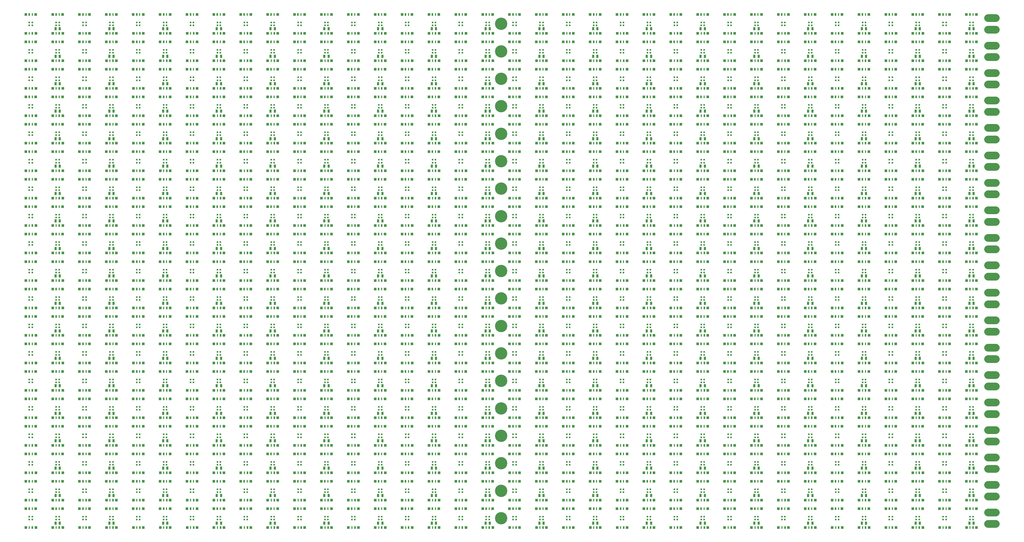
<source format=gbr>
G04 EAGLE Gerber RS-274X export*
G75*
%MOMM*%
%FSLAX34Y34*%
%LPD*%
%INSoldermask Top*%
%IPPOS*%
%AMOC8*
5,1,8,0,0,1.08239X$1,22.5*%
G01*
%ADD10C,4.050800*%
%ADD11C,2.550800*%
%ADD12R,0.750800X1.050800*%
%ADD13R,0.600800X0.600800*%
%ADD14R,0.950800X0.950800*%
%ADD15R,0.450800X0.950800*%
%ADD16R,0.550800X0.950800*%
%ADD17R,0.900800X0.950800*%


D10*
X1665000Y670000D03*
X1665000Y1300000D03*
X1665000Y1120000D03*
X1665000Y760000D03*
X1665000Y850000D03*
X1665000Y1030000D03*
X1665000Y940000D03*
X1665000Y1210000D03*
X1665000Y1660000D03*
X1665000Y1480000D03*
X1665000Y1390000D03*
X1665000Y1570000D03*
X1665000Y1750000D03*
X1665000Y400000D03*
X1665000Y580000D03*
X1665000Y490000D03*
X1665000Y130000D03*
X1665000Y220000D03*
X1665000Y310000D03*
D11*
X3259688Y111250D02*
X3284688Y111250D01*
X3284688Y148750D02*
X3259688Y148750D01*
D12*
X3198000Y114000D03*
X3212000Y114000D03*
D13*
X3200250Y134750D03*
X3209750Y134750D03*
X3209750Y125250D03*
X3200250Y125250D03*
D14*
X3221250Y161000D03*
D15*
X3209750Y161000D03*
D16*
X3199750Y161000D03*
D17*
X3188500Y161000D03*
D14*
X3188750Y99000D03*
D15*
X3200250Y99000D03*
D16*
X3210250Y99000D03*
D17*
X3221500Y99000D03*
D13*
X3112250Y134750D03*
X3121750Y134750D03*
X3121750Y125250D03*
X3112250Y125250D03*
D14*
X3133250Y161000D03*
D15*
X3121750Y161000D03*
D16*
X3111750Y161000D03*
D17*
X3100500Y161000D03*
D14*
X3100750Y99000D03*
D15*
X3112250Y99000D03*
D16*
X3122250Y99000D03*
D17*
X3133500Y99000D03*
D12*
X3022000Y114000D03*
X3036000Y114000D03*
D13*
X3024250Y134750D03*
X3033750Y134750D03*
X3033750Y125250D03*
X3024250Y125250D03*
D14*
X3045250Y161000D03*
D15*
X3033750Y161000D03*
D16*
X3023750Y161000D03*
D17*
X3012500Y161000D03*
D14*
X3012750Y99000D03*
D15*
X3024250Y99000D03*
D16*
X3034250Y99000D03*
D17*
X3045500Y99000D03*
D13*
X2936250Y134750D03*
X2945750Y134750D03*
X2945750Y125250D03*
X2936250Y125250D03*
D14*
X2957250Y161000D03*
D15*
X2945750Y161000D03*
D16*
X2935750Y161000D03*
D17*
X2924500Y161000D03*
D14*
X2924750Y99000D03*
D15*
X2936250Y99000D03*
D16*
X2946250Y99000D03*
D17*
X2957500Y99000D03*
D12*
X2846000Y114000D03*
X2860000Y114000D03*
D13*
X2848250Y134750D03*
X2857750Y134750D03*
X2857750Y125250D03*
X2848250Y125250D03*
D14*
X2869250Y161000D03*
D15*
X2857750Y161000D03*
D16*
X2847750Y161000D03*
D17*
X2836500Y161000D03*
D14*
X2836750Y99000D03*
D15*
X2848250Y99000D03*
D16*
X2858250Y99000D03*
D17*
X2869500Y99000D03*
D13*
X2760250Y134750D03*
X2769750Y134750D03*
X2769750Y125250D03*
X2760250Y125250D03*
D14*
X2781250Y161000D03*
D15*
X2769750Y161000D03*
D16*
X2759750Y161000D03*
D17*
X2748500Y161000D03*
D14*
X2748750Y99000D03*
D15*
X2760250Y99000D03*
D16*
X2770250Y99000D03*
D17*
X2781500Y99000D03*
D12*
X2670000Y114000D03*
X2684000Y114000D03*
D13*
X2672250Y134750D03*
X2681750Y134750D03*
X2681750Y125250D03*
X2672250Y125250D03*
D14*
X2693250Y161000D03*
D15*
X2681750Y161000D03*
D16*
X2671750Y161000D03*
D17*
X2660500Y161000D03*
D14*
X2660750Y99000D03*
D15*
X2672250Y99000D03*
D16*
X2682250Y99000D03*
D17*
X2693500Y99000D03*
D13*
X2584250Y134750D03*
X2593750Y134750D03*
X2593750Y125250D03*
X2584250Y125250D03*
D14*
X2605250Y161000D03*
D15*
X2593750Y161000D03*
D16*
X2583750Y161000D03*
D17*
X2572500Y161000D03*
D14*
X2572750Y99000D03*
D15*
X2584250Y99000D03*
D16*
X2594250Y99000D03*
D17*
X2605500Y99000D03*
D12*
X2494000Y114000D03*
X2508000Y114000D03*
D13*
X2496250Y134750D03*
X2505750Y134750D03*
X2505750Y125250D03*
X2496250Y125250D03*
D14*
X2517250Y161000D03*
D15*
X2505750Y161000D03*
D16*
X2495750Y161000D03*
D17*
X2484500Y161000D03*
D14*
X2484750Y99000D03*
D15*
X2496250Y99000D03*
D16*
X2506250Y99000D03*
D17*
X2517500Y99000D03*
D13*
X2408250Y134750D03*
X2417750Y134750D03*
X2417750Y125250D03*
X2408250Y125250D03*
D14*
X2429250Y161000D03*
D15*
X2417750Y161000D03*
D16*
X2407750Y161000D03*
D17*
X2396500Y161000D03*
D14*
X2396750Y99000D03*
D15*
X2408250Y99000D03*
D16*
X2418250Y99000D03*
D17*
X2429500Y99000D03*
D12*
X2318000Y114000D03*
X2332000Y114000D03*
D13*
X2320250Y134750D03*
X2329750Y134750D03*
X2329750Y125250D03*
X2320250Y125250D03*
D14*
X2341250Y161000D03*
D15*
X2329750Y161000D03*
D16*
X2319750Y161000D03*
D17*
X2308500Y161000D03*
D14*
X2308750Y99000D03*
D15*
X2320250Y99000D03*
D16*
X2330250Y99000D03*
D17*
X2341500Y99000D03*
D13*
X2232250Y134750D03*
X2241750Y134750D03*
X2241750Y125250D03*
X2232250Y125250D03*
D14*
X2253250Y161000D03*
D15*
X2241750Y161000D03*
D16*
X2231750Y161000D03*
D17*
X2220500Y161000D03*
D14*
X2220750Y99000D03*
D15*
X2232250Y99000D03*
D16*
X2242250Y99000D03*
D17*
X2253500Y99000D03*
D12*
X2142000Y114000D03*
X2156000Y114000D03*
D13*
X2144250Y134750D03*
X2153750Y134750D03*
X2153750Y125250D03*
X2144250Y125250D03*
D14*
X2165250Y161000D03*
D15*
X2153750Y161000D03*
D16*
X2143750Y161000D03*
D17*
X2132500Y161000D03*
D14*
X2132750Y99000D03*
D15*
X2144250Y99000D03*
D16*
X2154250Y99000D03*
D17*
X2165500Y99000D03*
D13*
X2056250Y134750D03*
X2065750Y134750D03*
X2065750Y125250D03*
X2056250Y125250D03*
D14*
X2077250Y161000D03*
D15*
X2065750Y161000D03*
D16*
X2055750Y161000D03*
D17*
X2044500Y161000D03*
D14*
X2044750Y99000D03*
D15*
X2056250Y99000D03*
D16*
X2066250Y99000D03*
D17*
X2077500Y99000D03*
D12*
X1966000Y114000D03*
X1980000Y114000D03*
D13*
X1968250Y134750D03*
X1977750Y134750D03*
X1977750Y125250D03*
X1968250Y125250D03*
D14*
X1989250Y161000D03*
D15*
X1977750Y161000D03*
D16*
X1967750Y161000D03*
D17*
X1956500Y161000D03*
D14*
X1956750Y99000D03*
D15*
X1968250Y99000D03*
D16*
X1978250Y99000D03*
D17*
X1989500Y99000D03*
D13*
X1880250Y134750D03*
X1889750Y134750D03*
X1889750Y125250D03*
X1880250Y125250D03*
D14*
X1901250Y161000D03*
D15*
X1889750Y161000D03*
D16*
X1879750Y161000D03*
D17*
X1868500Y161000D03*
D14*
X1868750Y99000D03*
D15*
X1880250Y99000D03*
D16*
X1890250Y99000D03*
D17*
X1901500Y99000D03*
D12*
X1790000Y114000D03*
X1804000Y114000D03*
D13*
X1792250Y134750D03*
X1801750Y134750D03*
X1801750Y125250D03*
X1792250Y125250D03*
D14*
X1813250Y161000D03*
D15*
X1801750Y161000D03*
D16*
X1791750Y161000D03*
D17*
X1780500Y161000D03*
D14*
X1780750Y99000D03*
D15*
X1792250Y99000D03*
D16*
X1802250Y99000D03*
D17*
X1813500Y99000D03*
D13*
X1704250Y134750D03*
X1713750Y134750D03*
X1713750Y125250D03*
X1704250Y125250D03*
D14*
X1725250Y161000D03*
D15*
X1713750Y161000D03*
D16*
X1703750Y161000D03*
D17*
X1692500Y161000D03*
D14*
X1692750Y99000D03*
D15*
X1704250Y99000D03*
D16*
X1714250Y99000D03*
D17*
X1725500Y99000D03*
D12*
X1614000Y114000D03*
X1628000Y114000D03*
D13*
X1616250Y134750D03*
X1625750Y134750D03*
X1625750Y125250D03*
X1616250Y125250D03*
D14*
X1637250Y161000D03*
D15*
X1625750Y161000D03*
D16*
X1615750Y161000D03*
D17*
X1604500Y161000D03*
D14*
X1604750Y99000D03*
D15*
X1616250Y99000D03*
D16*
X1626250Y99000D03*
D17*
X1637500Y99000D03*
D13*
X1528250Y134750D03*
X1537750Y134750D03*
X1537750Y125250D03*
X1528250Y125250D03*
D14*
X1549250Y161000D03*
D15*
X1537750Y161000D03*
D16*
X1527750Y161000D03*
D17*
X1516500Y161000D03*
D14*
X1516750Y99000D03*
D15*
X1528250Y99000D03*
D16*
X1538250Y99000D03*
D17*
X1549500Y99000D03*
D12*
X1438000Y114000D03*
X1452000Y114000D03*
D13*
X1440250Y134750D03*
X1449750Y134750D03*
X1449750Y125250D03*
X1440250Y125250D03*
D14*
X1461250Y161000D03*
D15*
X1449750Y161000D03*
D16*
X1439750Y161000D03*
D17*
X1428500Y161000D03*
D14*
X1428750Y99000D03*
D15*
X1440250Y99000D03*
D16*
X1450250Y99000D03*
D17*
X1461500Y99000D03*
D13*
X1352250Y134750D03*
X1361750Y134750D03*
X1361750Y125250D03*
X1352250Y125250D03*
D14*
X1373250Y161000D03*
D15*
X1361750Y161000D03*
D16*
X1351750Y161000D03*
D17*
X1340500Y161000D03*
D14*
X1340750Y99000D03*
D15*
X1352250Y99000D03*
D16*
X1362250Y99000D03*
D17*
X1373500Y99000D03*
D12*
X1262000Y114000D03*
X1276000Y114000D03*
D13*
X1264250Y134750D03*
X1273750Y134750D03*
X1273750Y125250D03*
X1264250Y125250D03*
D14*
X1285250Y161000D03*
D15*
X1273750Y161000D03*
D16*
X1263750Y161000D03*
D17*
X1252500Y161000D03*
D14*
X1252750Y99000D03*
D15*
X1264250Y99000D03*
D16*
X1274250Y99000D03*
D17*
X1285500Y99000D03*
D13*
X1176250Y134750D03*
X1185750Y134750D03*
X1185750Y125250D03*
X1176250Y125250D03*
D14*
X1197250Y161000D03*
D15*
X1185750Y161000D03*
D16*
X1175750Y161000D03*
D17*
X1164500Y161000D03*
D14*
X1164750Y99000D03*
D15*
X1176250Y99000D03*
D16*
X1186250Y99000D03*
D17*
X1197500Y99000D03*
D12*
X1086000Y114000D03*
X1100000Y114000D03*
D13*
X1088250Y134750D03*
X1097750Y134750D03*
X1097750Y125250D03*
X1088250Y125250D03*
D14*
X1109250Y161000D03*
D15*
X1097750Y161000D03*
D16*
X1087750Y161000D03*
D17*
X1076500Y161000D03*
D14*
X1076750Y99000D03*
D15*
X1088250Y99000D03*
D16*
X1098250Y99000D03*
D17*
X1109500Y99000D03*
D13*
X1000250Y134750D03*
X1009750Y134750D03*
X1009750Y125250D03*
X1000250Y125250D03*
D14*
X1021250Y161000D03*
D15*
X1009750Y161000D03*
D16*
X999750Y161000D03*
D17*
X988500Y161000D03*
D14*
X988750Y99000D03*
D15*
X1000250Y99000D03*
D16*
X1010250Y99000D03*
D17*
X1021500Y99000D03*
D12*
X910000Y114000D03*
X924000Y114000D03*
D13*
X912250Y134750D03*
X921750Y134750D03*
X921750Y125250D03*
X912250Y125250D03*
D14*
X933250Y161000D03*
D15*
X921750Y161000D03*
D16*
X911750Y161000D03*
D17*
X900500Y161000D03*
D14*
X900750Y99000D03*
D15*
X912250Y99000D03*
D16*
X922250Y99000D03*
D17*
X933500Y99000D03*
D13*
X824250Y134750D03*
X833750Y134750D03*
X833750Y125250D03*
X824250Y125250D03*
D14*
X845250Y161000D03*
D15*
X833750Y161000D03*
D16*
X823750Y161000D03*
D17*
X812500Y161000D03*
D14*
X812750Y99000D03*
D15*
X824250Y99000D03*
D16*
X834250Y99000D03*
D17*
X845500Y99000D03*
D12*
X734000Y114000D03*
X748000Y114000D03*
D13*
X736250Y134750D03*
X745750Y134750D03*
X745750Y125250D03*
X736250Y125250D03*
D14*
X757250Y161000D03*
D15*
X745750Y161000D03*
D16*
X735750Y161000D03*
D17*
X724500Y161000D03*
D14*
X724750Y99000D03*
D15*
X736250Y99000D03*
D16*
X746250Y99000D03*
D17*
X757500Y99000D03*
D13*
X648250Y134750D03*
X657750Y134750D03*
X657750Y125250D03*
X648250Y125250D03*
D14*
X669250Y161000D03*
D15*
X657750Y161000D03*
D16*
X647750Y161000D03*
D17*
X636500Y161000D03*
D14*
X636750Y99000D03*
D15*
X648250Y99000D03*
D16*
X658250Y99000D03*
D17*
X669500Y99000D03*
D12*
X558000Y114000D03*
X572000Y114000D03*
D13*
X560250Y134750D03*
X569750Y134750D03*
X569750Y125250D03*
X560250Y125250D03*
D14*
X581250Y161000D03*
D15*
X569750Y161000D03*
D16*
X559750Y161000D03*
D17*
X548500Y161000D03*
D14*
X548750Y99000D03*
D15*
X560250Y99000D03*
D16*
X570250Y99000D03*
D17*
X581500Y99000D03*
D13*
X472250Y134750D03*
X481750Y134750D03*
X481750Y125250D03*
X472250Y125250D03*
D14*
X493250Y161000D03*
D15*
X481750Y161000D03*
D16*
X471750Y161000D03*
D17*
X460500Y161000D03*
D14*
X460750Y99000D03*
D15*
X472250Y99000D03*
D16*
X482250Y99000D03*
D17*
X493500Y99000D03*
D12*
X382000Y114000D03*
X396000Y114000D03*
D13*
X384250Y134750D03*
X393750Y134750D03*
X393750Y125250D03*
X384250Y125250D03*
D14*
X405250Y161000D03*
D15*
X393750Y161000D03*
D16*
X383750Y161000D03*
D17*
X372500Y161000D03*
D14*
X372750Y99000D03*
D15*
X384250Y99000D03*
D16*
X394250Y99000D03*
D17*
X405500Y99000D03*
D13*
X296250Y134750D03*
X305750Y134750D03*
X305750Y125250D03*
X296250Y125250D03*
D14*
X317250Y161000D03*
D15*
X305750Y161000D03*
D16*
X295750Y161000D03*
D17*
X284500Y161000D03*
D14*
X284750Y99000D03*
D15*
X296250Y99000D03*
D16*
X306250Y99000D03*
D17*
X317500Y99000D03*
D12*
X206000Y114000D03*
X220000Y114000D03*
D13*
X208250Y134750D03*
X217750Y134750D03*
X217750Y125250D03*
X208250Y125250D03*
D14*
X229250Y161000D03*
D15*
X217750Y161000D03*
D16*
X207750Y161000D03*
D17*
X196500Y161000D03*
D14*
X196750Y99000D03*
D15*
X208250Y99000D03*
D16*
X218250Y99000D03*
D17*
X229500Y99000D03*
D13*
X120250Y134750D03*
X129750Y134750D03*
X129750Y125250D03*
X120250Y125250D03*
D14*
X141250Y161000D03*
D15*
X129750Y161000D03*
D16*
X119750Y161000D03*
D17*
X108500Y161000D03*
D14*
X108750Y99000D03*
D15*
X120250Y99000D03*
D16*
X130250Y99000D03*
D17*
X141500Y99000D03*
D11*
X3259688Y201250D02*
X3284688Y201250D01*
X3284688Y238750D02*
X3259688Y238750D01*
D12*
X3198000Y204000D03*
X3212000Y204000D03*
D13*
X3200250Y224750D03*
X3209750Y224750D03*
X3209750Y215250D03*
X3200250Y215250D03*
D14*
X3221250Y251000D03*
D15*
X3209750Y251000D03*
D16*
X3199750Y251000D03*
D17*
X3188500Y251000D03*
D14*
X3188750Y189000D03*
D15*
X3200250Y189000D03*
D16*
X3210250Y189000D03*
D17*
X3221500Y189000D03*
D13*
X3112250Y224750D03*
X3121750Y224750D03*
X3121750Y215250D03*
X3112250Y215250D03*
D14*
X3133250Y251000D03*
D15*
X3121750Y251000D03*
D16*
X3111750Y251000D03*
D17*
X3100500Y251000D03*
D14*
X3100750Y189000D03*
D15*
X3112250Y189000D03*
D16*
X3122250Y189000D03*
D17*
X3133500Y189000D03*
D12*
X3022000Y204000D03*
X3036000Y204000D03*
D13*
X3024250Y224750D03*
X3033750Y224750D03*
X3033750Y215250D03*
X3024250Y215250D03*
D14*
X3045250Y251000D03*
D15*
X3033750Y251000D03*
D16*
X3023750Y251000D03*
D17*
X3012500Y251000D03*
D14*
X3012750Y189000D03*
D15*
X3024250Y189000D03*
D16*
X3034250Y189000D03*
D17*
X3045500Y189000D03*
D13*
X2936250Y224750D03*
X2945750Y224750D03*
X2945750Y215250D03*
X2936250Y215250D03*
D14*
X2957250Y251000D03*
D15*
X2945750Y251000D03*
D16*
X2935750Y251000D03*
D17*
X2924500Y251000D03*
D14*
X2924750Y189000D03*
D15*
X2936250Y189000D03*
D16*
X2946250Y189000D03*
D17*
X2957500Y189000D03*
D12*
X2846000Y204000D03*
X2860000Y204000D03*
D13*
X2848250Y224750D03*
X2857750Y224750D03*
X2857750Y215250D03*
X2848250Y215250D03*
D14*
X2869250Y251000D03*
D15*
X2857750Y251000D03*
D16*
X2847750Y251000D03*
D17*
X2836500Y251000D03*
D14*
X2836750Y189000D03*
D15*
X2848250Y189000D03*
D16*
X2858250Y189000D03*
D17*
X2869500Y189000D03*
D13*
X2760250Y224750D03*
X2769750Y224750D03*
X2769750Y215250D03*
X2760250Y215250D03*
D14*
X2781250Y251000D03*
D15*
X2769750Y251000D03*
D16*
X2759750Y251000D03*
D17*
X2748500Y251000D03*
D14*
X2748750Y189000D03*
D15*
X2760250Y189000D03*
D16*
X2770250Y189000D03*
D17*
X2781500Y189000D03*
D12*
X2670000Y204000D03*
X2684000Y204000D03*
D13*
X2672250Y224750D03*
X2681750Y224750D03*
X2681750Y215250D03*
X2672250Y215250D03*
D14*
X2693250Y251000D03*
D15*
X2681750Y251000D03*
D16*
X2671750Y251000D03*
D17*
X2660500Y251000D03*
D14*
X2660750Y189000D03*
D15*
X2672250Y189000D03*
D16*
X2682250Y189000D03*
D17*
X2693500Y189000D03*
D13*
X2584250Y224750D03*
X2593750Y224750D03*
X2593750Y215250D03*
X2584250Y215250D03*
D14*
X2605250Y251000D03*
D15*
X2593750Y251000D03*
D16*
X2583750Y251000D03*
D17*
X2572500Y251000D03*
D14*
X2572750Y189000D03*
D15*
X2584250Y189000D03*
D16*
X2594250Y189000D03*
D17*
X2605500Y189000D03*
D12*
X2494000Y204000D03*
X2508000Y204000D03*
D13*
X2496250Y224750D03*
X2505750Y224750D03*
X2505750Y215250D03*
X2496250Y215250D03*
D14*
X2517250Y251000D03*
D15*
X2505750Y251000D03*
D16*
X2495750Y251000D03*
D17*
X2484500Y251000D03*
D14*
X2484750Y189000D03*
D15*
X2496250Y189000D03*
D16*
X2506250Y189000D03*
D17*
X2517500Y189000D03*
D13*
X2408250Y224750D03*
X2417750Y224750D03*
X2417750Y215250D03*
X2408250Y215250D03*
D14*
X2429250Y251000D03*
D15*
X2417750Y251000D03*
D16*
X2407750Y251000D03*
D17*
X2396500Y251000D03*
D14*
X2396750Y189000D03*
D15*
X2408250Y189000D03*
D16*
X2418250Y189000D03*
D17*
X2429500Y189000D03*
D12*
X2318000Y204000D03*
X2332000Y204000D03*
D13*
X2320250Y224750D03*
X2329750Y224750D03*
X2329750Y215250D03*
X2320250Y215250D03*
D14*
X2341250Y251000D03*
D15*
X2329750Y251000D03*
D16*
X2319750Y251000D03*
D17*
X2308500Y251000D03*
D14*
X2308750Y189000D03*
D15*
X2320250Y189000D03*
D16*
X2330250Y189000D03*
D17*
X2341500Y189000D03*
D13*
X2232250Y224750D03*
X2241750Y224750D03*
X2241750Y215250D03*
X2232250Y215250D03*
D14*
X2253250Y251000D03*
D15*
X2241750Y251000D03*
D16*
X2231750Y251000D03*
D17*
X2220500Y251000D03*
D14*
X2220750Y189000D03*
D15*
X2232250Y189000D03*
D16*
X2242250Y189000D03*
D17*
X2253500Y189000D03*
D12*
X2142000Y204000D03*
X2156000Y204000D03*
D13*
X2144250Y224750D03*
X2153750Y224750D03*
X2153750Y215250D03*
X2144250Y215250D03*
D14*
X2165250Y251000D03*
D15*
X2153750Y251000D03*
D16*
X2143750Y251000D03*
D17*
X2132500Y251000D03*
D14*
X2132750Y189000D03*
D15*
X2144250Y189000D03*
D16*
X2154250Y189000D03*
D17*
X2165500Y189000D03*
D13*
X2056250Y224750D03*
X2065750Y224750D03*
X2065750Y215250D03*
X2056250Y215250D03*
D14*
X2077250Y251000D03*
D15*
X2065750Y251000D03*
D16*
X2055750Y251000D03*
D17*
X2044500Y251000D03*
D14*
X2044750Y189000D03*
D15*
X2056250Y189000D03*
D16*
X2066250Y189000D03*
D17*
X2077500Y189000D03*
D12*
X1966000Y204000D03*
X1980000Y204000D03*
D13*
X1968250Y224750D03*
X1977750Y224750D03*
X1977750Y215250D03*
X1968250Y215250D03*
D14*
X1989250Y251000D03*
D15*
X1977750Y251000D03*
D16*
X1967750Y251000D03*
D17*
X1956500Y251000D03*
D14*
X1956750Y189000D03*
D15*
X1968250Y189000D03*
D16*
X1978250Y189000D03*
D17*
X1989500Y189000D03*
D13*
X1880250Y224750D03*
X1889750Y224750D03*
X1889750Y215250D03*
X1880250Y215250D03*
D14*
X1901250Y251000D03*
D15*
X1889750Y251000D03*
D16*
X1879750Y251000D03*
D17*
X1868500Y251000D03*
D14*
X1868750Y189000D03*
D15*
X1880250Y189000D03*
D16*
X1890250Y189000D03*
D17*
X1901500Y189000D03*
D12*
X1790000Y204000D03*
X1804000Y204000D03*
D13*
X1792250Y224750D03*
X1801750Y224750D03*
X1801750Y215250D03*
X1792250Y215250D03*
D14*
X1813250Y251000D03*
D15*
X1801750Y251000D03*
D16*
X1791750Y251000D03*
D17*
X1780500Y251000D03*
D14*
X1780750Y189000D03*
D15*
X1792250Y189000D03*
D16*
X1802250Y189000D03*
D17*
X1813500Y189000D03*
D13*
X1704250Y224750D03*
X1713750Y224750D03*
X1713750Y215250D03*
X1704250Y215250D03*
D14*
X1725250Y251000D03*
D15*
X1713750Y251000D03*
D16*
X1703750Y251000D03*
D17*
X1692500Y251000D03*
D14*
X1692750Y189000D03*
D15*
X1704250Y189000D03*
D16*
X1714250Y189000D03*
D17*
X1725500Y189000D03*
D12*
X1614000Y204000D03*
X1628000Y204000D03*
D13*
X1616250Y224750D03*
X1625750Y224750D03*
X1625750Y215250D03*
X1616250Y215250D03*
D14*
X1637250Y251000D03*
D15*
X1625750Y251000D03*
D16*
X1615750Y251000D03*
D17*
X1604500Y251000D03*
D14*
X1604750Y189000D03*
D15*
X1616250Y189000D03*
D16*
X1626250Y189000D03*
D17*
X1637500Y189000D03*
D13*
X1528250Y224750D03*
X1537750Y224750D03*
X1537750Y215250D03*
X1528250Y215250D03*
D14*
X1549250Y251000D03*
D15*
X1537750Y251000D03*
D16*
X1527750Y251000D03*
D17*
X1516500Y251000D03*
D14*
X1516750Y189000D03*
D15*
X1528250Y189000D03*
D16*
X1538250Y189000D03*
D17*
X1549500Y189000D03*
D12*
X1438000Y204000D03*
X1452000Y204000D03*
D13*
X1440250Y224750D03*
X1449750Y224750D03*
X1449750Y215250D03*
X1440250Y215250D03*
D14*
X1461250Y251000D03*
D15*
X1449750Y251000D03*
D16*
X1439750Y251000D03*
D17*
X1428500Y251000D03*
D14*
X1428750Y189000D03*
D15*
X1440250Y189000D03*
D16*
X1450250Y189000D03*
D17*
X1461500Y189000D03*
D13*
X1352250Y224750D03*
X1361750Y224750D03*
X1361750Y215250D03*
X1352250Y215250D03*
D14*
X1373250Y251000D03*
D15*
X1361750Y251000D03*
D16*
X1351750Y251000D03*
D17*
X1340500Y251000D03*
D14*
X1340750Y189000D03*
D15*
X1352250Y189000D03*
D16*
X1362250Y189000D03*
D17*
X1373500Y189000D03*
D12*
X1262000Y204000D03*
X1276000Y204000D03*
D13*
X1264250Y224750D03*
X1273750Y224750D03*
X1273750Y215250D03*
X1264250Y215250D03*
D14*
X1285250Y251000D03*
D15*
X1273750Y251000D03*
D16*
X1263750Y251000D03*
D17*
X1252500Y251000D03*
D14*
X1252750Y189000D03*
D15*
X1264250Y189000D03*
D16*
X1274250Y189000D03*
D17*
X1285500Y189000D03*
D13*
X1176250Y224750D03*
X1185750Y224750D03*
X1185750Y215250D03*
X1176250Y215250D03*
D14*
X1197250Y251000D03*
D15*
X1185750Y251000D03*
D16*
X1175750Y251000D03*
D17*
X1164500Y251000D03*
D14*
X1164750Y189000D03*
D15*
X1176250Y189000D03*
D16*
X1186250Y189000D03*
D17*
X1197500Y189000D03*
D12*
X1086000Y204000D03*
X1100000Y204000D03*
D13*
X1088250Y224750D03*
X1097750Y224750D03*
X1097750Y215250D03*
X1088250Y215250D03*
D14*
X1109250Y251000D03*
D15*
X1097750Y251000D03*
D16*
X1087750Y251000D03*
D17*
X1076500Y251000D03*
D14*
X1076750Y189000D03*
D15*
X1088250Y189000D03*
D16*
X1098250Y189000D03*
D17*
X1109500Y189000D03*
D13*
X1000250Y224750D03*
X1009750Y224750D03*
X1009750Y215250D03*
X1000250Y215250D03*
D14*
X1021250Y251000D03*
D15*
X1009750Y251000D03*
D16*
X999750Y251000D03*
D17*
X988500Y251000D03*
D14*
X988750Y189000D03*
D15*
X1000250Y189000D03*
D16*
X1010250Y189000D03*
D17*
X1021500Y189000D03*
D12*
X910000Y204000D03*
X924000Y204000D03*
D13*
X912250Y224750D03*
X921750Y224750D03*
X921750Y215250D03*
X912250Y215250D03*
D14*
X933250Y251000D03*
D15*
X921750Y251000D03*
D16*
X911750Y251000D03*
D17*
X900500Y251000D03*
D14*
X900750Y189000D03*
D15*
X912250Y189000D03*
D16*
X922250Y189000D03*
D17*
X933500Y189000D03*
D13*
X824250Y224750D03*
X833750Y224750D03*
X833750Y215250D03*
X824250Y215250D03*
D14*
X845250Y251000D03*
D15*
X833750Y251000D03*
D16*
X823750Y251000D03*
D17*
X812500Y251000D03*
D14*
X812750Y189000D03*
D15*
X824250Y189000D03*
D16*
X834250Y189000D03*
D17*
X845500Y189000D03*
D12*
X734000Y204000D03*
X748000Y204000D03*
D13*
X736250Y224750D03*
X745750Y224750D03*
X745750Y215250D03*
X736250Y215250D03*
D14*
X757250Y251000D03*
D15*
X745750Y251000D03*
D16*
X735750Y251000D03*
D17*
X724500Y251000D03*
D14*
X724750Y189000D03*
D15*
X736250Y189000D03*
D16*
X746250Y189000D03*
D17*
X757500Y189000D03*
D13*
X648250Y224750D03*
X657750Y224750D03*
X657750Y215250D03*
X648250Y215250D03*
D14*
X669250Y251000D03*
D15*
X657750Y251000D03*
D16*
X647750Y251000D03*
D17*
X636500Y251000D03*
D14*
X636750Y189000D03*
D15*
X648250Y189000D03*
D16*
X658250Y189000D03*
D17*
X669500Y189000D03*
D12*
X558000Y204000D03*
X572000Y204000D03*
D13*
X560250Y224750D03*
X569750Y224750D03*
X569750Y215250D03*
X560250Y215250D03*
D14*
X581250Y251000D03*
D15*
X569750Y251000D03*
D16*
X559750Y251000D03*
D17*
X548500Y251000D03*
D14*
X548750Y189000D03*
D15*
X560250Y189000D03*
D16*
X570250Y189000D03*
D17*
X581500Y189000D03*
D13*
X472250Y224750D03*
X481750Y224750D03*
X481750Y215250D03*
X472250Y215250D03*
D14*
X493250Y251000D03*
D15*
X481750Y251000D03*
D16*
X471750Y251000D03*
D17*
X460500Y251000D03*
D14*
X460750Y189000D03*
D15*
X472250Y189000D03*
D16*
X482250Y189000D03*
D17*
X493500Y189000D03*
D12*
X382000Y204000D03*
X396000Y204000D03*
D13*
X384250Y224750D03*
X393750Y224750D03*
X393750Y215250D03*
X384250Y215250D03*
D14*
X405250Y251000D03*
D15*
X393750Y251000D03*
D16*
X383750Y251000D03*
D17*
X372500Y251000D03*
D14*
X372750Y189000D03*
D15*
X384250Y189000D03*
D16*
X394250Y189000D03*
D17*
X405500Y189000D03*
D13*
X296250Y224750D03*
X305750Y224750D03*
X305750Y215250D03*
X296250Y215250D03*
D14*
X317250Y251000D03*
D15*
X305750Y251000D03*
D16*
X295750Y251000D03*
D17*
X284500Y251000D03*
D14*
X284750Y189000D03*
D15*
X296250Y189000D03*
D16*
X306250Y189000D03*
D17*
X317500Y189000D03*
D12*
X206000Y204000D03*
X220000Y204000D03*
D13*
X208250Y224750D03*
X217750Y224750D03*
X217750Y215250D03*
X208250Y215250D03*
D14*
X229250Y251000D03*
D15*
X217750Y251000D03*
D16*
X207750Y251000D03*
D17*
X196500Y251000D03*
D14*
X196750Y189000D03*
D15*
X208250Y189000D03*
D16*
X218250Y189000D03*
D17*
X229500Y189000D03*
D13*
X120250Y224750D03*
X129750Y224750D03*
X129750Y215250D03*
X120250Y215250D03*
D14*
X141250Y251000D03*
D15*
X129750Y251000D03*
D16*
X119750Y251000D03*
D17*
X108500Y251000D03*
D14*
X108750Y189000D03*
D15*
X120250Y189000D03*
D16*
X130250Y189000D03*
D17*
X141500Y189000D03*
D11*
X3259688Y291250D02*
X3284688Y291250D01*
X3284688Y328750D02*
X3259688Y328750D01*
D12*
X3198000Y294000D03*
X3212000Y294000D03*
D13*
X3200250Y314750D03*
X3209750Y314750D03*
X3209750Y305250D03*
X3200250Y305250D03*
D14*
X3221250Y341000D03*
D15*
X3209750Y341000D03*
D16*
X3199750Y341000D03*
D17*
X3188500Y341000D03*
D14*
X3188750Y279000D03*
D15*
X3200250Y279000D03*
D16*
X3210250Y279000D03*
D17*
X3221500Y279000D03*
D13*
X3112250Y314750D03*
X3121750Y314750D03*
X3121750Y305250D03*
X3112250Y305250D03*
D14*
X3133250Y341000D03*
D15*
X3121750Y341000D03*
D16*
X3111750Y341000D03*
D17*
X3100500Y341000D03*
D14*
X3100750Y279000D03*
D15*
X3112250Y279000D03*
D16*
X3122250Y279000D03*
D17*
X3133500Y279000D03*
D12*
X3022000Y294000D03*
X3036000Y294000D03*
D13*
X3024250Y314750D03*
X3033750Y314750D03*
X3033750Y305250D03*
X3024250Y305250D03*
D14*
X3045250Y341000D03*
D15*
X3033750Y341000D03*
D16*
X3023750Y341000D03*
D17*
X3012500Y341000D03*
D14*
X3012750Y279000D03*
D15*
X3024250Y279000D03*
D16*
X3034250Y279000D03*
D17*
X3045500Y279000D03*
D13*
X2936250Y314750D03*
X2945750Y314750D03*
X2945750Y305250D03*
X2936250Y305250D03*
D14*
X2957250Y341000D03*
D15*
X2945750Y341000D03*
D16*
X2935750Y341000D03*
D17*
X2924500Y341000D03*
D14*
X2924750Y279000D03*
D15*
X2936250Y279000D03*
D16*
X2946250Y279000D03*
D17*
X2957500Y279000D03*
D12*
X2846000Y294000D03*
X2860000Y294000D03*
D13*
X2848250Y314750D03*
X2857750Y314750D03*
X2857750Y305250D03*
X2848250Y305250D03*
D14*
X2869250Y341000D03*
D15*
X2857750Y341000D03*
D16*
X2847750Y341000D03*
D17*
X2836500Y341000D03*
D14*
X2836750Y279000D03*
D15*
X2848250Y279000D03*
D16*
X2858250Y279000D03*
D17*
X2869500Y279000D03*
D13*
X2760250Y314750D03*
X2769750Y314750D03*
X2769750Y305250D03*
X2760250Y305250D03*
D14*
X2781250Y341000D03*
D15*
X2769750Y341000D03*
D16*
X2759750Y341000D03*
D17*
X2748500Y341000D03*
D14*
X2748750Y279000D03*
D15*
X2760250Y279000D03*
D16*
X2770250Y279000D03*
D17*
X2781500Y279000D03*
D12*
X2670000Y294000D03*
X2684000Y294000D03*
D13*
X2672250Y314750D03*
X2681750Y314750D03*
X2681750Y305250D03*
X2672250Y305250D03*
D14*
X2693250Y341000D03*
D15*
X2681750Y341000D03*
D16*
X2671750Y341000D03*
D17*
X2660500Y341000D03*
D14*
X2660750Y279000D03*
D15*
X2672250Y279000D03*
D16*
X2682250Y279000D03*
D17*
X2693500Y279000D03*
D13*
X2584250Y314750D03*
X2593750Y314750D03*
X2593750Y305250D03*
X2584250Y305250D03*
D14*
X2605250Y341000D03*
D15*
X2593750Y341000D03*
D16*
X2583750Y341000D03*
D17*
X2572500Y341000D03*
D14*
X2572750Y279000D03*
D15*
X2584250Y279000D03*
D16*
X2594250Y279000D03*
D17*
X2605500Y279000D03*
D12*
X2494000Y294000D03*
X2508000Y294000D03*
D13*
X2496250Y314750D03*
X2505750Y314750D03*
X2505750Y305250D03*
X2496250Y305250D03*
D14*
X2517250Y341000D03*
D15*
X2505750Y341000D03*
D16*
X2495750Y341000D03*
D17*
X2484500Y341000D03*
D14*
X2484750Y279000D03*
D15*
X2496250Y279000D03*
D16*
X2506250Y279000D03*
D17*
X2517500Y279000D03*
D13*
X2408250Y314750D03*
X2417750Y314750D03*
X2417750Y305250D03*
X2408250Y305250D03*
D14*
X2429250Y341000D03*
D15*
X2417750Y341000D03*
D16*
X2407750Y341000D03*
D17*
X2396500Y341000D03*
D14*
X2396750Y279000D03*
D15*
X2408250Y279000D03*
D16*
X2418250Y279000D03*
D17*
X2429500Y279000D03*
D12*
X2318000Y294000D03*
X2332000Y294000D03*
D13*
X2320250Y314750D03*
X2329750Y314750D03*
X2329750Y305250D03*
X2320250Y305250D03*
D14*
X2341250Y341000D03*
D15*
X2329750Y341000D03*
D16*
X2319750Y341000D03*
D17*
X2308500Y341000D03*
D14*
X2308750Y279000D03*
D15*
X2320250Y279000D03*
D16*
X2330250Y279000D03*
D17*
X2341500Y279000D03*
D13*
X2232250Y314750D03*
X2241750Y314750D03*
X2241750Y305250D03*
X2232250Y305250D03*
D14*
X2253250Y341000D03*
D15*
X2241750Y341000D03*
D16*
X2231750Y341000D03*
D17*
X2220500Y341000D03*
D14*
X2220750Y279000D03*
D15*
X2232250Y279000D03*
D16*
X2242250Y279000D03*
D17*
X2253500Y279000D03*
D12*
X2142000Y294000D03*
X2156000Y294000D03*
D13*
X2144250Y314750D03*
X2153750Y314750D03*
X2153750Y305250D03*
X2144250Y305250D03*
D14*
X2165250Y341000D03*
D15*
X2153750Y341000D03*
D16*
X2143750Y341000D03*
D17*
X2132500Y341000D03*
D14*
X2132750Y279000D03*
D15*
X2144250Y279000D03*
D16*
X2154250Y279000D03*
D17*
X2165500Y279000D03*
D13*
X2056250Y314750D03*
X2065750Y314750D03*
X2065750Y305250D03*
X2056250Y305250D03*
D14*
X2077250Y341000D03*
D15*
X2065750Y341000D03*
D16*
X2055750Y341000D03*
D17*
X2044500Y341000D03*
D14*
X2044750Y279000D03*
D15*
X2056250Y279000D03*
D16*
X2066250Y279000D03*
D17*
X2077500Y279000D03*
D12*
X1966000Y294000D03*
X1980000Y294000D03*
D13*
X1968250Y314750D03*
X1977750Y314750D03*
X1977750Y305250D03*
X1968250Y305250D03*
D14*
X1989250Y341000D03*
D15*
X1977750Y341000D03*
D16*
X1967750Y341000D03*
D17*
X1956500Y341000D03*
D14*
X1956750Y279000D03*
D15*
X1968250Y279000D03*
D16*
X1978250Y279000D03*
D17*
X1989500Y279000D03*
D13*
X1880250Y314750D03*
X1889750Y314750D03*
X1889750Y305250D03*
X1880250Y305250D03*
D14*
X1901250Y341000D03*
D15*
X1889750Y341000D03*
D16*
X1879750Y341000D03*
D17*
X1868500Y341000D03*
D14*
X1868750Y279000D03*
D15*
X1880250Y279000D03*
D16*
X1890250Y279000D03*
D17*
X1901500Y279000D03*
D12*
X1790000Y294000D03*
X1804000Y294000D03*
D13*
X1792250Y314750D03*
X1801750Y314750D03*
X1801750Y305250D03*
X1792250Y305250D03*
D14*
X1813250Y341000D03*
D15*
X1801750Y341000D03*
D16*
X1791750Y341000D03*
D17*
X1780500Y341000D03*
D14*
X1780750Y279000D03*
D15*
X1792250Y279000D03*
D16*
X1802250Y279000D03*
D17*
X1813500Y279000D03*
D13*
X1704250Y314750D03*
X1713750Y314750D03*
X1713750Y305250D03*
X1704250Y305250D03*
D14*
X1725250Y341000D03*
D15*
X1713750Y341000D03*
D16*
X1703750Y341000D03*
D17*
X1692500Y341000D03*
D14*
X1692750Y279000D03*
D15*
X1704250Y279000D03*
D16*
X1714250Y279000D03*
D17*
X1725500Y279000D03*
D12*
X1614000Y294000D03*
X1628000Y294000D03*
D13*
X1616250Y314750D03*
X1625750Y314750D03*
X1625750Y305250D03*
X1616250Y305250D03*
D14*
X1637250Y341000D03*
D15*
X1625750Y341000D03*
D16*
X1615750Y341000D03*
D17*
X1604500Y341000D03*
D14*
X1604750Y279000D03*
D15*
X1616250Y279000D03*
D16*
X1626250Y279000D03*
D17*
X1637500Y279000D03*
D13*
X1528250Y314750D03*
X1537750Y314750D03*
X1537750Y305250D03*
X1528250Y305250D03*
D14*
X1549250Y341000D03*
D15*
X1537750Y341000D03*
D16*
X1527750Y341000D03*
D17*
X1516500Y341000D03*
D14*
X1516750Y279000D03*
D15*
X1528250Y279000D03*
D16*
X1538250Y279000D03*
D17*
X1549500Y279000D03*
D12*
X1438000Y294000D03*
X1452000Y294000D03*
D13*
X1440250Y314750D03*
X1449750Y314750D03*
X1449750Y305250D03*
X1440250Y305250D03*
D14*
X1461250Y341000D03*
D15*
X1449750Y341000D03*
D16*
X1439750Y341000D03*
D17*
X1428500Y341000D03*
D14*
X1428750Y279000D03*
D15*
X1440250Y279000D03*
D16*
X1450250Y279000D03*
D17*
X1461500Y279000D03*
D13*
X1352250Y314750D03*
X1361750Y314750D03*
X1361750Y305250D03*
X1352250Y305250D03*
D14*
X1373250Y341000D03*
D15*
X1361750Y341000D03*
D16*
X1351750Y341000D03*
D17*
X1340500Y341000D03*
D14*
X1340750Y279000D03*
D15*
X1352250Y279000D03*
D16*
X1362250Y279000D03*
D17*
X1373500Y279000D03*
D12*
X1262000Y294000D03*
X1276000Y294000D03*
D13*
X1264250Y314750D03*
X1273750Y314750D03*
X1273750Y305250D03*
X1264250Y305250D03*
D14*
X1285250Y341000D03*
D15*
X1273750Y341000D03*
D16*
X1263750Y341000D03*
D17*
X1252500Y341000D03*
D14*
X1252750Y279000D03*
D15*
X1264250Y279000D03*
D16*
X1274250Y279000D03*
D17*
X1285500Y279000D03*
D13*
X1176250Y314750D03*
X1185750Y314750D03*
X1185750Y305250D03*
X1176250Y305250D03*
D14*
X1197250Y341000D03*
D15*
X1185750Y341000D03*
D16*
X1175750Y341000D03*
D17*
X1164500Y341000D03*
D14*
X1164750Y279000D03*
D15*
X1176250Y279000D03*
D16*
X1186250Y279000D03*
D17*
X1197500Y279000D03*
D12*
X1086000Y294000D03*
X1100000Y294000D03*
D13*
X1088250Y314750D03*
X1097750Y314750D03*
X1097750Y305250D03*
X1088250Y305250D03*
D14*
X1109250Y341000D03*
D15*
X1097750Y341000D03*
D16*
X1087750Y341000D03*
D17*
X1076500Y341000D03*
D14*
X1076750Y279000D03*
D15*
X1088250Y279000D03*
D16*
X1098250Y279000D03*
D17*
X1109500Y279000D03*
D13*
X1000250Y314750D03*
X1009750Y314750D03*
X1009750Y305250D03*
X1000250Y305250D03*
D14*
X1021250Y341000D03*
D15*
X1009750Y341000D03*
D16*
X999750Y341000D03*
D17*
X988500Y341000D03*
D14*
X988750Y279000D03*
D15*
X1000250Y279000D03*
D16*
X1010250Y279000D03*
D17*
X1021500Y279000D03*
D12*
X910000Y294000D03*
X924000Y294000D03*
D13*
X912250Y314750D03*
X921750Y314750D03*
X921750Y305250D03*
X912250Y305250D03*
D14*
X933250Y341000D03*
D15*
X921750Y341000D03*
D16*
X911750Y341000D03*
D17*
X900500Y341000D03*
D14*
X900750Y279000D03*
D15*
X912250Y279000D03*
D16*
X922250Y279000D03*
D17*
X933500Y279000D03*
D13*
X824250Y314750D03*
X833750Y314750D03*
X833750Y305250D03*
X824250Y305250D03*
D14*
X845250Y341000D03*
D15*
X833750Y341000D03*
D16*
X823750Y341000D03*
D17*
X812500Y341000D03*
D14*
X812750Y279000D03*
D15*
X824250Y279000D03*
D16*
X834250Y279000D03*
D17*
X845500Y279000D03*
D12*
X734000Y294000D03*
X748000Y294000D03*
D13*
X736250Y314750D03*
X745750Y314750D03*
X745750Y305250D03*
X736250Y305250D03*
D14*
X757250Y341000D03*
D15*
X745750Y341000D03*
D16*
X735750Y341000D03*
D17*
X724500Y341000D03*
D14*
X724750Y279000D03*
D15*
X736250Y279000D03*
D16*
X746250Y279000D03*
D17*
X757500Y279000D03*
D13*
X648250Y314750D03*
X657750Y314750D03*
X657750Y305250D03*
X648250Y305250D03*
D14*
X669250Y341000D03*
D15*
X657750Y341000D03*
D16*
X647750Y341000D03*
D17*
X636500Y341000D03*
D14*
X636750Y279000D03*
D15*
X648250Y279000D03*
D16*
X658250Y279000D03*
D17*
X669500Y279000D03*
D12*
X558000Y294000D03*
X572000Y294000D03*
D13*
X560250Y314750D03*
X569750Y314750D03*
X569750Y305250D03*
X560250Y305250D03*
D14*
X581250Y341000D03*
D15*
X569750Y341000D03*
D16*
X559750Y341000D03*
D17*
X548500Y341000D03*
D14*
X548750Y279000D03*
D15*
X560250Y279000D03*
D16*
X570250Y279000D03*
D17*
X581500Y279000D03*
D13*
X472250Y314750D03*
X481750Y314750D03*
X481750Y305250D03*
X472250Y305250D03*
D14*
X493250Y341000D03*
D15*
X481750Y341000D03*
D16*
X471750Y341000D03*
D17*
X460500Y341000D03*
D14*
X460750Y279000D03*
D15*
X472250Y279000D03*
D16*
X482250Y279000D03*
D17*
X493500Y279000D03*
D12*
X382000Y294000D03*
X396000Y294000D03*
D13*
X384250Y314750D03*
X393750Y314750D03*
X393750Y305250D03*
X384250Y305250D03*
D14*
X405250Y341000D03*
D15*
X393750Y341000D03*
D16*
X383750Y341000D03*
D17*
X372500Y341000D03*
D14*
X372750Y279000D03*
D15*
X384250Y279000D03*
D16*
X394250Y279000D03*
D17*
X405500Y279000D03*
D13*
X296250Y314750D03*
X305750Y314750D03*
X305750Y305250D03*
X296250Y305250D03*
D14*
X317250Y341000D03*
D15*
X305750Y341000D03*
D16*
X295750Y341000D03*
D17*
X284500Y341000D03*
D14*
X284750Y279000D03*
D15*
X296250Y279000D03*
D16*
X306250Y279000D03*
D17*
X317500Y279000D03*
D12*
X206000Y294000D03*
X220000Y294000D03*
D13*
X208250Y314750D03*
X217750Y314750D03*
X217750Y305250D03*
X208250Y305250D03*
D14*
X229250Y341000D03*
D15*
X217750Y341000D03*
D16*
X207750Y341000D03*
D17*
X196500Y341000D03*
D14*
X196750Y279000D03*
D15*
X208250Y279000D03*
D16*
X218250Y279000D03*
D17*
X229500Y279000D03*
D13*
X120250Y314750D03*
X129750Y314750D03*
X129750Y305250D03*
X120250Y305250D03*
D14*
X141250Y341000D03*
D15*
X129750Y341000D03*
D16*
X119750Y341000D03*
D17*
X108500Y341000D03*
D14*
X108750Y279000D03*
D15*
X120250Y279000D03*
D16*
X130250Y279000D03*
D17*
X141500Y279000D03*
D11*
X3259688Y381250D02*
X3284688Y381250D01*
X3284688Y418750D02*
X3259688Y418750D01*
D12*
X3198000Y384000D03*
X3212000Y384000D03*
D13*
X3200250Y404750D03*
X3209750Y404750D03*
X3209750Y395250D03*
X3200250Y395250D03*
D14*
X3221250Y431000D03*
D15*
X3209750Y431000D03*
D16*
X3199750Y431000D03*
D17*
X3188500Y431000D03*
D14*
X3188750Y369000D03*
D15*
X3200250Y369000D03*
D16*
X3210250Y369000D03*
D17*
X3221500Y369000D03*
D13*
X3112250Y404750D03*
X3121750Y404750D03*
X3121750Y395250D03*
X3112250Y395250D03*
D14*
X3133250Y431000D03*
D15*
X3121750Y431000D03*
D16*
X3111750Y431000D03*
D17*
X3100500Y431000D03*
D14*
X3100750Y369000D03*
D15*
X3112250Y369000D03*
D16*
X3122250Y369000D03*
D17*
X3133500Y369000D03*
D12*
X3022000Y384000D03*
X3036000Y384000D03*
D13*
X3024250Y404750D03*
X3033750Y404750D03*
X3033750Y395250D03*
X3024250Y395250D03*
D14*
X3045250Y431000D03*
D15*
X3033750Y431000D03*
D16*
X3023750Y431000D03*
D17*
X3012500Y431000D03*
D14*
X3012750Y369000D03*
D15*
X3024250Y369000D03*
D16*
X3034250Y369000D03*
D17*
X3045500Y369000D03*
D13*
X2936250Y404750D03*
X2945750Y404750D03*
X2945750Y395250D03*
X2936250Y395250D03*
D14*
X2957250Y431000D03*
D15*
X2945750Y431000D03*
D16*
X2935750Y431000D03*
D17*
X2924500Y431000D03*
D14*
X2924750Y369000D03*
D15*
X2936250Y369000D03*
D16*
X2946250Y369000D03*
D17*
X2957500Y369000D03*
D12*
X2846000Y384000D03*
X2860000Y384000D03*
D13*
X2848250Y404750D03*
X2857750Y404750D03*
X2857750Y395250D03*
X2848250Y395250D03*
D14*
X2869250Y431000D03*
D15*
X2857750Y431000D03*
D16*
X2847750Y431000D03*
D17*
X2836500Y431000D03*
D14*
X2836750Y369000D03*
D15*
X2848250Y369000D03*
D16*
X2858250Y369000D03*
D17*
X2869500Y369000D03*
D13*
X2760250Y404750D03*
X2769750Y404750D03*
X2769750Y395250D03*
X2760250Y395250D03*
D14*
X2781250Y431000D03*
D15*
X2769750Y431000D03*
D16*
X2759750Y431000D03*
D17*
X2748500Y431000D03*
D14*
X2748750Y369000D03*
D15*
X2760250Y369000D03*
D16*
X2770250Y369000D03*
D17*
X2781500Y369000D03*
D12*
X2670000Y384000D03*
X2684000Y384000D03*
D13*
X2672250Y404750D03*
X2681750Y404750D03*
X2681750Y395250D03*
X2672250Y395250D03*
D14*
X2693250Y431000D03*
D15*
X2681750Y431000D03*
D16*
X2671750Y431000D03*
D17*
X2660500Y431000D03*
D14*
X2660750Y369000D03*
D15*
X2672250Y369000D03*
D16*
X2682250Y369000D03*
D17*
X2693500Y369000D03*
D13*
X2584250Y404750D03*
X2593750Y404750D03*
X2593750Y395250D03*
X2584250Y395250D03*
D14*
X2605250Y431000D03*
D15*
X2593750Y431000D03*
D16*
X2583750Y431000D03*
D17*
X2572500Y431000D03*
D14*
X2572750Y369000D03*
D15*
X2584250Y369000D03*
D16*
X2594250Y369000D03*
D17*
X2605500Y369000D03*
D12*
X2494000Y384000D03*
X2508000Y384000D03*
D13*
X2496250Y404750D03*
X2505750Y404750D03*
X2505750Y395250D03*
X2496250Y395250D03*
D14*
X2517250Y431000D03*
D15*
X2505750Y431000D03*
D16*
X2495750Y431000D03*
D17*
X2484500Y431000D03*
D14*
X2484750Y369000D03*
D15*
X2496250Y369000D03*
D16*
X2506250Y369000D03*
D17*
X2517500Y369000D03*
D13*
X2408250Y404750D03*
X2417750Y404750D03*
X2417750Y395250D03*
X2408250Y395250D03*
D14*
X2429250Y431000D03*
D15*
X2417750Y431000D03*
D16*
X2407750Y431000D03*
D17*
X2396500Y431000D03*
D14*
X2396750Y369000D03*
D15*
X2408250Y369000D03*
D16*
X2418250Y369000D03*
D17*
X2429500Y369000D03*
D12*
X2318000Y384000D03*
X2332000Y384000D03*
D13*
X2320250Y404750D03*
X2329750Y404750D03*
X2329750Y395250D03*
X2320250Y395250D03*
D14*
X2341250Y431000D03*
D15*
X2329750Y431000D03*
D16*
X2319750Y431000D03*
D17*
X2308500Y431000D03*
D14*
X2308750Y369000D03*
D15*
X2320250Y369000D03*
D16*
X2330250Y369000D03*
D17*
X2341500Y369000D03*
D13*
X2232250Y404750D03*
X2241750Y404750D03*
X2241750Y395250D03*
X2232250Y395250D03*
D14*
X2253250Y431000D03*
D15*
X2241750Y431000D03*
D16*
X2231750Y431000D03*
D17*
X2220500Y431000D03*
D14*
X2220750Y369000D03*
D15*
X2232250Y369000D03*
D16*
X2242250Y369000D03*
D17*
X2253500Y369000D03*
D12*
X2142000Y384000D03*
X2156000Y384000D03*
D13*
X2144250Y404750D03*
X2153750Y404750D03*
X2153750Y395250D03*
X2144250Y395250D03*
D14*
X2165250Y431000D03*
D15*
X2153750Y431000D03*
D16*
X2143750Y431000D03*
D17*
X2132500Y431000D03*
D14*
X2132750Y369000D03*
D15*
X2144250Y369000D03*
D16*
X2154250Y369000D03*
D17*
X2165500Y369000D03*
D13*
X2056250Y404750D03*
X2065750Y404750D03*
X2065750Y395250D03*
X2056250Y395250D03*
D14*
X2077250Y431000D03*
D15*
X2065750Y431000D03*
D16*
X2055750Y431000D03*
D17*
X2044500Y431000D03*
D14*
X2044750Y369000D03*
D15*
X2056250Y369000D03*
D16*
X2066250Y369000D03*
D17*
X2077500Y369000D03*
D12*
X1966000Y384000D03*
X1980000Y384000D03*
D13*
X1968250Y404750D03*
X1977750Y404750D03*
X1977750Y395250D03*
X1968250Y395250D03*
D14*
X1989250Y431000D03*
D15*
X1977750Y431000D03*
D16*
X1967750Y431000D03*
D17*
X1956500Y431000D03*
D14*
X1956750Y369000D03*
D15*
X1968250Y369000D03*
D16*
X1978250Y369000D03*
D17*
X1989500Y369000D03*
D13*
X1880250Y404750D03*
X1889750Y404750D03*
X1889750Y395250D03*
X1880250Y395250D03*
D14*
X1901250Y431000D03*
D15*
X1889750Y431000D03*
D16*
X1879750Y431000D03*
D17*
X1868500Y431000D03*
D14*
X1868750Y369000D03*
D15*
X1880250Y369000D03*
D16*
X1890250Y369000D03*
D17*
X1901500Y369000D03*
D12*
X1790000Y384000D03*
X1804000Y384000D03*
D13*
X1792250Y404750D03*
X1801750Y404750D03*
X1801750Y395250D03*
X1792250Y395250D03*
D14*
X1813250Y431000D03*
D15*
X1801750Y431000D03*
D16*
X1791750Y431000D03*
D17*
X1780500Y431000D03*
D14*
X1780750Y369000D03*
D15*
X1792250Y369000D03*
D16*
X1802250Y369000D03*
D17*
X1813500Y369000D03*
D13*
X1704250Y404750D03*
X1713750Y404750D03*
X1713750Y395250D03*
X1704250Y395250D03*
D14*
X1725250Y431000D03*
D15*
X1713750Y431000D03*
D16*
X1703750Y431000D03*
D17*
X1692500Y431000D03*
D14*
X1692750Y369000D03*
D15*
X1704250Y369000D03*
D16*
X1714250Y369000D03*
D17*
X1725500Y369000D03*
D12*
X1614000Y384000D03*
X1628000Y384000D03*
D13*
X1616250Y404750D03*
X1625750Y404750D03*
X1625750Y395250D03*
X1616250Y395250D03*
D14*
X1637250Y431000D03*
D15*
X1625750Y431000D03*
D16*
X1615750Y431000D03*
D17*
X1604500Y431000D03*
D14*
X1604750Y369000D03*
D15*
X1616250Y369000D03*
D16*
X1626250Y369000D03*
D17*
X1637500Y369000D03*
D13*
X1528250Y404750D03*
X1537750Y404750D03*
X1537750Y395250D03*
X1528250Y395250D03*
D14*
X1549250Y431000D03*
D15*
X1537750Y431000D03*
D16*
X1527750Y431000D03*
D17*
X1516500Y431000D03*
D14*
X1516750Y369000D03*
D15*
X1528250Y369000D03*
D16*
X1538250Y369000D03*
D17*
X1549500Y369000D03*
D12*
X1438000Y384000D03*
X1452000Y384000D03*
D13*
X1440250Y404750D03*
X1449750Y404750D03*
X1449750Y395250D03*
X1440250Y395250D03*
D14*
X1461250Y431000D03*
D15*
X1449750Y431000D03*
D16*
X1439750Y431000D03*
D17*
X1428500Y431000D03*
D14*
X1428750Y369000D03*
D15*
X1440250Y369000D03*
D16*
X1450250Y369000D03*
D17*
X1461500Y369000D03*
D13*
X1352250Y404750D03*
X1361750Y404750D03*
X1361750Y395250D03*
X1352250Y395250D03*
D14*
X1373250Y431000D03*
D15*
X1361750Y431000D03*
D16*
X1351750Y431000D03*
D17*
X1340500Y431000D03*
D14*
X1340750Y369000D03*
D15*
X1352250Y369000D03*
D16*
X1362250Y369000D03*
D17*
X1373500Y369000D03*
D12*
X1262000Y384000D03*
X1276000Y384000D03*
D13*
X1264250Y404750D03*
X1273750Y404750D03*
X1273750Y395250D03*
X1264250Y395250D03*
D14*
X1285250Y431000D03*
D15*
X1273750Y431000D03*
D16*
X1263750Y431000D03*
D17*
X1252500Y431000D03*
D14*
X1252750Y369000D03*
D15*
X1264250Y369000D03*
D16*
X1274250Y369000D03*
D17*
X1285500Y369000D03*
D13*
X1176250Y404750D03*
X1185750Y404750D03*
X1185750Y395250D03*
X1176250Y395250D03*
D14*
X1197250Y431000D03*
D15*
X1185750Y431000D03*
D16*
X1175750Y431000D03*
D17*
X1164500Y431000D03*
D14*
X1164750Y369000D03*
D15*
X1176250Y369000D03*
D16*
X1186250Y369000D03*
D17*
X1197500Y369000D03*
D12*
X1086000Y384000D03*
X1100000Y384000D03*
D13*
X1088250Y404750D03*
X1097750Y404750D03*
X1097750Y395250D03*
X1088250Y395250D03*
D14*
X1109250Y431000D03*
D15*
X1097750Y431000D03*
D16*
X1087750Y431000D03*
D17*
X1076500Y431000D03*
D14*
X1076750Y369000D03*
D15*
X1088250Y369000D03*
D16*
X1098250Y369000D03*
D17*
X1109500Y369000D03*
D13*
X1000250Y404750D03*
X1009750Y404750D03*
X1009750Y395250D03*
X1000250Y395250D03*
D14*
X1021250Y431000D03*
D15*
X1009750Y431000D03*
D16*
X999750Y431000D03*
D17*
X988500Y431000D03*
D14*
X988750Y369000D03*
D15*
X1000250Y369000D03*
D16*
X1010250Y369000D03*
D17*
X1021500Y369000D03*
D12*
X910000Y384000D03*
X924000Y384000D03*
D13*
X912250Y404750D03*
X921750Y404750D03*
X921750Y395250D03*
X912250Y395250D03*
D14*
X933250Y431000D03*
D15*
X921750Y431000D03*
D16*
X911750Y431000D03*
D17*
X900500Y431000D03*
D14*
X900750Y369000D03*
D15*
X912250Y369000D03*
D16*
X922250Y369000D03*
D17*
X933500Y369000D03*
D13*
X824250Y404750D03*
X833750Y404750D03*
X833750Y395250D03*
X824250Y395250D03*
D14*
X845250Y431000D03*
D15*
X833750Y431000D03*
D16*
X823750Y431000D03*
D17*
X812500Y431000D03*
D14*
X812750Y369000D03*
D15*
X824250Y369000D03*
D16*
X834250Y369000D03*
D17*
X845500Y369000D03*
D12*
X734000Y384000D03*
X748000Y384000D03*
D13*
X736250Y404750D03*
X745750Y404750D03*
X745750Y395250D03*
X736250Y395250D03*
D14*
X757250Y431000D03*
D15*
X745750Y431000D03*
D16*
X735750Y431000D03*
D17*
X724500Y431000D03*
D14*
X724750Y369000D03*
D15*
X736250Y369000D03*
D16*
X746250Y369000D03*
D17*
X757500Y369000D03*
D13*
X648250Y404750D03*
X657750Y404750D03*
X657750Y395250D03*
X648250Y395250D03*
D14*
X669250Y431000D03*
D15*
X657750Y431000D03*
D16*
X647750Y431000D03*
D17*
X636500Y431000D03*
D14*
X636750Y369000D03*
D15*
X648250Y369000D03*
D16*
X658250Y369000D03*
D17*
X669500Y369000D03*
D12*
X558000Y384000D03*
X572000Y384000D03*
D13*
X560250Y404750D03*
X569750Y404750D03*
X569750Y395250D03*
X560250Y395250D03*
D14*
X581250Y431000D03*
D15*
X569750Y431000D03*
D16*
X559750Y431000D03*
D17*
X548500Y431000D03*
D14*
X548750Y369000D03*
D15*
X560250Y369000D03*
D16*
X570250Y369000D03*
D17*
X581500Y369000D03*
D13*
X472250Y404750D03*
X481750Y404750D03*
X481750Y395250D03*
X472250Y395250D03*
D14*
X493250Y431000D03*
D15*
X481750Y431000D03*
D16*
X471750Y431000D03*
D17*
X460500Y431000D03*
D14*
X460750Y369000D03*
D15*
X472250Y369000D03*
D16*
X482250Y369000D03*
D17*
X493500Y369000D03*
D12*
X382000Y384000D03*
X396000Y384000D03*
D13*
X384250Y404750D03*
X393750Y404750D03*
X393750Y395250D03*
X384250Y395250D03*
D14*
X405250Y431000D03*
D15*
X393750Y431000D03*
D16*
X383750Y431000D03*
D17*
X372500Y431000D03*
D14*
X372750Y369000D03*
D15*
X384250Y369000D03*
D16*
X394250Y369000D03*
D17*
X405500Y369000D03*
D13*
X296250Y404750D03*
X305750Y404750D03*
X305750Y395250D03*
X296250Y395250D03*
D14*
X317250Y431000D03*
D15*
X305750Y431000D03*
D16*
X295750Y431000D03*
D17*
X284500Y431000D03*
D14*
X284750Y369000D03*
D15*
X296250Y369000D03*
D16*
X306250Y369000D03*
D17*
X317500Y369000D03*
D12*
X206000Y384000D03*
X220000Y384000D03*
D13*
X208250Y404750D03*
X217750Y404750D03*
X217750Y395250D03*
X208250Y395250D03*
D14*
X229250Y431000D03*
D15*
X217750Y431000D03*
D16*
X207750Y431000D03*
D17*
X196500Y431000D03*
D14*
X196750Y369000D03*
D15*
X208250Y369000D03*
D16*
X218250Y369000D03*
D17*
X229500Y369000D03*
D13*
X120250Y404750D03*
X129750Y404750D03*
X129750Y395250D03*
X120250Y395250D03*
D14*
X141250Y431000D03*
D15*
X129750Y431000D03*
D16*
X119750Y431000D03*
D17*
X108500Y431000D03*
D14*
X108750Y369000D03*
D15*
X120250Y369000D03*
D16*
X130250Y369000D03*
D17*
X141500Y369000D03*
D11*
X3259688Y471250D02*
X3284688Y471250D01*
X3284688Y508750D02*
X3259688Y508750D01*
D12*
X3198000Y474000D03*
X3212000Y474000D03*
D13*
X3200250Y494750D03*
X3209750Y494750D03*
X3209750Y485250D03*
X3200250Y485250D03*
D14*
X3221250Y521000D03*
D15*
X3209750Y521000D03*
D16*
X3199750Y521000D03*
D17*
X3188500Y521000D03*
D14*
X3188750Y459000D03*
D15*
X3200250Y459000D03*
D16*
X3210250Y459000D03*
D17*
X3221500Y459000D03*
D13*
X3112250Y494750D03*
X3121750Y494750D03*
X3121750Y485250D03*
X3112250Y485250D03*
D14*
X3133250Y521000D03*
D15*
X3121750Y521000D03*
D16*
X3111750Y521000D03*
D17*
X3100500Y521000D03*
D14*
X3100750Y459000D03*
D15*
X3112250Y459000D03*
D16*
X3122250Y459000D03*
D17*
X3133500Y459000D03*
D12*
X3022000Y474000D03*
X3036000Y474000D03*
D13*
X3024250Y494750D03*
X3033750Y494750D03*
X3033750Y485250D03*
X3024250Y485250D03*
D14*
X3045250Y521000D03*
D15*
X3033750Y521000D03*
D16*
X3023750Y521000D03*
D17*
X3012500Y521000D03*
D14*
X3012750Y459000D03*
D15*
X3024250Y459000D03*
D16*
X3034250Y459000D03*
D17*
X3045500Y459000D03*
D13*
X2936250Y494750D03*
X2945750Y494750D03*
X2945750Y485250D03*
X2936250Y485250D03*
D14*
X2957250Y521000D03*
D15*
X2945750Y521000D03*
D16*
X2935750Y521000D03*
D17*
X2924500Y521000D03*
D14*
X2924750Y459000D03*
D15*
X2936250Y459000D03*
D16*
X2946250Y459000D03*
D17*
X2957500Y459000D03*
D12*
X2846000Y474000D03*
X2860000Y474000D03*
D13*
X2848250Y494750D03*
X2857750Y494750D03*
X2857750Y485250D03*
X2848250Y485250D03*
D14*
X2869250Y521000D03*
D15*
X2857750Y521000D03*
D16*
X2847750Y521000D03*
D17*
X2836500Y521000D03*
D14*
X2836750Y459000D03*
D15*
X2848250Y459000D03*
D16*
X2858250Y459000D03*
D17*
X2869500Y459000D03*
D13*
X2760250Y494750D03*
X2769750Y494750D03*
X2769750Y485250D03*
X2760250Y485250D03*
D14*
X2781250Y521000D03*
D15*
X2769750Y521000D03*
D16*
X2759750Y521000D03*
D17*
X2748500Y521000D03*
D14*
X2748750Y459000D03*
D15*
X2760250Y459000D03*
D16*
X2770250Y459000D03*
D17*
X2781500Y459000D03*
D12*
X2670000Y474000D03*
X2684000Y474000D03*
D13*
X2672250Y494750D03*
X2681750Y494750D03*
X2681750Y485250D03*
X2672250Y485250D03*
D14*
X2693250Y521000D03*
D15*
X2681750Y521000D03*
D16*
X2671750Y521000D03*
D17*
X2660500Y521000D03*
D14*
X2660750Y459000D03*
D15*
X2672250Y459000D03*
D16*
X2682250Y459000D03*
D17*
X2693500Y459000D03*
D13*
X2584250Y494750D03*
X2593750Y494750D03*
X2593750Y485250D03*
X2584250Y485250D03*
D14*
X2605250Y521000D03*
D15*
X2593750Y521000D03*
D16*
X2583750Y521000D03*
D17*
X2572500Y521000D03*
D14*
X2572750Y459000D03*
D15*
X2584250Y459000D03*
D16*
X2594250Y459000D03*
D17*
X2605500Y459000D03*
D12*
X2494000Y474000D03*
X2508000Y474000D03*
D13*
X2496250Y494750D03*
X2505750Y494750D03*
X2505750Y485250D03*
X2496250Y485250D03*
D14*
X2517250Y521000D03*
D15*
X2505750Y521000D03*
D16*
X2495750Y521000D03*
D17*
X2484500Y521000D03*
D14*
X2484750Y459000D03*
D15*
X2496250Y459000D03*
D16*
X2506250Y459000D03*
D17*
X2517500Y459000D03*
D13*
X2408250Y494750D03*
X2417750Y494750D03*
X2417750Y485250D03*
X2408250Y485250D03*
D14*
X2429250Y521000D03*
D15*
X2417750Y521000D03*
D16*
X2407750Y521000D03*
D17*
X2396500Y521000D03*
D14*
X2396750Y459000D03*
D15*
X2408250Y459000D03*
D16*
X2418250Y459000D03*
D17*
X2429500Y459000D03*
D12*
X2318000Y474000D03*
X2332000Y474000D03*
D13*
X2320250Y494750D03*
X2329750Y494750D03*
X2329750Y485250D03*
X2320250Y485250D03*
D14*
X2341250Y521000D03*
D15*
X2329750Y521000D03*
D16*
X2319750Y521000D03*
D17*
X2308500Y521000D03*
D14*
X2308750Y459000D03*
D15*
X2320250Y459000D03*
D16*
X2330250Y459000D03*
D17*
X2341500Y459000D03*
D13*
X2232250Y494750D03*
X2241750Y494750D03*
X2241750Y485250D03*
X2232250Y485250D03*
D14*
X2253250Y521000D03*
D15*
X2241750Y521000D03*
D16*
X2231750Y521000D03*
D17*
X2220500Y521000D03*
D14*
X2220750Y459000D03*
D15*
X2232250Y459000D03*
D16*
X2242250Y459000D03*
D17*
X2253500Y459000D03*
D12*
X2142000Y474000D03*
X2156000Y474000D03*
D13*
X2144250Y494750D03*
X2153750Y494750D03*
X2153750Y485250D03*
X2144250Y485250D03*
D14*
X2165250Y521000D03*
D15*
X2153750Y521000D03*
D16*
X2143750Y521000D03*
D17*
X2132500Y521000D03*
D14*
X2132750Y459000D03*
D15*
X2144250Y459000D03*
D16*
X2154250Y459000D03*
D17*
X2165500Y459000D03*
D13*
X2056250Y494750D03*
X2065750Y494750D03*
X2065750Y485250D03*
X2056250Y485250D03*
D14*
X2077250Y521000D03*
D15*
X2065750Y521000D03*
D16*
X2055750Y521000D03*
D17*
X2044500Y521000D03*
D14*
X2044750Y459000D03*
D15*
X2056250Y459000D03*
D16*
X2066250Y459000D03*
D17*
X2077500Y459000D03*
D12*
X1966000Y474000D03*
X1980000Y474000D03*
D13*
X1968250Y494750D03*
X1977750Y494750D03*
X1977750Y485250D03*
X1968250Y485250D03*
D14*
X1989250Y521000D03*
D15*
X1977750Y521000D03*
D16*
X1967750Y521000D03*
D17*
X1956500Y521000D03*
D14*
X1956750Y459000D03*
D15*
X1968250Y459000D03*
D16*
X1978250Y459000D03*
D17*
X1989500Y459000D03*
D13*
X1880250Y494750D03*
X1889750Y494750D03*
X1889750Y485250D03*
X1880250Y485250D03*
D14*
X1901250Y521000D03*
D15*
X1889750Y521000D03*
D16*
X1879750Y521000D03*
D17*
X1868500Y521000D03*
D14*
X1868750Y459000D03*
D15*
X1880250Y459000D03*
D16*
X1890250Y459000D03*
D17*
X1901500Y459000D03*
D12*
X1790000Y474000D03*
X1804000Y474000D03*
D13*
X1792250Y494750D03*
X1801750Y494750D03*
X1801750Y485250D03*
X1792250Y485250D03*
D14*
X1813250Y521000D03*
D15*
X1801750Y521000D03*
D16*
X1791750Y521000D03*
D17*
X1780500Y521000D03*
D14*
X1780750Y459000D03*
D15*
X1792250Y459000D03*
D16*
X1802250Y459000D03*
D17*
X1813500Y459000D03*
D13*
X1704250Y494750D03*
X1713750Y494750D03*
X1713750Y485250D03*
X1704250Y485250D03*
D14*
X1725250Y521000D03*
D15*
X1713750Y521000D03*
D16*
X1703750Y521000D03*
D17*
X1692500Y521000D03*
D14*
X1692750Y459000D03*
D15*
X1704250Y459000D03*
D16*
X1714250Y459000D03*
D17*
X1725500Y459000D03*
D12*
X1614000Y474000D03*
X1628000Y474000D03*
D13*
X1616250Y494750D03*
X1625750Y494750D03*
X1625750Y485250D03*
X1616250Y485250D03*
D14*
X1637250Y521000D03*
D15*
X1625750Y521000D03*
D16*
X1615750Y521000D03*
D17*
X1604500Y521000D03*
D14*
X1604750Y459000D03*
D15*
X1616250Y459000D03*
D16*
X1626250Y459000D03*
D17*
X1637500Y459000D03*
D13*
X1528250Y494750D03*
X1537750Y494750D03*
X1537750Y485250D03*
X1528250Y485250D03*
D14*
X1549250Y521000D03*
D15*
X1537750Y521000D03*
D16*
X1527750Y521000D03*
D17*
X1516500Y521000D03*
D14*
X1516750Y459000D03*
D15*
X1528250Y459000D03*
D16*
X1538250Y459000D03*
D17*
X1549500Y459000D03*
D12*
X1438000Y474000D03*
X1452000Y474000D03*
D13*
X1440250Y494750D03*
X1449750Y494750D03*
X1449750Y485250D03*
X1440250Y485250D03*
D14*
X1461250Y521000D03*
D15*
X1449750Y521000D03*
D16*
X1439750Y521000D03*
D17*
X1428500Y521000D03*
D14*
X1428750Y459000D03*
D15*
X1440250Y459000D03*
D16*
X1450250Y459000D03*
D17*
X1461500Y459000D03*
D13*
X1352250Y494750D03*
X1361750Y494750D03*
X1361750Y485250D03*
X1352250Y485250D03*
D14*
X1373250Y521000D03*
D15*
X1361750Y521000D03*
D16*
X1351750Y521000D03*
D17*
X1340500Y521000D03*
D14*
X1340750Y459000D03*
D15*
X1352250Y459000D03*
D16*
X1362250Y459000D03*
D17*
X1373500Y459000D03*
D12*
X1262000Y474000D03*
X1276000Y474000D03*
D13*
X1264250Y494750D03*
X1273750Y494750D03*
X1273750Y485250D03*
X1264250Y485250D03*
D14*
X1285250Y521000D03*
D15*
X1273750Y521000D03*
D16*
X1263750Y521000D03*
D17*
X1252500Y521000D03*
D14*
X1252750Y459000D03*
D15*
X1264250Y459000D03*
D16*
X1274250Y459000D03*
D17*
X1285500Y459000D03*
D13*
X1176250Y494750D03*
X1185750Y494750D03*
X1185750Y485250D03*
X1176250Y485250D03*
D14*
X1197250Y521000D03*
D15*
X1185750Y521000D03*
D16*
X1175750Y521000D03*
D17*
X1164500Y521000D03*
D14*
X1164750Y459000D03*
D15*
X1176250Y459000D03*
D16*
X1186250Y459000D03*
D17*
X1197500Y459000D03*
D12*
X1086000Y474000D03*
X1100000Y474000D03*
D13*
X1088250Y494750D03*
X1097750Y494750D03*
X1097750Y485250D03*
X1088250Y485250D03*
D14*
X1109250Y521000D03*
D15*
X1097750Y521000D03*
D16*
X1087750Y521000D03*
D17*
X1076500Y521000D03*
D14*
X1076750Y459000D03*
D15*
X1088250Y459000D03*
D16*
X1098250Y459000D03*
D17*
X1109500Y459000D03*
D13*
X1000250Y494750D03*
X1009750Y494750D03*
X1009750Y485250D03*
X1000250Y485250D03*
D14*
X1021250Y521000D03*
D15*
X1009750Y521000D03*
D16*
X999750Y521000D03*
D17*
X988500Y521000D03*
D14*
X988750Y459000D03*
D15*
X1000250Y459000D03*
D16*
X1010250Y459000D03*
D17*
X1021500Y459000D03*
D12*
X910000Y474000D03*
X924000Y474000D03*
D13*
X912250Y494750D03*
X921750Y494750D03*
X921750Y485250D03*
X912250Y485250D03*
D14*
X933250Y521000D03*
D15*
X921750Y521000D03*
D16*
X911750Y521000D03*
D17*
X900500Y521000D03*
D14*
X900750Y459000D03*
D15*
X912250Y459000D03*
D16*
X922250Y459000D03*
D17*
X933500Y459000D03*
D13*
X824250Y494750D03*
X833750Y494750D03*
X833750Y485250D03*
X824250Y485250D03*
D14*
X845250Y521000D03*
D15*
X833750Y521000D03*
D16*
X823750Y521000D03*
D17*
X812500Y521000D03*
D14*
X812750Y459000D03*
D15*
X824250Y459000D03*
D16*
X834250Y459000D03*
D17*
X845500Y459000D03*
D12*
X734000Y474000D03*
X748000Y474000D03*
D13*
X736250Y494750D03*
X745750Y494750D03*
X745750Y485250D03*
X736250Y485250D03*
D14*
X757250Y521000D03*
D15*
X745750Y521000D03*
D16*
X735750Y521000D03*
D17*
X724500Y521000D03*
D14*
X724750Y459000D03*
D15*
X736250Y459000D03*
D16*
X746250Y459000D03*
D17*
X757500Y459000D03*
D13*
X648250Y494750D03*
X657750Y494750D03*
X657750Y485250D03*
X648250Y485250D03*
D14*
X669250Y521000D03*
D15*
X657750Y521000D03*
D16*
X647750Y521000D03*
D17*
X636500Y521000D03*
D14*
X636750Y459000D03*
D15*
X648250Y459000D03*
D16*
X658250Y459000D03*
D17*
X669500Y459000D03*
D12*
X558000Y474000D03*
X572000Y474000D03*
D13*
X560250Y494750D03*
X569750Y494750D03*
X569750Y485250D03*
X560250Y485250D03*
D14*
X581250Y521000D03*
D15*
X569750Y521000D03*
D16*
X559750Y521000D03*
D17*
X548500Y521000D03*
D14*
X548750Y459000D03*
D15*
X560250Y459000D03*
D16*
X570250Y459000D03*
D17*
X581500Y459000D03*
D13*
X472250Y494750D03*
X481750Y494750D03*
X481750Y485250D03*
X472250Y485250D03*
D14*
X493250Y521000D03*
D15*
X481750Y521000D03*
D16*
X471750Y521000D03*
D17*
X460500Y521000D03*
D14*
X460750Y459000D03*
D15*
X472250Y459000D03*
D16*
X482250Y459000D03*
D17*
X493500Y459000D03*
D12*
X382000Y474000D03*
X396000Y474000D03*
D13*
X384250Y494750D03*
X393750Y494750D03*
X393750Y485250D03*
X384250Y485250D03*
D14*
X405250Y521000D03*
D15*
X393750Y521000D03*
D16*
X383750Y521000D03*
D17*
X372500Y521000D03*
D14*
X372750Y459000D03*
D15*
X384250Y459000D03*
D16*
X394250Y459000D03*
D17*
X405500Y459000D03*
D13*
X296250Y494750D03*
X305750Y494750D03*
X305750Y485250D03*
X296250Y485250D03*
D14*
X317250Y521000D03*
D15*
X305750Y521000D03*
D16*
X295750Y521000D03*
D17*
X284500Y521000D03*
D14*
X284750Y459000D03*
D15*
X296250Y459000D03*
D16*
X306250Y459000D03*
D17*
X317500Y459000D03*
D12*
X206000Y474000D03*
X220000Y474000D03*
D13*
X208250Y494750D03*
X217750Y494750D03*
X217750Y485250D03*
X208250Y485250D03*
D14*
X229250Y521000D03*
D15*
X217750Y521000D03*
D16*
X207750Y521000D03*
D17*
X196500Y521000D03*
D14*
X196750Y459000D03*
D15*
X208250Y459000D03*
D16*
X218250Y459000D03*
D17*
X229500Y459000D03*
D13*
X120250Y494750D03*
X129750Y494750D03*
X129750Y485250D03*
X120250Y485250D03*
D14*
X141250Y521000D03*
D15*
X129750Y521000D03*
D16*
X119750Y521000D03*
D17*
X108500Y521000D03*
D14*
X108750Y459000D03*
D15*
X120250Y459000D03*
D16*
X130250Y459000D03*
D17*
X141500Y459000D03*
D11*
X3259688Y561250D02*
X3284688Y561250D01*
X3284688Y598750D02*
X3259688Y598750D01*
D12*
X3198000Y564000D03*
X3212000Y564000D03*
D13*
X3200250Y584750D03*
X3209750Y584750D03*
X3209750Y575250D03*
X3200250Y575250D03*
D14*
X3221250Y611000D03*
D15*
X3209750Y611000D03*
D16*
X3199750Y611000D03*
D17*
X3188500Y611000D03*
D14*
X3188750Y549000D03*
D15*
X3200250Y549000D03*
D16*
X3210250Y549000D03*
D17*
X3221500Y549000D03*
D13*
X3112250Y584750D03*
X3121750Y584750D03*
X3121750Y575250D03*
X3112250Y575250D03*
D14*
X3133250Y611000D03*
D15*
X3121750Y611000D03*
D16*
X3111750Y611000D03*
D17*
X3100500Y611000D03*
D14*
X3100750Y549000D03*
D15*
X3112250Y549000D03*
D16*
X3122250Y549000D03*
D17*
X3133500Y549000D03*
D12*
X3022000Y564000D03*
X3036000Y564000D03*
D13*
X3024250Y584750D03*
X3033750Y584750D03*
X3033750Y575250D03*
X3024250Y575250D03*
D14*
X3045250Y611000D03*
D15*
X3033750Y611000D03*
D16*
X3023750Y611000D03*
D17*
X3012500Y611000D03*
D14*
X3012750Y549000D03*
D15*
X3024250Y549000D03*
D16*
X3034250Y549000D03*
D17*
X3045500Y549000D03*
D13*
X2936250Y584750D03*
X2945750Y584750D03*
X2945750Y575250D03*
X2936250Y575250D03*
D14*
X2957250Y611000D03*
D15*
X2945750Y611000D03*
D16*
X2935750Y611000D03*
D17*
X2924500Y611000D03*
D14*
X2924750Y549000D03*
D15*
X2936250Y549000D03*
D16*
X2946250Y549000D03*
D17*
X2957500Y549000D03*
D12*
X2846000Y564000D03*
X2860000Y564000D03*
D13*
X2848250Y584750D03*
X2857750Y584750D03*
X2857750Y575250D03*
X2848250Y575250D03*
D14*
X2869250Y611000D03*
D15*
X2857750Y611000D03*
D16*
X2847750Y611000D03*
D17*
X2836500Y611000D03*
D14*
X2836750Y549000D03*
D15*
X2848250Y549000D03*
D16*
X2858250Y549000D03*
D17*
X2869500Y549000D03*
D13*
X2760250Y584750D03*
X2769750Y584750D03*
X2769750Y575250D03*
X2760250Y575250D03*
D14*
X2781250Y611000D03*
D15*
X2769750Y611000D03*
D16*
X2759750Y611000D03*
D17*
X2748500Y611000D03*
D14*
X2748750Y549000D03*
D15*
X2760250Y549000D03*
D16*
X2770250Y549000D03*
D17*
X2781500Y549000D03*
D12*
X2670000Y564000D03*
X2684000Y564000D03*
D13*
X2672250Y584750D03*
X2681750Y584750D03*
X2681750Y575250D03*
X2672250Y575250D03*
D14*
X2693250Y611000D03*
D15*
X2681750Y611000D03*
D16*
X2671750Y611000D03*
D17*
X2660500Y611000D03*
D14*
X2660750Y549000D03*
D15*
X2672250Y549000D03*
D16*
X2682250Y549000D03*
D17*
X2693500Y549000D03*
D13*
X2584250Y584750D03*
X2593750Y584750D03*
X2593750Y575250D03*
X2584250Y575250D03*
D14*
X2605250Y611000D03*
D15*
X2593750Y611000D03*
D16*
X2583750Y611000D03*
D17*
X2572500Y611000D03*
D14*
X2572750Y549000D03*
D15*
X2584250Y549000D03*
D16*
X2594250Y549000D03*
D17*
X2605500Y549000D03*
D12*
X2494000Y564000D03*
X2508000Y564000D03*
D13*
X2496250Y584750D03*
X2505750Y584750D03*
X2505750Y575250D03*
X2496250Y575250D03*
D14*
X2517250Y611000D03*
D15*
X2505750Y611000D03*
D16*
X2495750Y611000D03*
D17*
X2484500Y611000D03*
D14*
X2484750Y549000D03*
D15*
X2496250Y549000D03*
D16*
X2506250Y549000D03*
D17*
X2517500Y549000D03*
D13*
X2408250Y584750D03*
X2417750Y584750D03*
X2417750Y575250D03*
X2408250Y575250D03*
D14*
X2429250Y611000D03*
D15*
X2417750Y611000D03*
D16*
X2407750Y611000D03*
D17*
X2396500Y611000D03*
D14*
X2396750Y549000D03*
D15*
X2408250Y549000D03*
D16*
X2418250Y549000D03*
D17*
X2429500Y549000D03*
D12*
X2318000Y564000D03*
X2332000Y564000D03*
D13*
X2320250Y584750D03*
X2329750Y584750D03*
X2329750Y575250D03*
X2320250Y575250D03*
D14*
X2341250Y611000D03*
D15*
X2329750Y611000D03*
D16*
X2319750Y611000D03*
D17*
X2308500Y611000D03*
D14*
X2308750Y549000D03*
D15*
X2320250Y549000D03*
D16*
X2330250Y549000D03*
D17*
X2341500Y549000D03*
D13*
X2232250Y584750D03*
X2241750Y584750D03*
X2241750Y575250D03*
X2232250Y575250D03*
D14*
X2253250Y611000D03*
D15*
X2241750Y611000D03*
D16*
X2231750Y611000D03*
D17*
X2220500Y611000D03*
D14*
X2220750Y549000D03*
D15*
X2232250Y549000D03*
D16*
X2242250Y549000D03*
D17*
X2253500Y549000D03*
D12*
X2142000Y564000D03*
X2156000Y564000D03*
D13*
X2144250Y584750D03*
X2153750Y584750D03*
X2153750Y575250D03*
X2144250Y575250D03*
D14*
X2165250Y611000D03*
D15*
X2153750Y611000D03*
D16*
X2143750Y611000D03*
D17*
X2132500Y611000D03*
D14*
X2132750Y549000D03*
D15*
X2144250Y549000D03*
D16*
X2154250Y549000D03*
D17*
X2165500Y549000D03*
D13*
X2056250Y584750D03*
X2065750Y584750D03*
X2065750Y575250D03*
X2056250Y575250D03*
D14*
X2077250Y611000D03*
D15*
X2065750Y611000D03*
D16*
X2055750Y611000D03*
D17*
X2044500Y611000D03*
D14*
X2044750Y549000D03*
D15*
X2056250Y549000D03*
D16*
X2066250Y549000D03*
D17*
X2077500Y549000D03*
D12*
X1966000Y564000D03*
X1980000Y564000D03*
D13*
X1968250Y584750D03*
X1977750Y584750D03*
X1977750Y575250D03*
X1968250Y575250D03*
D14*
X1989250Y611000D03*
D15*
X1977750Y611000D03*
D16*
X1967750Y611000D03*
D17*
X1956500Y611000D03*
D14*
X1956750Y549000D03*
D15*
X1968250Y549000D03*
D16*
X1978250Y549000D03*
D17*
X1989500Y549000D03*
D13*
X1880250Y584750D03*
X1889750Y584750D03*
X1889750Y575250D03*
X1880250Y575250D03*
D14*
X1901250Y611000D03*
D15*
X1889750Y611000D03*
D16*
X1879750Y611000D03*
D17*
X1868500Y611000D03*
D14*
X1868750Y549000D03*
D15*
X1880250Y549000D03*
D16*
X1890250Y549000D03*
D17*
X1901500Y549000D03*
D12*
X1790000Y564000D03*
X1804000Y564000D03*
D13*
X1792250Y584750D03*
X1801750Y584750D03*
X1801750Y575250D03*
X1792250Y575250D03*
D14*
X1813250Y611000D03*
D15*
X1801750Y611000D03*
D16*
X1791750Y611000D03*
D17*
X1780500Y611000D03*
D14*
X1780750Y549000D03*
D15*
X1792250Y549000D03*
D16*
X1802250Y549000D03*
D17*
X1813500Y549000D03*
D13*
X1704250Y584750D03*
X1713750Y584750D03*
X1713750Y575250D03*
X1704250Y575250D03*
D14*
X1725250Y611000D03*
D15*
X1713750Y611000D03*
D16*
X1703750Y611000D03*
D17*
X1692500Y611000D03*
D14*
X1692750Y549000D03*
D15*
X1704250Y549000D03*
D16*
X1714250Y549000D03*
D17*
X1725500Y549000D03*
D12*
X1614000Y564000D03*
X1628000Y564000D03*
D13*
X1616250Y584750D03*
X1625750Y584750D03*
X1625750Y575250D03*
X1616250Y575250D03*
D14*
X1637250Y611000D03*
D15*
X1625750Y611000D03*
D16*
X1615750Y611000D03*
D17*
X1604500Y611000D03*
D14*
X1604750Y549000D03*
D15*
X1616250Y549000D03*
D16*
X1626250Y549000D03*
D17*
X1637500Y549000D03*
D13*
X1528250Y584750D03*
X1537750Y584750D03*
X1537750Y575250D03*
X1528250Y575250D03*
D14*
X1549250Y611000D03*
D15*
X1537750Y611000D03*
D16*
X1527750Y611000D03*
D17*
X1516500Y611000D03*
D14*
X1516750Y549000D03*
D15*
X1528250Y549000D03*
D16*
X1538250Y549000D03*
D17*
X1549500Y549000D03*
D12*
X1438000Y564000D03*
X1452000Y564000D03*
D13*
X1440250Y584750D03*
X1449750Y584750D03*
X1449750Y575250D03*
X1440250Y575250D03*
D14*
X1461250Y611000D03*
D15*
X1449750Y611000D03*
D16*
X1439750Y611000D03*
D17*
X1428500Y611000D03*
D14*
X1428750Y549000D03*
D15*
X1440250Y549000D03*
D16*
X1450250Y549000D03*
D17*
X1461500Y549000D03*
D13*
X1352250Y584750D03*
X1361750Y584750D03*
X1361750Y575250D03*
X1352250Y575250D03*
D14*
X1373250Y611000D03*
D15*
X1361750Y611000D03*
D16*
X1351750Y611000D03*
D17*
X1340500Y611000D03*
D14*
X1340750Y549000D03*
D15*
X1352250Y549000D03*
D16*
X1362250Y549000D03*
D17*
X1373500Y549000D03*
D12*
X1262000Y564000D03*
X1276000Y564000D03*
D13*
X1264250Y584750D03*
X1273750Y584750D03*
X1273750Y575250D03*
X1264250Y575250D03*
D14*
X1285250Y611000D03*
D15*
X1273750Y611000D03*
D16*
X1263750Y611000D03*
D17*
X1252500Y611000D03*
D14*
X1252750Y549000D03*
D15*
X1264250Y549000D03*
D16*
X1274250Y549000D03*
D17*
X1285500Y549000D03*
D13*
X1176250Y584750D03*
X1185750Y584750D03*
X1185750Y575250D03*
X1176250Y575250D03*
D14*
X1197250Y611000D03*
D15*
X1185750Y611000D03*
D16*
X1175750Y611000D03*
D17*
X1164500Y611000D03*
D14*
X1164750Y549000D03*
D15*
X1176250Y549000D03*
D16*
X1186250Y549000D03*
D17*
X1197500Y549000D03*
D12*
X1086000Y564000D03*
X1100000Y564000D03*
D13*
X1088250Y584750D03*
X1097750Y584750D03*
X1097750Y575250D03*
X1088250Y575250D03*
D14*
X1109250Y611000D03*
D15*
X1097750Y611000D03*
D16*
X1087750Y611000D03*
D17*
X1076500Y611000D03*
D14*
X1076750Y549000D03*
D15*
X1088250Y549000D03*
D16*
X1098250Y549000D03*
D17*
X1109500Y549000D03*
D13*
X1000250Y584750D03*
X1009750Y584750D03*
X1009750Y575250D03*
X1000250Y575250D03*
D14*
X1021250Y611000D03*
D15*
X1009750Y611000D03*
D16*
X999750Y611000D03*
D17*
X988500Y611000D03*
D14*
X988750Y549000D03*
D15*
X1000250Y549000D03*
D16*
X1010250Y549000D03*
D17*
X1021500Y549000D03*
D12*
X910000Y564000D03*
X924000Y564000D03*
D13*
X912250Y584750D03*
X921750Y584750D03*
X921750Y575250D03*
X912250Y575250D03*
D14*
X933250Y611000D03*
D15*
X921750Y611000D03*
D16*
X911750Y611000D03*
D17*
X900500Y611000D03*
D14*
X900750Y549000D03*
D15*
X912250Y549000D03*
D16*
X922250Y549000D03*
D17*
X933500Y549000D03*
D13*
X824250Y584750D03*
X833750Y584750D03*
X833750Y575250D03*
X824250Y575250D03*
D14*
X845250Y611000D03*
D15*
X833750Y611000D03*
D16*
X823750Y611000D03*
D17*
X812500Y611000D03*
D14*
X812750Y549000D03*
D15*
X824250Y549000D03*
D16*
X834250Y549000D03*
D17*
X845500Y549000D03*
D12*
X734000Y564000D03*
X748000Y564000D03*
D13*
X736250Y584750D03*
X745750Y584750D03*
X745750Y575250D03*
X736250Y575250D03*
D14*
X757250Y611000D03*
D15*
X745750Y611000D03*
D16*
X735750Y611000D03*
D17*
X724500Y611000D03*
D14*
X724750Y549000D03*
D15*
X736250Y549000D03*
D16*
X746250Y549000D03*
D17*
X757500Y549000D03*
D13*
X648250Y584750D03*
X657750Y584750D03*
X657750Y575250D03*
X648250Y575250D03*
D14*
X669250Y611000D03*
D15*
X657750Y611000D03*
D16*
X647750Y611000D03*
D17*
X636500Y611000D03*
D14*
X636750Y549000D03*
D15*
X648250Y549000D03*
D16*
X658250Y549000D03*
D17*
X669500Y549000D03*
D12*
X558000Y564000D03*
X572000Y564000D03*
D13*
X560250Y584750D03*
X569750Y584750D03*
X569750Y575250D03*
X560250Y575250D03*
D14*
X581250Y611000D03*
D15*
X569750Y611000D03*
D16*
X559750Y611000D03*
D17*
X548500Y611000D03*
D14*
X548750Y549000D03*
D15*
X560250Y549000D03*
D16*
X570250Y549000D03*
D17*
X581500Y549000D03*
D13*
X472250Y584750D03*
X481750Y584750D03*
X481750Y575250D03*
X472250Y575250D03*
D14*
X493250Y611000D03*
D15*
X481750Y611000D03*
D16*
X471750Y611000D03*
D17*
X460500Y611000D03*
D14*
X460750Y549000D03*
D15*
X472250Y549000D03*
D16*
X482250Y549000D03*
D17*
X493500Y549000D03*
D12*
X382000Y564000D03*
X396000Y564000D03*
D13*
X384250Y584750D03*
X393750Y584750D03*
X393750Y575250D03*
X384250Y575250D03*
D14*
X405250Y611000D03*
D15*
X393750Y611000D03*
D16*
X383750Y611000D03*
D17*
X372500Y611000D03*
D14*
X372750Y549000D03*
D15*
X384250Y549000D03*
D16*
X394250Y549000D03*
D17*
X405500Y549000D03*
D13*
X296250Y584750D03*
X305750Y584750D03*
X305750Y575250D03*
X296250Y575250D03*
D14*
X317250Y611000D03*
D15*
X305750Y611000D03*
D16*
X295750Y611000D03*
D17*
X284500Y611000D03*
D14*
X284750Y549000D03*
D15*
X296250Y549000D03*
D16*
X306250Y549000D03*
D17*
X317500Y549000D03*
D12*
X206000Y564000D03*
X220000Y564000D03*
D13*
X208250Y584750D03*
X217750Y584750D03*
X217750Y575250D03*
X208250Y575250D03*
D14*
X229250Y611000D03*
D15*
X217750Y611000D03*
D16*
X207750Y611000D03*
D17*
X196500Y611000D03*
D14*
X196750Y549000D03*
D15*
X208250Y549000D03*
D16*
X218250Y549000D03*
D17*
X229500Y549000D03*
D13*
X120250Y584750D03*
X129750Y584750D03*
X129750Y575250D03*
X120250Y575250D03*
D14*
X141250Y611000D03*
D15*
X129750Y611000D03*
D16*
X119750Y611000D03*
D17*
X108500Y611000D03*
D14*
X108750Y549000D03*
D15*
X120250Y549000D03*
D16*
X130250Y549000D03*
D17*
X141500Y549000D03*
D11*
X3259688Y651250D02*
X3284688Y651250D01*
X3284688Y688750D02*
X3259688Y688750D01*
D12*
X3198000Y654000D03*
X3212000Y654000D03*
D13*
X3200250Y674750D03*
X3209750Y674750D03*
X3209750Y665250D03*
X3200250Y665250D03*
D14*
X3221250Y701000D03*
D15*
X3209750Y701000D03*
D16*
X3199750Y701000D03*
D17*
X3188500Y701000D03*
D14*
X3188750Y639000D03*
D15*
X3200250Y639000D03*
D16*
X3210250Y639000D03*
D17*
X3221500Y639000D03*
D13*
X3112250Y674750D03*
X3121750Y674750D03*
X3121750Y665250D03*
X3112250Y665250D03*
D14*
X3133250Y701000D03*
D15*
X3121750Y701000D03*
D16*
X3111750Y701000D03*
D17*
X3100500Y701000D03*
D14*
X3100750Y639000D03*
D15*
X3112250Y639000D03*
D16*
X3122250Y639000D03*
D17*
X3133500Y639000D03*
D12*
X3022000Y654000D03*
X3036000Y654000D03*
D13*
X3024250Y674750D03*
X3033750Y674750D03*
X3033750Y665250D03*
X3024250Y665250D03*
D14*
X3045250Y701000D03*
D15*
X3033750Y701000D03*
D16*
X3023750Y701000D03*
D17*
X3012500Y701000D03*
D14*
X3012750Y639000D03*
D15*
X3024250Y639000D03*
D16*
X3034250Y639000D03*
D17*
X3045500Y639000D03*
D13*
X2936250Y674750D03*
X2945750Y674750D03*
X2945750Y665250D03*
X2936250Y665250D03*
D14*
X2957250Y701000D03*
D15*
X2945750Y701000D03*
D16*
X2935750Y701000D03*
D17*
X2924500Y701000D03*
D14*
X2924750Y639000D03*
D15*
X2936250Y639000D03*
D16*
X2946250Y639000D03*
D17*
X2957500Y639000D03*
D12*
X2846000Y654000D03*
X2860000Y654000D03*
D13*
X2848250Y674750D03*
X2857750Y674750D03*
X2857750Y665250D03*
X2848250Y665250D03*
D14*
X2869250Y701000D03*
D15*
X2857750Y701000D03*
D16*
X2847750Y701000D03*
D17*
X2836500Y701000D03*
D14*
X2836750Y639000D03*
D15*
X2848250Y639000D03*
D16*
X2858250Y639000D03*
D17*
X2869500Y639000D03*
D13*
X2760250Y674750D03*
X2769750Y674750D03*
X2769750Y665250D03*
X2760250Y665250D03*
D14*
X2781250Y701000D03*
D15*
X2769750Y701000D03*
D16*
X2759750Y701000D03*
D17*
X2748500Y701000D03*
D14*
X2748750Y639000D03*
D15*
X2760250Y639000D03*
D16*
X2770250Y639000D03*
D17*
X2781500Y639000D03*
D12*
X2670000Y654000D03*
X2684000Y654000D03*
D13*
X2672250Y674750D03*
X2681750Y674750D03*
X2681750Y665250D03*
X2672250Y665250D03*
D14*
X2693250Y701000D03*
D15*
X2681750Y701000D03*
D16*
X2671750Y701000D03*
D17*
X2660500Y701000D03*
D14*
X2660750Y639000D03*
D15*
X2672250Y639000D03*
D16*
X2682250Y639000D03*
D17*
X2693500Y639000D03*
D13*
X2584250Y674750D03*
X2593750Y674750D03*
X2593750Y665250D03*
X2584250Y665250D03*
D14*
X2605250Y701000D03*
D15*
X2593750Y701000D03*
D16*
X2583750Y701000D03*
D17*
X2572500Y701000D03*
D14*
X2572750Y639000D03*
D15*
X2584250Y639000D03*
D16*
X2594250Y639000D03*
D17*
X2605500Y639000D03*
D12*
X2494000Y654000D03*
X2508000Y654000D03*
D13*
X2496250Y674750D03*
X2505750Y674750D03*
X2505750Y665250D03*
X2496250Y665250D03*
D14*
X2517250Y701000D03*
D15*
X2505750Y701000D03*
D16*
X2495750Y701000D03*
D17*
X2484500Y701000D03*
D14*
X2484750Y639000D03*
D15*
X2496250Y639000D03*
D16*
X2506250Y639000D03*
D17*
X2517500Y639000D03*
D13*
X2408250Y674750D03*
X2417750Y674750D03*
X2417750Y665250D03*
X2408250Y665250D03*
D14*
X2429250Y701000D03*
D15*
X2417750Y701000D03*
D16*
X2407750Y701000D03*
D17*
X2396500Y701000D03*
D14*
X2396750Y639000D03*
D15*
X2408250Y639000D03*
D16*
X2418250Y639000D03*
D17*
X2429500Y639000D03*
D12*
X2318000Y654000D03*
X2332000Y654000D03*
D13*
X2320250Y674750D03*
X2329750Y674750D03*
X2329750Y665250D03*
X2320250Y665250D03*
D14*
X2341250Y701000D03*
D15*
X2329750Y701000D03*
D16*
X2319750Y701000D03*
D17*
X2308500Y701000D03*
D14*
X2308750Y639000D03*
D15*
X2320250Y639000D03*
D16*
X2330250Y639000D03*
D17*
X2341500Y639000D03*
D13*
X2232250Y674750D03*
X2241750Y674750D03*
X2241750Y665250D03*
X2232250Y665250D03*
D14*
X2253250Y701000D03*
D15*
X2241750Y701000D03*
D16*
X2231750Y701000D03*
D17*
X2220500Y701000D03*
D14*
X2220750Y639000D03*
D15*
X2232250Y639000D03*
D16*
X2242250Y639000D03*
D17*
X2253500Y639000D03*
D12*
X2142000Y654000D03*
X2156000Y654000D03*
D13*
X2144250Y674750D03*
X2153750Y674750D03*
X2153750Y665250D03*
X2144250Y665250D03*
D14*
X2165250Y701000D03*
D15*
X2153750Y701000D03*
D16*
X2143750Y701000D03*
D17*
X2132500Y701000D03*
D14*
X2132750Y639000D03*
D15*
X2144250Y639000D03*
D16*
X2154250Y639000D03*
D17*
X2165500Y639000D03*
D13*
X2056250Y674750D03*
X2065750Y674750D03*
X2065750Y665250D03*
X2056250Y665250D03*
D14*
X2077250Y701000D03*
D15*
X2065750Y701000D03*
D16*
X2055750Y701000D03*
D17*
X2044500Y701000D03*
D14*
X2044750Y639000D03*
D15*
X2056250Y639000D03*
D16*
X2066250Y639000D03*
D17*
X2077500Y639000D03*
D12*
X1966000Y654000D03*
X1980000Y654000D03*
D13*
X1968250Y674750D03*
X1977750Y674750D03*
X1977750Y665250D03*
X1968250Y665250D03*
D14*
X1989250Y701000D03*
D15*
X1977750Y701000D03*
D16*
X1967750Y701000D03*
D17*
X1956500Y701000D03*
D14*
X1956750Y639000D03*
D15*
X1968250Y639000D03*
D16*
X1978250Y639000D03*
D17*
X1989500Y639000D03*
D13*
X1880250Y674750D03*
X1889750Y674750D03*
X1889750Y665250D03*
X1880250Y665250D03*
D14*
X1901250Y701000D03*
D15*
X1889750Y701000D03*
D16*
X1879750Y701000D03*
D17*
X1868500Y701000D03*
D14*
X1868750Y639000D03*
D15*
X1880250Y639000D03*
D16*
X1890250Y639000D03*
D17*
X1901500Y639000D03*
D12*
X1790000Y654000D03*
X1804000Y654000D03*
D13*
X1792250Y674750D03*
X1801750Y674750D03*
X1801750Y665250D03*
X1792250Y665250D03*
D14*
X1813250Y701000D03*
D15*
X1801750Y701000D03*
D16*
X1791750Y701000D03*
D17*
X1780500Y701000D03*
D14*
X1780750Y639000D03*
D15*
X1792250Y639000D03*
D16*
X1802250Y639000D03*
D17*
X1813500Y639000D03*
D13*
X1704250Y674750D03*
X1713750Y674750D03*
X1713750Y665250D03*
X1704250Y665250D03*
D14*
X1725250Y701000D03*
D15*
X1713750Y701000D03*
D16*
X1703750Y701000D03*
D17*
X1692500Y701000D03*
D14*
X1692750Y639000D03*
D15*
X1704250Y639000D03*
D16*
X1714250Y639000D03*
D17*
X1725500Y639000D03*
D12*
X1614000Y654000D03*
X1628000Y654000D03*
D13*
X1616250Y674750D03*
X1625750Y674750D03*
X1625750Y665250D03*
X1616250Y665250D03*
D14*
X1637250Y701000D03*
D15*
X1625750Y701000D03*
D16*
X1615750Y701000D03*
D17*
X1604500Y701000D03*
D14*
X1604750Y639000D03*
D15*
X1616250Y639000D03*
D16*
X1626250Y639000D03*
D17*
X1637500Y639000D03*
D13*
X1528250Y674750D03*
X1537750Y674750D03*
X1537750Y665250D03*
X1528250Y665250D03*
D14*
X1549250Y701000D03*
D15*
X1537750Y701000D03*
D16*
X1527750Y701000D03*
D17*
X1516500Y701000D03*
D14*
X1516750Y639000D03*
D15*
X1528250Y639000D03*
D16*
X1538250Y639000D03*
D17*
X1549500Y639000D03*
D12*
X1438000Y654000D03*
X1452000Y654000D03*
D13*
X1440250Y674750D03*
X1449750Y674750D03*
X1449750Y665250D03*
X1440250Y665250D03*
D14*
X1461250Y701000D03*
D15*
X1449750Y701000D03*
D16*
X1439750Y701000D03*
D17*
X1428500Y701000D03*
D14*
X1428750Y639000D03*
D15*
X1440250Y639000D03*
D16*
X1450250Y639000D03*
D17*
X1461500Y639000D03*
D13*
X1352250Y674750D03*
X1361750Y674750D03*
X1361750Y665250D03*
X1352250Y665250D03*
D14*
X1373250Y701000D03*
D15*
X1361750Y701000D03*
D16*
X1351750Y701000D03*
D17*
X1340500Y701000D03*
D14*
X1340750Y639000D03*
D15*
X1352250Y639000D03*
D16*
X1362250Y639000D03*
D17*
X1373500Y639000D03*
D12*
X1262000Y654000D03*
X1276000Y654000D03*
D13*
X1264250Y674750D03*
X1273750Y674750D03*
X1273750Y665250D03*
X1264250Y665250D03*
D14*
X1285250Y701000D03*
D15*
X1273750Y701000D03*
D16*
X1263750Y701000D03*
D17*
X1252500Y701000D03*
D14*
X1252750Y639000D03*
D15*
X1264250Y639000D03*
D16*
X1274250Y639000D03*
D17*
X1285500Y639000D03*
D13*
X1176250Y674750D03*
X1185750Y674750D03*
X1185750Y665250D03*
X1176250Y665250D03*
D14*
X1197250Y701000D03*
D15*
X1185750Y701000D03*
D16*
X1175750Y701000D03*
D17*
X1164500Y701000D03*
D14*
X1164750Y639000D03*
D15*
X1176250Y639000D03*
D16*
X1186250Y639000D03*
D17*
X1197500Y639000D03*
D12*
X1086000Y654000D03*
X1100000Y654000D03*
D13*
X1088250Y674750D03*
X1097750Y674750D03*
X1097750Y665250D03*
X1088250Y665250D03*
D14*
X1109250Y701000D03*
D15*
X1097750Y701000D03*
D16*
X1087750Y701000D03*
D17*
X1076500Y701000D03*
D14*
X1076750Y639000D03*
D15*
X1088250Y639000D03*
D16*
X1098250Y639000D03*
D17*
X1109500Y639000D03*
D13*
X1000250Y674750D03*
X1009750Y674750D03*
X1009750Y665250D03*
X1000250Y665250D03*
D14*
X1021250Y701000D03*
D15*
X1009750Y701000D03*
D16*
X999750Y701000D03*
D17*
X988500Y701000D03*
D14*
X988750Y639000D03*
D15*
X1000250Y639000D03*
D16*
X1010250Y639000D03*
D17*
X1021500Y639000D03*
D12*
X910000Y654000D03*
X924000Y654000D03*
D13*
X912250Y674750D03*
X921750Y674750D03*
X921750Y665250D03*
X912250Y665250D03*
D14*
X933250Y701000D03*
D15*
X921750Y701000D03*
D16*
X911750Y701000D03*
D17*
X900500Y701000D03*
D14*
X900750Y639000D03*
D15*
X912250Y639000D03*
D16*
X922250Y639000D03*
D17*
X933500Y639000D03*
D13*
X824250Y674750D03*
X833750Y674750D03*
X833750Y665250D03*
X824250Y665250D03*
D14*
X845250Y701000D03*
D15*
X833750Y701000D03*
D16*
X823750Y701000D03*
D17*
X812500Y701000D03*
D14*
X812750Y639000D03*
D15*
X824250Y639000D03*
D16*
X834250Y639000D03*
D17*
X845500Y639000D03*
D12*
X734000Y654000D03*
X748000Y654000D03*
D13*
X736250Y674750D03*
X745750Y674750D03*
X745750Y665250D03*
X736250Y665250D03*
D14*
X757250Y701000D03*
D15*
X745750Y701000D03*
D16*
X735750Y701000D03*
D17*
X724500Y701000D03*
D14*
X724750Y639000D03*
D15*
X736250Y639000D03*
D16*
X746250Y639000D03*
D17*
X757500Y639000D03*
D13*
X648250Y674750D03*
X657750Y674750D03*
X657750Y665250D03*
X648250Y665250D03*
D14*
X669250Y701000D03*
D15*
X657750Y701000D03*
D16*
X647750Y701000D03*
D17*
X636500Y701000D03*
D14*
X636750Y639000D03*
D15*
X648250Y639000D03*
D16*
X658250Y639000D03*
D17*
X669500Y639000D03*
D12*
X558000Y654000D03*
X572000Y654000D03*
D13*
X560250Y674750D03*
X569750Y674750D03*
X569750Y665250D03*
X560250Y665250D03*
D14*
X581250Y701000D03*
D15*
X569750Y701000D03*
D16*
X559750Y701000D03*
D17*
X548500Y701000D03*
D14*
X548750Y639000D03*
D15*
X560250Y639000D03*
D16*
X570250Y639000D03*
D17*
X581500Y639000D03*
D13*
X472250Y674750D03*
X481750Y674750D03*
X481750Y665250D03*
X472250Y665250D03*
D14*
X493250Y701000D03*
D15*
X481750Y701000D03*
D16*
X471750Y701000D03*
D17*
X460500Y701000D03*
D14*
X460750Y639000D03*
D15*
X472250Y639000D03*
D16*
X482250Y639000D03*
D17*
X493500Y639000D03*
D12*
X382000Y654000D03*
X396000Y654000D03*
D13*
X384250Y674750D03*
X393750Y674750D03*
X393750Y665250D03*
X384250Y665250D03*
D14*
X405250Y701000D03*
D15*
X393750Y701000D03*
D16*
X383750Y701000D03*
D17*
X372500Y701000D03*
D14*
X372750Y639000D03*
D15*
X384250Y639000D03*
D16*
X394250Y639000D03*
D17*
X405500Y639000D03*
D13*
X296250Y674750D03*
X305750Y674750D03*
X305750Y665250D03*
X296250Y665250D03*
D14*
X317250Y701000D03*
D15*
X305750Y701000D03*
D16*
X295750Y701000D03*
D17*
X284500Y701000D03*
D14*
X284750Y639000D03*
D15*
X296250Y639000D03*
D16*
X306250Y639000D03*
D17*
X317500Y639000D03*
D12*
X206000Y654000D03*
X220000Y654000D03*
D13*
X208250Y674750D03*
X217750Y674750D03*
X217750Y665250D03*
X208250Y665250D03*
D14*
X229250Y701000D03*
D15*
X217750Y701000D03*
D16*
X207750Y701000D03*
D17*
X196500Y701000D03*
D14*
X196750Y639000D03*
D15*
X208250Y639000D03*
D16*
X218250Y639000D03*
D17*
X229500Y639000D03*
D13*
X120250Y674750D03*
X129750Y674750D03*
X129750Y665250D03*
X120250Y665250D03*
D14*
X141250Y701000D03*
D15*
X129750Y701000D03*
D16*
X119750Y701000D03*
D17*
X108500Y701000D03*
D14*
X108750Y639000D03*
D15*
X120250Y639000D03*
D16*
X130250Y639000D03*
D17*
X141500Y639000D03*
D11*
X3259688Y741250D02*
X3284688Y741250D01*
X3284688Y778750D02*
X3259688Y778750D01*
D12*
X3198000Y744000D03*
X3212000Y744000D03*
D13*
X3200250Y764750D03*
X3209750Y764750D03*
X3209750Y755250D03*
X3200250Y755250D03*
D14*
X3221250Y791000D03*
D15*
X3209750Y791000D03*
D16*
X3199750Y791000D03*
D17*
X3188500Y791000D03*
D14*
X3188750Y729000D03*
D15*
X3200250Y729000D03*
D16*
X3210250Y729000D03*
D17*
X3221500Y729000D03*
D13*
X3112250Y764750D03*
X3121750Y764750D03*
X3121750Y755250D03*
X3112250Y755250D03*
D14*
X3133250Y791000D03*
D15*
X3121750Y791000D03*
D16*
X3111750Y791000D03*
D17*
X3100500Y791000D03*
D14*
X3100750Y729000D03*
D15*
X3112250Y729000D03*
D16*
X3122250Y729000D03*
D17*
X3133500Y729000D03*
D12*
X3022000Y744000D03*
X3036000Y744000D03*
D13*
X3024250Y764750D03*
X3033750Y764750D03*
X3033750Y755250D03*
X3024250Y755250D03*
D14*
X3045250Y791000D03*
D15*
X3033750Y791000D03*
D16*
X3023750Y791000D03*
D17*
X3012500Y791000D03*
D14*
X3012750Y729000D03*
D15*
X3024250Y729000D03*
D16*
X3034250Y729000D03*
D17*
X3045500Y729000D03*
D13*
X2936250Y764750D03*
X2945750Y764750D03*
X2945750Y755250D03*
X2936250Y755250D03*
D14*
X2957250Y791000D03*
D15*
X2945750Y791000D03*
D16*
X2935750Y791000D03*
D17*
X2924500Y791000D03*
D14*
X2924750Y729000D03*
D15*
X2936250Y729000D03*
D16*
X2946250Y729000D03*
D17*
X2957500Y729000D03*
D12*
X2846000Y744000D03*
X2860000Y744000D03*
D13*
X2848250Y764750D03*
X2857750Y764750D03*
X2857750Y755250D03*
X2848250Y755250D03*
D14*
X2869250Y791000D03*
D15*
X2857750Y791000D03*
D16*
X2847750Y791000D03*
D17*
X2836500Y791000D03*
D14*
X2836750Y729000D03*
D15*
X2848250Y729000D03*
D16*
X2858250Y729000D03*
D17*
X2869500Y729000D03*
D13*
X2760250Y764750D03*
X2769750Y764750D03*
X2769750Y755250D03*
X2760250Y755250D03*
D14*
X2781250Y791000D03*
D15*
X2769750Y791000D03*
D16*
X2759750Y791000D03*
D17*
X2748500Y791000D03*
D14*
X2748750Y729000D03*
D15*
X2760250Y729000D03*
D16*
X2770250Y729000D03*
D17*
X2781500Y729000D03*
D12*
X2670000Y744000D03*
X2684000Y744000D03*
D13*
X2672250Y764750D03*
X2681750Y764750D03*
X2681750Y755250D03*
X2672250Y755250D03*
D14*
X2693250Y791000D03*
D15*
X2681750Y791000D03*
D16*
X2671750Y791000D03*
D17*
X2660500Y791000D03*
D14*
X2660750Y729000D03*
D15*
X2672250Y729000D03*
D16*
X2682250Y729000D03*
D17*
X2693500Y729000D03*
D13*
X2584250Y764750D03*
X2593750Y764750D03*
X2593750Y755250D03*
X2584250Y755250D03*
D14*
X2605250Y791000D03*
D15*
X2593750Y791000D03*
D16*
X2583750Y791000D03*
D17*
X2572500Y791000D03*
D14*
X2572750Y729000D03*
D15*
X2584250Y729000D03*
D16*
X2594250Y729000D03*
D17*
X2605500Y729000D03*
D12*
X2494000Y744000D03*
X2508000Y744000D03*
D13*
X2496250Y764750D03*
X2505750Y764750D03*
X2505750Y755250D03*
X2496250Y755250D03*
D14*
X2517250Y791000D03*
D15*
X2505750Y791000D03*
D16*
X2495750Y791000D03*
D17*
X2484500Y791000D03*
D14*
X2484750Y729000D03*
D15*
X2496250Y729000D03*
D16*
X2506250Y729000D03*
D17*
X2517500Y729000D03*
D13*
X2408250Y764750D03*
X2417750Y764750D03*
X2417750Y755250D03*
X2408250Y755250D03*
D14*
X2429250Y791000D03*
D15*
X2417750Y791000D03*
D16*
X2407750Y791000D03*
D17*
X2396500Y791000D03*
D14*
X2396750Y729000D03*
D15*
X2408250Y729000D03*
D16*
X2418250Y729000D03*
D17*
X2429500Y729000D03*
D12*
X2318000Y744000D03*
X2332000Y744000D03*
D13*
X2320250Y764750D03*
X2329750Y764750D03*
X2329750Y755250D03*
X2320250Y755250D03*
D14*
X2341250Y791000D03*
D15*
X2329750Y791000D03*
D16*
X2319750Y791000D03*
D17*
X2308500Y791000D03*
D14*
X2308750Y729000D03*
D15*
X2320250Y729000D03*
D16*
X2330250Y729000D03*
D17*
X2341500Y729000D03*
D13*
X2232250Y764750D03*
X2241750Y764750D03*
X2241750Y755250D03*
X2232250Y755250D03*
D14*
X2253250Y791000D03*
D15*
X2241750Y791000D03*
D16*
X2231750Y791000D03*
D17*
X2220500Y791000D03*
D14*
X2220750Y729000D03*
D15*
X2232250Y729000D03*
D16*
X2242250Y729000D03*
D17*
X2253500Y729000D03*
D12*
X2142000Y744000D03*
X2156000Y744000D03*
D13*
X2144250Y764750D03*
X2153750Y764750D03*
X2153750Y755250D03*
X2144250Y755250D03*
D14*
X2165250Y791000D03*
D15*
X2153750Y791000D03*
D16*
X2143750Y791000D03*
D17*
X2132500Y791000D03*
D14*
X2132750Y729000D03*
D15*
X2144250Y729000D03*
D16*
X2154250Y729000D03*
D17*
X2165500Y729000D03*
D13*
X2056250Y764750D03*
X2065750Y764750D03*
X2065750Y755250D03*
X2056250Y755250D03*
D14*
X2077250Y791000D03*
D15*
X2065750Y791000D03*
D16*
X2055750Y791000D03*
D17*
X2044500Y791000D03*
D14*
X2044750Y729000D03*
D15*
X2056250Y729000D03*
D16*
X2066250Y729000D03*
D17*
X2077500Y729000D03*
D12*
X1966000Y744000D03*
X1980000Y744000D03*
D13*
X1968250Y764750D03*
X1977750Y764750D03*
X1977750Y755250D03*
X1968250Y755250D03*
D14*
X1989250Y791000D03*
D15*
X1977750Y791000D03*
D16*
X1967750Y791000D03*
D17*
X1956500Y791000D03*
D14*
X1956750Y729000D03*
D15*
X1968250Y729000D03*
D16*
X1978250Y729000D03*
D17*
X1989500Y729000D03*
D13*
X1880250Y764750D03*
X1889750Y764750D03*
X1889750Y755250D03*
X1880250Y755250D03*
D14*
X1901250Y791000D03*
D15*
X1889750Y791000D03*
D16*
X1879750Y791000D03*
D17*
X1868500Y791000D03*
D14*
X1868750Y729000D03*
D15*
X1880250Y729000D03*
D16*
X1890250Y729000D03*
D17*
X1901500Y729000D03*
D12*
X1790000Y744000D03*
X1804000Y744000D03*
D13*
X1792250Y764750D03*
X1801750Y764750D03*
X1801750Y755250D03*
X1792250Y755250D03*
D14*
X1813250Y791000D03*
D15*
X1801750Y791000D03*
D16*
X1791750Y791000D03*
D17*
X1780500Y791000D03*
D14*
X1780750Y729000D03*
D15*
X1792250Y729000D03*
D16*
X1802250Y729000D03*
D17*
X1813500Y729000D03*
D13*
X1704250Y764750D03*
X1713750Y764750D03*
X1713750Y755250D03*
X1704250Y755250D03*
D14*
X1725250Y791000D03*
D15*
X1713750Y791000D03*
D16*
X1703750Y791000D03*
D17*
X1692500Y791000D03*
D14*
X1692750Y729000D03*
D15*
X1704250Y729000D03*
D16*
X1714250Y729000D03*
D17*
X1725500Y729000D03*
D12*
X1614000Y744000D03*
X1628000Y744000D03*
D13*
X1616250Y764750D03*
X1625750Y764750D03*
X1625750Y755250D03*
X1616250Y755250D03*
D14*
X1637250Y791000D03*
D15*
X1625750Y791000D03*
D16*
X1615750Y791000D03*
D17*
X1604500Y791000D03*
D14*
X1604750Y729000D03*
D15*
X1616250Y729000D03*
D16*
X1626250Y729000D03*
D17*
X1637500Y729000D03*
D13*
X1528250Y764750D03*
X1537750Y764750D03*
X1537750Y755250D03*
X1528250Y755250D03*
D14*
X1549250Y791000D03*
D15*
X1537750Y791000D03*
D16*
X1527750Y791000D03*
D17*
X1516500Y791000D03*
D14*
X1516750Y729000D03*
D15*
X1528250Y729000D03*
D16*
X1538250Y729000D03*
D17*
X1549500Y729000D03*
D12*
X1438000Y744000D03*
X1452000Y744000D03*
D13*
X1440250Y764750D03*
X1449750Y764750D03*
X1449750Y755250D03*
X1440250Y755250D03*
D14*
X1461250Y791000D03*
D15*
X1449750Y791000D03*
D16*
X1439750Y791000D03*
D17*
X1428500Y791000D03*
D14*
X1428750Y729000D03*
D15*
X1440250Y729000D03*
D16*
X1450250Y729000D03*
D17*
X1461500Y729000D03*
D13*
X1352250Y764750D03*
X1361750Y764750D03*
X1361750Y755250D03*
X1352250Y755250D03*
D14*
X1373250Y791000D03*
D15*
X1361750Y791000D03*
D16*
X1351750Y791000D03*
D17*
X1340500Y791000D03*
D14*
X1340750Y729000D03*
D15*
X1352250Y729000D03*
D16*
X1362250Y729000D03*
D17*
X1373500Y729000D03*
D12*
X1262000Y744000D03*
X1276000Y744000D03*
D13*
X1264250Y764750D03*
X1273750Y764750D03*
X1273750Y755250D03*
X1264250Y755250D03*
D14*
X1285250Y791000D03*
D15*
X1273750Y791000D03*
D16*
X1263750Y791000D03*
D17*
X1252500Y791000D03*
D14*
X1252750Y729000D03*
D15*
X1264250Y729000D03*
D16*
X1274250Y729000D03*
D17*
X1285500Y729000D03*
D13*
X1176250Y764750D03*
X1185750Y764750D03*
X1185750Y755250D03*
X1176250Y755250D03*
D14*
X1197250Y791000D03*
D15*
X1185750Y791000D03*
D16*
X1175750Y791000D03*
D17*
X1164500Y791000D03*
D14*
X1164750Y729000D03*
D15*
X1176250Y729000D03*
D16*
X1186250Y729000D03*
D17*
X1197500Y729000D03*
D12*
X1086000Y744000D03*
X1100000Y744000D03*
D13*
X1088250Y764750D03*
X1097750Y764750D03*
X1097750Y755250D03*
X1088250Y755250D03*
D14*
X1109250Y791000D03*
D15*
X1097750Y791000D03*
D16*
X1087750Y791000D03*
D17*
X1076500Y791000D03*
D14*
X1076750Y729000D03*
D15*
X1088250Y729000D03*
D16*
X1098250Y729000D03*
D17*
X1109500Y729000D03*
D13*
X1000250Y764750D03*
X1009750Y764750D03*
X1009750Y755250D03*
X1000250Y755250D03*
D14*
X1021250Y791000D03*
D15*
X1009750Y791000D03*
D16*
X999750Y791000D03*
D17*
X988500Y791000D03*
D14*
X988750Y729000D03*
D15*
X1000250Y729000D03*
D16*
X1010250Y729000D03*
D17*
X1021500Y729000D03*
D12*
X910000Y744000D03*
X924000Y744000D03*
D13*
X912250Y764750D03*
X921750Y764750D03*
X921750Y755250D03*
X912250Y755250D03*
D14*
X933250Y791000D03*
D15*
X921750Y791000D03*
D16*
X911750Y791000D03*
D17*
X900500Y791000D03*
D14*
X900750Y729000D03*
D15*
X912250Y729000D03*
D16*
X922250Y729000D03*
D17*
X933500Y729000D03*
D13*
X824250Y764750D03*
X833750Y764750D03*
X833750Y755250D03*
X824250Y755250D03*
D14*
X845250Y791000D03*
D15*
X833750Y791000D03*
D16*
X823750Y791000D03*
D17*
X812500Y791000D03*
D14*
X812750Y729000D03*
D15*
X824250Y729000D03*
D16*
X834250Y729000D03*
D17*
X845500Y729000D03*
D12*
X734000Y744000D03*
X748000Y744000D03*
D13*
X736250Y764750D03*
X745750Y764750D03*
X745750Y755250D03*
X736250Y755250D03*
D14*
X757250Y791000D03*
D15*
X745750Y791000D03*
D16*
X735750Y791000D03*
D17*
X724500Y791000D03*
D14*
X724750Y729000D03*
D15*
X736250Y729000D03*
D16*
X746250Y729000D03*
D17*
X757500Y729000D03*
D13*
X648250Y764750D03*
X657750Y764750D03*
X657750Y755250D03*
X648250Y755250D03*
D14*
X669250Y791000D03*
D15*
X657750Y791000D03*
D16*
X647750Y791000D03*
D17*
X636500Y791000D03*
D14*
X636750Y729000D03*
D15*
X648250Y729000D03*
D16*
X658250Y729000D03*
D17*
X669500Y729000D03*
D12*
X558000Y744000D03*
X572000Y744000D03*
D13*
X560250Y764750D03*
X569750Y764750D03*
X569750Y755250D03*
X560250Y755250D03*
D14*
X581250Y791000D03*
D15*
X569750Y791000D03*
D16*
X559750Y791000D03*
D17*
X548500Y791000D03*
D14*
X548750Y729000D03*
D15*
X560250Y729000D03*
D16*
X570250Y729000D03*
D17*
X581500Y729000D03*
D13*
X472250Y764750D03*
X481750Y764750D03*
X481750Y755250D03*
X472250Y755250D03*
D14*
X493250Y791000D03*
D15*
X481750Y791000D03*
D16*
X471750Y791000D03*
D17*
X460500Y791000D03*
D14*
X460750Y729000D03*
D15*
X472250Y729000D03*
D16*
X482250Y729000D03*
D17*
X493500Y729000D03*
D12*
X382000Y744000D03*
X396000Y744000D03*
D13*
X384250Y764750D03*
X393750Y764750D03*
X393750Y755250D03*
X384250Y755250D03*
D14*
X405250Y791000D03*
D15*
X393750Y791000D03*
D16*
X383750Y791000D03*
D17*
X372500Y791000D03*
D14*
X372750Y729000D03*
D15*
X384250Y729000D03*
D16*
X394250Y729000D03*
D17*
X405500Y729000D03*
D13*
X296250Y764750D03*
X305750Y764750D03*
X305750Y755250D03*
X296250Y755250D03*
D14*
X317250Y791000D03*
D15*
X305750Y791000D03*
D16*
X295750Y791000D03*
D17*
X284500Y791000D03*
D14*
X284750Y729000D03*
D15*
X296250Y729000D03*
D16*
X306250Y729000D03*
D17*
X317500Y729000D03*
D12*
X206000Y744000D03*
X220000Y744000D03*
D13*
X208250Y764750D03*
X217750Y764750D03*
X217750Y755250D03*
X208250Y755250D03*
D14*
X229250Y791000D03*
D15*
X217750Y791000D03*
D16*
X207750Y791000D03*
D17*
X196500Y791000D03*
D14*
X196750Y729000D03*
D15*
X208250Y729000D03*
D16*
X218250Y729000D03*
D17*
X229500Y729000D03*
D13*
X120250Y764750D03*
X129750Y764750D03*
X129750Y755250D03*
X120250Y755250D03*
D14*
X141250Y791000D03*
D15*
X129750Y791000D03*
D16*
X119750Y791000D03*
D17*
X108500Y791000D03*
D14*
X108750Y729000D03*
D15*
X120250Y729000D03*
D16*
X130250Y729000D03*
D17*
X141500Y729000D03*
D11*
X3259688Y831250D02*
X3284688Y831250D01*
X3284688Y868750D02*
X3259688Y868750D01*
D12*
X3198000Y834000D03*
X3212000Y834000D03*
D13*
X3200250Y854750D03*
X3209750Y854750D03*
X3209750Y845250D03*
X3200250Y845250D03*
D14*
X3221250Y881000D03*
D15*
X3209750Y881000D03*
D16*
X3199750Y881000D03*
D17*
X3188500Y881000D03*
D14*
X3188750Y819000D03*
D15*
X3200250Y819000D03*
D16*
X3210250Y819000D03*
D17*
X3221500Y819000D03*
D13*
X3112250Y854750D03*
X3121750Y854750D03*
X3121750Y845250D03*
X3112250Y845250D03*
D14*
X3133250Y881000D03*
D15*
X3121750Y881000D03*
D16*
X3111750Y881000D03*
D17*
X3100500Y881000D03*
D14*
X3100750Y819000D03*
D15*
X3112250Y819000D03*
D16*
X3122250Y819000D03*
D17*
X3133500Y819000D03*
D12*
X3022000Y834000D03*
X3036000Y834000D03*
D13*
X3024250Y854750D03*
X3033750Y854750D03*
X3033750Y845250D03*
X3024250Y845250D03*
D14*
X3045250Y881000D03*
D15*
X3033750Y881000D03*
D16*
X3023750Y881000D03*
D17*
X3012500Y881000D03*
D14*
X3012750Y819000D03*
D15*
X3024250Y819000D03*
D16*
X3034250Y819000D03*
D17*
X3045500Y819000D03*
D13*
X2936250Y854750D03*
X2945750Y854750D03*
X2945750Y845250D03*
X2936250Y845250D03*
D14*
X2957250Y881000D03*
D15*
X2945750Y881000D03*
D16*
X2935750Y881000D03*
D17*
X2924500Y881000D03*
D14*
X2924750Y819000D03*
D15*
X2936250Y819000D03*
D16*
X2946250Y819000D03*
D17*
X2957500Y819000D03*
D12*
X2846000Y834000D03*
X2860000Y834000D03*
D13*
X2848250Y854750D03*
X2857750Y854750D03*
X2857750Y845250D03*
X2848250Y845250D03*
D14*
X2869250Y881000D03*
D15*
X2857750Y881000D03*
D16*
X2847750Y881000D03*
D17*
X2836500Y881000D03*
D14*
X2836750Y819000D03*
D15*
X2848250Y819000D03*
D16*
X2858250Y819000D03*
D17*
X2869500Y819000D03*
D13*
X2760250Y854750D03*
X2769750Y854750D03*
X2769750Y845250D03*
X2760250Y845250D03*
D14*
X2781250Y881000D03*
D15*
X2769750Y881000D03*
D16*
X2759750Y881000D03*
D17*
X2748500Y881000D03*
D14*
X2748750Y819000D03*
D15*
X2760250Y819000D03*
D16*
X2770250Y819000D03*
D17*
X2781500Y819000D03*
D12*
X2670000Y834000D03*
X2684000Y834000D03*
D13*
X2672250Y854750D03*
X2681750Y854750D03*
X2681750Y845250D03*
X2672250Y845250D03*
D14*
X2693250Y881000D03*
D15*
X2681750Y881000D03*
D16*
X2671750Y881000D03*
D17*
X2660500Y881000D03*
D14*
X2660750Y819000D03*
D15*
X2672250Y819000D03*
D16*
X2682250Y819000D03*
D17*
X2693500Y819000D03*
D13*
X2584250Y854750D03*
X2593750Y854750D03*
X2593750Y845250D03*
X2584250Y845250D03*
D14*
X2605250Y881000D03*
D15*
X2593750Y881000D03*
D16*
X2583750Y881000D03*
D17*
X2572500Y881000D03*
D14*
X2572750Y819000D03*
D15*
X2584250Y819000D03*
D16*
X2594250Y819000D03*
D17*
X2605500Y819000D03*
D12*
X2494000Y834000D03*
X2508000Y834000D03*
D13*
X2496250Y854750D03*
X2505750Y854750D03*
X2505750Y845250D03*
X2496250Y845250D03*
D14*
X2517250Y881000D03*
D15*
X2505750Y881000D03*
D16*
X2495750Y881000D03*
D17*
X2484500Y881000D03*
D14*
X2484750Y819000D03*
D15*
X2496250Y819000D03*
D16*
X2506250Y819000D03*
D17*
X2517500Y819000D03*
D13*
X2408250Y854750D03*
X2417750Y854750D03*
X2417750Y845250D03*
X2408250Y845250D03*
D14*
X2429250Y881000D03*
D15*
X2417750Y881000D03*
D16*
X2407750Y881000D03*
D17*
X2396500Y881000D03*
D14*
X2396750Y819000D03*
D15*
X2408250Y819000D03*
D16*
X2418250Y819000D03*
D17*
X2429500Y819000D03*
D12*
X2318000Y834000D03*
X2332000Y834000D03*
D13*
X2320250Y854750D03*
X2329750Y854750D03*
X2329750Y845250D03*
X2320250Y845250D03*
D14*
X2341250Y881000D03*
D15*
X2329750Y881000D03*
D16*
X2319750Y881000D03*
D17*
X2308500Y881000D03*
D14*
X2308750Y819000D03*
D15*
X2320250Y819000D03*
D16*
X2330250Y819000D03*
D17*
X2341500Y819000D03*
D13*
X2232250Y854750D03*
X2241750Y854750D03*
X2241750Y845250D03*
X2232250Y845250D03*
D14*
X2253250Y881000D03*
D15*
X2241750Y881000D03*
D16*
X2231750Y881000D03*
D17*
X2220500Y881000D03*
D14*
X2220750Y819000D03*
D15*
X2232250Y819000D03*
D16*
X2242250Y819000D03*
D17*
X2253500Y819000D03*
D12*
X2142000Y834000D03*
X2156000Y834000D03*
D13*
X2144250Y854750D03*
X2153750Y854750D03*
X2153750Y845250D03*
X2144250Y845250D03*
D14*
X2165250Y881000D03*
D15*
X2153750Y881000D03*
D16*
X2143750Y881000D03*
D17*
X2132500Y881000D03*
D14*
X2132750Y819000D03*
D15*
X2144250Y819000D03*
D16*
X2154250Y819000D03*
D17*
X2165500Y819000D03*
D13*
X2056250Y854750D03*
X2065750Y854750D03*
X2065750Y845250D03*
X2056250Y845250D03*
D14*
X2077250Y881000D03*
D15*
X2065750Y881000D03*
D16*
X2055750Y881000D03*
D17*
X2044500Y881000D03*
D14*
X2044750Y819000D03*
D15*
X2056250Y819000D03*
D16*
X2066250Y819000D03*
D17*
X2077500Y819000D03*
D12*
X1966000Y834000D03*
X1980000Y834000D03*
D13*
X1968250Y854750D03*
X1977750Y854750D03*
X1977750Y845250D03*
X1968250Y845250D03*
D14*
X1989250Y881000D03*
D15*
X1977750Y881000D03*
D16*
X1967750Y881000D03*
D17*
X1956500Y881000D03*
D14*
X1956750Y819000D03*
D15*
X1968250Y819000D03*
D16*
X1978250Y819000D03*
D17*
X1989500Y819000D03*
D13*
X1880250Y854750D03*
X1889750Y854750D03*
X1889750Y845250D03*
X1880250Y845250D03*
D14*
X1901250Y881000D03*
D15*
X1889750Y881000D03*
D16*
X1879750Y881000D03*
D17*
X1868500Y881000D03*
D14*
X1868750Y819000D03*
D15*
X1880250Y819000D03*
D16*
X1890250Y819000D03*
D17*
X1901500Y819000D03*
D12*
X1790000Y834000D03*
X1804000Y834000D03*
D13*
X1792250Y854750D03*
X1801750Y854750D03*
X1801750Y845250D03*
X1792250Y845250D03*
D14*
X1813250Y881000D03*
D15*
X1801750Y881000D03*
D16*
X1791750Y881000D03*
D17*
X1780500Y881000D03*
D14*
X1780750Y819000D03*
D15*
X1792250Y819000D03*
D16*
X1802250Y819000D03*
D17*
X1813500Y819000D03*
D13*
X1704250Y854750D03*
X1713750Y854750D03*
X1713750Y845250D03*
X1704250Y845250D03*
D14*
X1725250Y881000D03*
D15*
X1713750Y881000D03*
D16*
X1703750Y881000D03*
D17*
X1692500Y881000D03*
D14*
X1692750Y819000D03*
D15*
X1704250Y819000D03*
D16*
X1714250Y819000D03*
D17*
X1725500Y819000D03*
D12*
X1614000Y834000D03*
X1628000Y834000D03*
D13*
X1616250Y854750D03*
X1625750Y854750D03*
X1625750Y845250D03*
X1616250Y845250D03*
D14*
X1637250Y881000D03*
D15*
X1625750Y881000D03*
D16*
X1615750Y881000D03*
D17*
X1604500Y881000D03*
D14*
X1604750Y819000D03*
D15*
X1616250Y819000D03*
D16*
X1626250Y819000D03*
D17*
X1637500Y819000D03*
D13*
X1528250Y854750D03*
X1537750Y854750D03*
X1537750Y845250D03*
X1528250Y845250D03*
D14*
X1549250Y881000D03*
D15*
X1537750Y881000D03*
D16*
X1527750Y881000D03*
D17*
X1516500Y881000D03*
D14*
X1516750Y819000D03*
D15*
X1528250Y819000D03*
D16*
X1538250Y819000D03*
D17*
X1549500Y819000D03*
D12*
X1438000Y834000D03*
X1452000Y834000D03*
D13*
X1440250Y854750D03*
X1449750Y854750D03*
X1449750Y845250D03*
X1440250Y845250D03*
D14*
X1461250Y881000D03*
D15*
X1449750Y881000D03*
D16*
X1439750Y881000D03*
D17*
X1428500Y881000D03*
D14*
X1428750Y819000D03*
D15*
X1440250Y819000D03*
D16*
X1450250Y819000D03*
D17*
X1461500Y819000D03*
D13*
X1352250Y854750D03*
X1361750Y854750D03*
X1361750Y845250D03*
X1352250Y845250D03*
D14*
X1373250Y881000D03*
D15*
X1361750Y881000D03*
D16*
X1351750Y881000D03*
D17*
X1340500Y881000D03*
D14*
X1340750Y819000D03*
D15*
X1352250Y819000D03*
D16*
X1362250Y819000D03*
D17*
X1373500Y819000D03*
D12*
X1262000Y834000D03*
X1276000Y834000D03*
D13*
X1264250Y854750D03*
X1273750Y854750D03*
X1273750Y845250D03*
X1264250Y845250D03*
D14*
X1285250Y881000D03*
D15*
X1273750Y881000D03*
D16*
X1263750Y881000D03*
D17*
X1252500Y881000D03*
D14*
X1252750Y819000D03*
D15*
X1264250Y819000D03*
D16*
X1274250Y819000D03*
D17*
X1285500Y819000D03*
D13*
X1176250Y854750D03*
X1185750Y854750D03*
X1185750Y845250D03*
X1176250Y845250D03*
D14*
X1197250Y881000D03*
D15*
X1185750Y881000D03*
D16*
X1175750Y881000D03*
D17*
X1164500Y881000D03*
D14*
X1164750Y819000D03*
D15*
X1176250Y819000D03*
D16*
X1186250Y819000D03*
D17*
X1197500Y819000D03*
D12*
X1086000Y834000D03*
X1100000Y834000D03*
D13*
X1088250Y854750D03*
X1097750Y854750D03*
X1097750Y845250D03*
X1088250Y845250D03*
D14*
X1109250Y881000D03*
D15*
X1097750Y881000D03*
D16*
X1087750Y881000D03*
D17*
X1076500Y881000D03*
D14*
X1076750Y819000D03*
D15*
X1088250Y819000D03*
D16*
X1098250Y819000D03*
D17*
X1109500Y819000D03*
D13*
X1000250Y854750D03*
X1009750Y854750D03*
X1009750Y845250D03*
X1000250Y845250D03*
D14*
X1021250Y881000D03*
D15*
X1009750Y881000D03*
D16*
X999750Y881000D03*
D17*
X988500Y881000D03*
D14*
X988750Y819000D03*
D15*
X1000250Y819000D03*
D16*
X1010250Y819000D03*
D17*
X1021500Y819000D03*
D12*
X910000Y834000D03*
X924000Y834000D03*
D13*
X912250Y854750D03*
X921750Y854750D03*
X921750Y845250D03*
X912250Y845250D03*
D14*
X933250Y881000D03*
D15*
X921750Y881000D03*
D16*
X911750Y881000D03*
D17*
X900500Y881000D03*
D14*
X900750Y819000D03*
D15*
X912250Y819000D03*
D16*
X922250Y819000D03*
D17*
X933500Y819000D03*
D13*
X824250Y854750D03*
X833750Y854750D03*
X833750Y845250D03*
X824250Y845250D03*
D14*
X845250Y881000D03*
D15*
X833750Y881000D03*
D16*
X823750Y881000D03*
D17*
X812500Y881000D03*
D14*
X812750Y819000D03*
D15*
X824250Y819000D03*
D16*
X834250Y819000D03*
D17*
X845500Y819000D03*
D12*
X734000Y834000D03*
X748000Y834000D03*
D13*
X736250Y854750D03*
X745750Y854750D03*
X745750Y845250D03*
X736250Y845250D03*
D14*
X757250Y881000D03*
D15*
X745750Y881000D03*
D16*
X735750Y881000D03*
D17*
X724500Y881000D03*
D14*
X724750Y819000D03*
D15*
X736250Y819000D03*
D16*
X746250Y819000D03*
D17*
X757500Y819000D03*
D13*
X648250Y854750D03*
X657750Y854750D03*
X657750Y845250D03*
X648250Y845250D03*
D14*
X669250Y881000D03*
D15*
X657750Y881000D03*
D16*
X647750Y881000D03*
D17*
X636500Y881000D03*
D14*
X636750Y819000D03*
D15*
X648250Y819000D03*
D16*
X658250Y819000D03*
D17*
X669500Y819000D03*
D12*
X558000Y834000D03*
X572000Y834000D03*
D13*
X560250Y854750D03*
X569750Y854750D03*
X569750Y845250D03*
X560250Y845250D03*
D14*
X581250Y881000D03*
D15*
X569750Y881000D03*
D16*
X559750Y881000D03*
D17*
X548500Y881000D03*
D14*
X548750Y819000D03*
D15*
X560250Y819000D03*
D16*
X570250Y819000D03*
D17*
X581500Y819000D03*
D13*
X472250Y854750D03*
X481750Y854750D03*
X481750Y845250D03*
X472250Y845250D03*
D14*
X493250Y881000D03*
D15*
X481750Y881000D03*
D16*
X471750Y881000D03*
D17*
X460500Y881000D03*
D14*
X460750Y819000D03*
D15*
X472250Y819000D03*
D16*
X482250Y819000D03*
D17*
X493500Y819000D03*
D12*
X382000Y834000D03*
X396000Y834000D03*
D13*
X384250Y854750D03*
X393750Y854750D03*
X393750Y845250D03*
X384250Y845250D03*
D14*
X405250Y881000D03*
D15*
X393750Y881000D03*
D16*
X383750Y881000D03*
D17*
X372500Y881000D03*
D14*
X372750Y819000D03*
D15*
X384250Y819000D03*
D16*
X394250Y819000D03*
D17*
X405500Y819000D03*
D13*
X296250Y854750D03*
X305750Y854750D03*
X305750Y845250D03*
X296250Y845250D03*
D14*
X317250Y881000D03*
D15*
X305750Y881000D03*
D16*
X295750Y881000D03*
D17*
X284500Y881000D03*
D14*
X284750Y819000D03*
D15*
X296250Y819000D03*
D16*
X306250Y819000D03*
D17*
X317500Y819000D03*
D12*
X206000Y834000D03*
X220000Y834000D03*
D13*
X208250Y854750D03*
X217750Y854750D03*
X217750Y845250D03*
X208250Y845250D03*
D14*
X229250Y881000D03*
D15*
X217750Y881000D03*
D16*
X207750Y881000D03*
D17*
X196500Y881000D03*
D14*
X196750Y819000D03*
D15*
X208250Y819000D03*
D16*
X218250Y819000D03*
D17*
X229500Y819000D03*
D13*
X120250Y854750D03*
X129750Y854750D03*
X129750Y845250D03*
X120250Y845250D03*
D14*
X141250Y881000D03*
D15*
X129750Y881000D03*
D16*
X119750Y881000D03*
D17*
X108500Y881000D03*
D14*
X108750Y819000D03*
D15*
X120250Y819000D03*
D16*
X130250Y819000D03*
D17*
X141500Y819000D03*
D11*
X3259688Y921250D02*
X3284688Y921250D01*
X3284688Y958750D02*
X3259688Y958750D01*
D12*
X3198000Y924000D03*
X3212000Y924000D03*
D13*
X3200250Y944750D03*
X3209750Y944750D03*
X3209750Y935250D03*
X3200250Y935250D03*
D14*
X3221250Y971000D03*
D15*
X3209750Y971000D03*
D16*
X3199750Y971000D03*
D17*
X3188500Y971000D03*
D14*
X3188750Y909000D03*
D15*
X3200250Y909000D03*
D16*
X3210250Y909000D03*
D17*
X3221500Y909000D03*
D13*
X3112250Y944750D03*
X3121750Y944750D03*
X3121750Y935250D03*
X3112250Y935250D03*
D14*
X3133250Y971000D03*
D15*
X3121750Y971000D03*
D16*
X3111750Y971000D03*
D17*
X3100500Y971000D03*
D14*
X3100750Y909000D03*
D15*
X3112250Y909000D03*
D16*
X3122250Y909000D03*
D17*
X3133500Y909000D03*
D12*
X3022000Y924000D03*
X3036000Y924000D03*
D13*
X3024250Y944750D03*
X3033750Y944750D03*
X3033750Y935250D03*
X3024250Y935250D03*
D14*
X3045250Y971000D03*
D15*
X3033750Y971000D03*
D16*
X3023750Y971000D03*
D17*
X3012500Y971000D03*
D14*
X3012750Y909000D03*
D15*
X3024250Y909000D03*
D16*
X3034250Y909000D03*
D17*
X3045500Y909000D03*
D13*
X2936250Y944750D03*
X2945750Y944750D03*
X2945750Y935250D03*
X2936250Y935250D03*
D14*
X2957250Y971000D03*
D15*
X2945750Y971000D03*
D16*
X2935750Y971000D03*
D17*
X2924500Y971000D03*
D14*
X2924750Y909000D03*
D15*
X2936250Y909000D03*
D16*
X2946250Y909000D03*
D17*
X2957500Y909000D03*
D12*
X2846000Y924000D03*
X2860000Y924000D03*
D13*
X2848250Y944750D03*
X2857750Y944750D03*
X2857750Y935250D03*
X2848250Y935250D03*
D14*
X2869250Y971000D03*
D15*
X2857750Y971000D03*
D16*
X2847750Y971000D03*
D17*
X2836500Y971000D03*
D14*
X2836750Y909000D03*
D15*
X2848250Y909000D03*
D16*
X2858250Y909000D03*
D17*
X2869500Y909000D03*
D13*
X2760250Y944750D03*
X2769750Y944750D03*
X2769750Y935250D03*
X2760250Y935250D03*
D14*
X2781250Y971000D03*
D15*
X2769750Y971000D03*
D16*
X2759750Y971000D03*
D17*
X2748500Y971000D03*
D14*
X2748750Y909000D03*
D15*
X2760250Y909000D03*
D16*
X2770250Y909000D03*
D17*
X2781500Y909000D03*
D12*
X2670000Y924000D03*
X2684000Y924000D03*
D13*
X2672250Y944750D03*
X2681750Y944750D03*
X2681750Y935250D03*
X2672250Y935250D03*
D14*
X2693250Y971000D03*
D15*
X2681750Y971000D03*
D16*
X2671750Y971000D03*
D17*
X2660500Y971000D03*
D14*
X2660750Y909000D03*
D15*
X2672250Y909000D03*
D16*
X2682250Y909000D03*
D17*
X2693500Y909000D03*
D13*
X2584250Y944750D03*
X2593750Y944750D03*
X2593750Y935250D03*
X2584250Y935250D03*
D14*
X2605250Y971000D03*
D15*
X2593750Y971000D03*
D16*
X2583750Y971000D03*
D17*
X2572500Y971000D03*
D14*
X2572750Y909000D03*
D15*
X2584250Y909000D03*
D16*
X2594250Y909000D03*
D17*
X2605500Y909000D03*
D12*
X2494000Y924000D03*
X2508000Y924000D03*
D13*
X2496250Y944750D03*
X2505750Y944750D03*
X2505750Y935250D03*
X2496250Y935250D03*
D14*
X2517250Y971000D03*
D15*
X2505750Y971000D03*
D16*
X2495750Y971000D03*
D17*
X2484500Y971000D03*
D14*
X2484750Y909000D03*
D15*
X2496250Y909000D03*
D16*
X2506250Y909000D03*
D17*
X2517500Y909000D03*
D13*
X2408250Y944750D03*
X2417750Y944750D03*
X2417750Y935250D03*
X2408250Y935250D03*
D14*
X2429250Y971000D03*
D15*
X2417750Y971000D03*
D16*
X2407750Y971000D03*
D17*
X2396500Y971000D03*
D14*
X2396750Y909000D03*
D15*
X2408250Y909000D03*
D16*
X2418250Y909000D03*
D17*
X2429500Y909000D03*
D12*
X2318000Y924000D03*
X2332000Y924000D03*
D13*
X2320250Y944750D03*
X2329750Y944750D03*
X2329750Y935250D03*
X2320250Y935250D03*
D14*
X2341250Y971000D03*
D15*
X2329750Y971000D03*
D16*
X2319750Y971000D03*
D17*
X2308500Y971000D03*
D14*
X2308750Y909000D03*
D15*
X2320250Y909000D03*
D16*
X2330250Y909000D03*
D17*
X2341500Y909000D03*
D13*
X2232250Y944750D03*
X2241750Y944750D03*
X2241750Y935250D03*
X2232250Y935250D03*
D14*
X2253250Y971000D03*
D15*
X2241750Y971000D03*
D16*
X2231750Y971000D03*
D17*
X2220500Y971000D03*
D14*
X2220750Y909000D03*
D15*
X2232250Y909000D03*
D16*
X2242250Y909000D03*
D17*
X2253500Y909000D03*
D12*
X2142000Y924000D03*
X2156000Y924000D03*
D13*
X2144250Y944750D03*
X2153750Y944750D03*
X2153750Y935250D03*
X2144250Y935250D03*
D14*
X2165250Y971000D03*
D15*
X2153750Y971000D03*
D16*
X2143750Y971000D03*
D17*
X2132500Y971000D03*
D14*
X2132750Y909000D03*
D15*
X2144250Y909000D03*
D16*
X2154250Y909000D03*
D17*
X2165500Y909000D03*
D13*
X2056250Y944750D03*
X2065750Y944750D03*
X2065750Y935250D03*
X2056250Y935250D03*
D14*
X2077250Y971000D03*
D15*
X2065750Y971000D03*
D16*
X2055750Y971000D03*
D17*
X2044500Y971000D03*
D14*
X2044750Y909000D03*
D15*
X2056250Y909000D03*
D16*
X2066250Y909000D03*
D17*
X2077500Y909000D03*
D12*
X1966000Y924000D03*
X1980000Y924000D03*
D13*
X1968250Y944750D03*
X1977750Y944750D03*
X1977750Y935250D03*
X1968250Y935250D03*
D14*
X1989250Y971000D03*
D15*
X1977750Y971000D03*
D16*
X1967750Y971000D03*
D17*
X1956500Y971000D03*
D14*
X1956750Y909000D03*
D15*
X1968250Y909000D03*
D16*
X1978250Y909000D03*
D17*
X1989500Y909000D03*
D13*
X1880250Y944750D03*
X1889750Y944750D03*
X1889750Y935250D03*
X1880250Y935250D03*
D14*
X1901250Y971000D03*
D15*
X1889750Y971000D03*
D16*
X1879750Y971000D03*
D17*
X1868500Y971000D03*
D14*
X1868750Y909000D03*
D15*
X1880250Y909000D03*
D16*
X1890250Y909000D03*
D17*
X1901500Y909000D03*
D12*
X1790000Y924000D03*
X1804000Y924000D03*
D13*
X1792250Y944750D03*
X1801750Y944750D03*
X1801750Y935250D03*
X1792250Y935250D03*
D14*
X1813250Y971000D03*
D15*
X1801750Y971000D03*
D16*
X1791750Y971000D03*
D17*
X1780500Y971000D03*
D14*
X1780750Y909000D03*
D15*
X1792250Y909000D03*
D16*
X1802250Y909000D03*
D17*
X1813500Y909000D03*
D13*
X1704250Y944750D03*
X1713750Y944750D03*
X1713750Y935250D03*
X1704250Y935250D03*
D14*
X1725250Y971000D03*
D15*
X1713750Y971000D03*
D16*
X1703750Y971000D03*
D17*
X1692500Y971000D03*
D14*
X1692750Y909000D03*
D15*
X1704250Y909000D03*
D16*
X1714250Y909000D03*
D17*
X1725500Y909000D03*
D12*
X1614000Y924000D03*
X1628000Y924000D03*
D13*
X1616250Y944750D03*
X1625750Y944750D03*
X1625750Y935250D03*
X1616250Y935250D03*
D14*
X1637250Y971000D03*
D15*
X1625750Y971000D03*
D16*
X1615750Y971000D03*
D17*
X1604500Y971000D03*
D14*
X1604750Y909000D03*
D15*
X1616250Y909000D03*
D16*
X1626250Y909000D03*
D17*
X1637500Y909000D03*
D13*
X1528250Y944750D03*
X1537750Y944750D03*
X1537750Y935250D03*
X1528250Y935250D03*
D14*
X1549250Y971000D03*
D15*
X1537750Y971000D03*
D16*
X1527750Y971000D03*
D17*
X1516500Y971000D03*
D14*
X1516750Y909000D03*
D15*
X1528250Y909000D03*
D16*
X1538250Y909000D03*
D17*
X1549500Y909000D03*
D12*
X1438000Y924000D03*
X1452000Y924000D03*
D13*
X1440250Y944750D03*
X1449750Y944750D03*
X1449750Y935250D03*
X1440250Y935250D03*
D14*
X1461250Y971000D03*
D15*
X1449750Y971000D03*
D16*
X1439750Y971000D03*
D17*
X1428500Y971000D03*
D14*
X1428750Y909000D03*
D15*
X1440250Y909000D03*
D16*
X1450250Y909000D03*
D17*
X1461500Y909000D03*
D13*
X1352250Y944750D03*
X1361750Y944750D03*
X1361750Y935250D03*
X1352250Y935250D03*
D14*
X1373250Y971000D03*
D15*
X1361750Y971000D03*
D16*
X1351750Y971000D03*
D17*
X1340500Y971000D03*
D14*
X1340750Y909000D03*
D15*
X1352250Y909000D03*
D16*
X1362250Y909000D03*
D17*
X1373500Y909000D03*
D12*
X1262000Y924000D03*
X1276000Y924000D03*
D13*
X1264250Y944750D03*
X1273750Y944750D03*
X1273750Y935250D03*
X1264250Y935250D03*
D14*
X1285250Y971000D03*
D15*
X1273750Y971000D03*
D16*
X1263750Y971000D03*
D17*
X1252500Y971000D03*
D14*
X1252750Y909000D03*
D15*
X1264250Y909000D03*
D16*
X1274250Y909000D03*
D17*
X1285500Y909000D03*
D13*
X1176250Y944750D03*
X1185750Y944750D03*
X1185750Y935250D03*
X1176250Y935250D03*
D14*
X1197250Y971000D03*
D15*
X1185750Y971000D03*
D16*
X1175750Y971000D03*
D17*
X1164500Y971000D03*
D14*
X1164750Y909000D03*
D15*
X1176250Y909000D03*
D16*
X1186250Y909000D03*
D17*
X1197500Y909000D03*
D12*
X1086000Y924000D03*
X1100000Y924000D03*
D13*
X1088250Y944750D03*
X1097750Y944750D03*
X1097750Y935250D03*
X1088250Y935250D03*
D14*
X1109250Y971000D03*
D15*
X1097750Y971000D03*
D16*
X1087750Y971000D03*
D17*
X1076500Y971000D03*
D14*
X1076750Y909000D03*
D15*
X1088250Y909000D03*
D16*
X1098250Y909000D03*
D17*
X1109500Y909000D03*
D13*
X1000250Y944750D03*
X1009750Y944750D03*
X1009750Y935250D03*
X1000250Y935250D03*
D14*
X1021250Y971000D03*
D15*
X1009750Y971000D03*
D16*
X999750Y971000D03*
D17*
X988500Y971000D03*
D14*
X988750Y909000D03*
D15*
X1000250Y909000D03*
D16*
X1010250Y909000D03*
D17*
X1021500Y909000D03*
D12*
X910000Y924000D03*
X924000Y924000D03*
D13*
X912250Y944750D03*
X921750Y944750D03*
X921750Y935250D03*
X912250Y935250D03*
D14*
X933250Y971000D03*
D15*
X921750Y971000D03*
D16*
X911750Y971000D03*
D17*
X900500Y971000D03*
D14*
X900750Y909000D03*
D15*
X912250Y909000D03*
D16*
X922250Y909000D03*
D17*
X933500Y909000D03*
D13*
X824250Y944750D03*
X833750Y944750D03*
X833750Y935250D03*
X824250Y935250D03*
D14*
X845250Y971000D03*
D15*
X833750Y971000D03*
D16*
X823750Y971000D03*
D17*
X812500Y971000D03*
D14*
X812750Y909000D03*
D15*
X824250Y909000D03*
D16*
X834250Y909000D03*
D17*
X845500Y909000D03*
D12*
X734000Y924000D03*
X748000Y924000D03*
D13*
X736250Y944750D03*
X745750Y944750D03*
X745750Y935250D03*
X736250Y935250D03*
D14*
X757250Y971000D03*
D15*
X745750Y971000D03*
D16*
X735750Y971000D03*
D17*
X724500Y971000D03*
D14*
X724750Y909000D03*
D15*
X736250Y909000D03*
D16*
X746250Y909000D03*
D17*
X757500Y909000D03*
D13*
X648250Y944750D03*
X657750Y944750D03*
X657750Y935250D03*
X648250Y935250D03*
D14*
X669250Y971000D03*
D15*
X657750Y971000D03*
D16*
X647750Y971000D03*
D17*
X636500Y971000D03*
D14*
X636750Y909000D03*
D15*
X648250Y909000D03*
D16*
X658250Y909000D03*
D17*
X669500Y909000D03*
D12*
X558000Y924000D03*
X572000Y924000D03*
D13*
X560250Y944750D03*
X569750Y944750D03*
X569750Y935250D03*
X560250Y935250D03*
D14*
X581250Y971000D03*
D15*
X569750Y971000D03*
D16*
X559750Y971000D03*
D17*
X548500Y971000D03*
D14*
X548750Y909000D03*
D15*
X560250Y909000D03*
D16*
X570250Y909000D03*
D17*
X581500Y909000D03*
D13*
X472250Y944750D03*
X481750Y944750D03*
X481750Y935250D03*
X472250Y935250D03*
D14*
X493250Y971000D03*
D15*
X481750Y971000D03*
D16*
X471750Y971000D03*
D17*
X460500Y971000D03*
D14*
X460750Y909000D03*
D15*
X472250Y909000D03*
D16*
X482250Y909000D03*
D17*
X493500Y909000D03*
D12*
X382000Y924000D03*
X396000Y924000D03*
D13*
X384250Y944750D03*
X393750Y944750D03*
X393750Y935250D03*
X384250Y935250D03*
D14*
X405250Y971000D03*
D15*
X393750Y971000D03*
D16*
X383750Y971000D03*
D17*
X372500Y971000D03*
D14*
X372750Y909000D03*
D15*
X384250Y909000D03*
D16*
X394250Y909000D03*
D17*
X405500Y909000D03*
D13*
X296250Y944750D03*
X305750Y944750D03*
X305750Y935250D03*
X296250Y935250D03*
D14*
X317250Y971000D03*
D15*
X305750Y971000D03*
D16*
X295750Y971000D03*
D17*
X284500Y971000D03*
D14*
X284750Y909000D03*
D15*
X296250Y909000D03*
D16*
X306250Y909000D03*
D17*
X317500Y909000D03*
D12*
X206000Y924000D03*
X220000Y924000D03*
D13*
X208250Y944750D03*
X217750Y944750D03*
X217750Y935250D03*
X208250Y935250D03*
D14*
X229250Y971000D03*
D15*
X217750Y971000D03*
D16*
X207750Y971000D03*
D17*
X196500Y971000D03*
D14*
X196750Y909000D03*
D15*
X208250Y909000D03*
D16*
X218250Y909000D03*
D17*
X229500Y909000D03*
D13*
X120250Y944750D03*
X129750Y944750D03*
X129750Y935250D03*
X120250Y935250D03*
D14*
X141250Y971000D03*
D15*
X129750Y971000D03*
D16*
X119750Y971000D03*
D17*
X108500Y971000D03*
D14*
X108750Y909000D03*
D15*
X120250Y909000D03*
D16*
X130250Y909000D03*
D17*
X141500Y909000D03*
D11*
X3259688Y1011250D02*
X3284688Y1011250D01*
X3284688Y1048750D02*
X3259688Y1048750D01*
D12*
X3198000Y1014000D03*
X3212000Y1014000D03*
D13*
X3200250Y1034750D03*
X3209750Y1034750D03*
X3209750Y1025250D03*
X3200250Y1025250D03*
D14*
X3221250Y1061000D03*
D15*
X3209750Y1061000D03*
D16*
X3199750Y1061000D03*
D17*
X3188500Y1061000D03*
D14*
X3188750Y999000D03*
D15*
X3200250Y999000D03*
D16*
X3210250Y999000D03*
D17*
X3221500Y999000D03*
D13*
X3112250Y1034750D03*
X3121750Y1034750D03*
X3121750Y1025250D03*
X3112250Y1025250D03*
D14*
X3133250Y1061000D03*
D15*
X3121750Y1061000D03*
D16*
X3111750Y1061000D03*
D17*
X3100500Y1061000D03*
D14*
X3100750Y999000D03*
D15*
X3112250Y999000D03*
D16*
X3122250Y999000D03*
D17*
X3133500Y999000D03*
D12*
X3022000Y1014000D03*
X3036000Y1014000D03*
D13*
X3024250Y1034750D03*
X3033750Y1034750D03*
X3033750Y1025250D03*
X3024250Y1025250D03*
D14*
X3045250Y1061000D03*
D15*
X3033750Y1061000D03*
D16*
X3023750Y1061000D03*
D17*
X3012500Y1061000D03*
D14*
X3012750Y999000D03*
D15*
X3024250Y999000D03*
D16*
X3034250Y999000D03*
D17*
X3045500Y999000D03*
D13*
X2936250Y1034750D03*
X2945750Y1034750D03*
X2945750Y1025250D03*
X2936250Y1025250D03*
D14*
X2957250Y1061000D03*
D15*
X2945750Y1061000D03*
D16*
X2935750Y1061000D03*
D17*
X2924500Y1061000D03*
D14*
X2924750Y999000D03*
D15*
X2936250Y999000D03*
D16*
X2946250Y999000D03*
D17*
X2957500Y999000D03*
D12*
X2846000Y1014000D03*
X2860000Y1014000D03*
D13*
X2848250Y1034750D03*
X2857750Y1034750D03*
X2857750Y1025250D03*
X2848250Y1025250D03*
D14*
X2869250Y1061000D03*
D15*
X2857750Y1061000D03*
D16*
X2847750Y1061000D03*
D17*
X2836500Y1061000D03*
D14*
X2836750Y999000D03*
D15*
X2848250Y999000D03*
D16*
X2858250Y999000D03*
D17*
X2869500Y999000D03*
D13*
X2760250Y1034750D03*
X2769750Y1034750D03*
X2769750Y1025250D03*
X2760250Y1025250D03*
D14*
X2781250Y1061000D03*
D15*
X2769750Y1061000D03*
D16*
X2759750Y1061000D03*
D17*
X2748500Y1061000D03*
D14*
X2748750Y999000D03*
D15*
X2760250Y999000D03*
D16*
X2770250Y999000D03*
D17*
X2781500Y999000D03*
D12*
X2670000Y1014000D03*
X2684000Y1014000D03*
D13*
X2672250Y1034750D03*
X2681750Y1034750D03*
X2681750Y1025250D03*
X2672250Y1025250D03*
D14*
X2693250Y1061000D03*
D15*
X2681750Y1061000D03*
D16*
X2671750Y1061000D03*
D17*
X2660500Y1061000D03*
D14*
X2660750Y999000D03*
D15*
X2672250Y999000D03*
D16*
X2682250Y999000D03*
D17*
X2693500Y999000D03*
D13*
X2584250Y1034750D03*
X2593750Y1034750D03*
X2593750Y1025250D03*
X2584250Y1025250D03*
D14*
X2605250Y1061000D03*
D15*
X2593750Y1061000D03*
D16*
X2583750Y1061000D03*
D17*
X2572500Y1061000D03*
D14*
X2572750Y999000D03*
D15*
X2584250Y999000D03*
D16*
X2594250Y999000D03*
D17*
X2605500Y999000D03*
D12*
X2494000Y1014000D03*
X2508000Y1014000D03*
D13*
X2496250Y1034750D03*
X2505750Y1034750D03*
X2505750Y1025250D03*
X2496250Y1025250D03*
D14*
X2517250Y1061000D03*
D15*
X2505750Y1061000D03*
D16*
X2495750Y1061000D03*
D17*
X2484500Y1061000D03*
D14*
X2484750Y999000D03*
D15*
X2496250Y999000D03*
D16*
X2506250Y999000D03*
D17*
X2517500Y999000D03*
D13*
X2408250Y1034750D03*
X2417750Y1034750D03*
X2417750Y1025250D03*
X2408250Y1025250D03*
D14*
X2429250Y1061000D03*
D15*
X2417750Y1061000D03*
D16*
X2407750Y1061000D03*
D17*
X2396500Y1061000D03*
D14*
X2396750Y999000D03*
D15*
X2408250Y999000D03*
D16*
X2418250Y999000D03*
D17*
X2429500Y999000D03*
D12*
X2318000Y1014000D03*
X2332000Y1014000D03*
D13*
X2320250Y1034750D03*
X2329750Y1034750D03*
X2329750Y1025250D03*
X2320250Y1025250D03*
D14*
X2341250Y1061000D03*
D15*
X2329750Y1061000D03*
D16*
X2319750Y1061000D03*
D17*
X2308500Y1061000D03*
D14*
X2308750Y999000D03*
D15*
X2320250Y999000D03*
D16*
X2330250Y999000D03*
D17*
X2341500Y999000D03*
D13*
X2232250Y1034750D03*
X2241750Y1034750D03*
X2241750Y1025250D03*
X2232250Y1025250D03*
D14*
X2253250Y1061000D03*
D15*
X2241750Y1061000D03*
D16*
X2231750Y1061000D03*
D17*
X2220500Y1061000D03*
D14*
X2220750Y999000D03*
D15*
X2232250Y999000D03*
D16*
X2242250Y999000D03*
D17*
X2253500Y999000D03*
D12*
X2142000Y1014000D03*
X2156000Y1014000D03*
D13*
X2144250Y1034750D03*
X2153750Y1034750D03*
X2153750Y1025250D03*
X2144250Y1025250D03*
D14*
X2165250Y1061000D03*
D15*
X2153750Y1061000D03*
D16*
X2143750Y1061000D03*
D17*
X2132500Y1061000D03*
D14*
X2132750Y999000D03*
D15*
X2144250Y999000D03*
D16*
X2154250Y999000D03*
D17*
X2165500Y999000D03*
D13*
X2056250Y1034750D03*
X2065750Y1034750D03*
X2065750Y1025250D03*
X2056250Y1025250D03*
D14*
X2077250Y1061000D03*
D15*
X2065750Y1061000D03*
D16*
X2055750Y1061000D03*
D17*
X2044500Y1061000D03*
D14*
X2044750Y999000D03*
D15*
X2056250Y999000D03*
D16*
X2066250Y999000D03*
D17*
X2077500Y999000D03*
D12*
X1966000Y1014000D03*
X1980000Y1014000D03*
D13*
X1968250Y1034750D03*
X1977750Y1034750D03*
X1977750Y1025250D03*
X1968250Y1025250D03*
D14*
X1989250Y1061000D03*
D15*
X1977750Y1061000D03*
D16*
X1967750Y1061000D03*
D17*
X1956500Y1061000D03*
D14*
X1956750Y999000D03*
D15*
X1968250Y999000D03*
D16*
X1978250Y999000D03*
D17*
X1989500Y999000D03*
D13*
X1880250Y1034750D03*
X1889750Y1034750D03*
X1889750Y1025250D03*
X1880250Y1025250D03*
D14*
X1901250Y1061000D03*
D15*
X1889750Y1061000D03*
D16*
X1879750Y1061000D03*
D17*
X1868500Y1061000D03*
D14*
X1868750Y999000D03*
D15*
X1880250Y999000D03*
D16*
X1890250Y999000D03*
D17*
X1901500Y999000D03*
D12*
X1790000Y1014000D03*
X1804000Y1014000D03*
D13*
X1792250Y1034750D03*
X1801750Y1034750D03*
X1801750Y1025250D03*
X1792250Y1025250D03*
D14*
X1813250Y1061000D03*
D15*
X1801750Y1061000D03*
D16*
X1791750Y1061000D03*
D17*
X1780500Y1061000D03*
D14*
X1780750Y999000D03*
D15*
X1792250Y999000D03*
D16*
X1802250Y999000D03*
D17*
X1813500Y999000D03*
D13*
X1704250Y1034750D03*
X1713750Y1034750D03*
X1713750Y1025250D03*
X1704250Y1025250D03*
D14*
X1725250Y1061000D03*
D15*
X1713750Y1061000D03*
D16*
X1703750Y1061000D03*
D17*
X1692500Y1061000D03*
D14*
X1692750Y999000D03*
D15*
X1704250Y999000D03*
D16*
X1714250Y999000D03*
D17*
X1725500Y999000D03*
D12*
X1614000Y1014000D03*
X1628000Y1014000D03*
D13*
X1616250Y1034750D03*
X1625750Y1034750D03*
X1625750Y1025250D03*
X1616250Y1025250D03*
D14*
X1637250Y1061000D03*
D15*
X1625750Y1061000D03*
D16*
X1615750Y1061000D03*
D17*
X1604500Y1061000D03*
D14*
X1604750Y999000D03*
D15*
X1616250Y999000D03*
D16*
X1626250Y999000D03*
D17*
X1637500Y999000D03*
D13*
X1528250Y1034750D03*
X1537750Y1034750D03*
X1537750Y1025250D03*
X1528250Y1025250D03*
D14*
X1549250Y1061000D03*
D15*
X1537750Y1061000D03*
D16*
X1527750Y1061000D03*
D17*
X1516500Y1061000D03*
D14*
X1516750Y999000D03*
D15*
X1528250Y999000D03*
D16*
X1538250Y999000D03*
D17*
X1549500Y999000D03*
D12*
X1438000Y1014000D03*
X1452000Y1014000D03*
D13*
X1440250Y1034750D03*
X1449750Y1034750D03*
X1449750Y1025250D03*
X1440250Y1025250D03*
D14*
X1461250Y1061000D03*
D15*
X1449750Y1061000D03*
D16*
X1439750Y1061000D03*
D17*
X1428500Y1061000D03*
D14*
X1428750Y999000D03*
D15*
X1440250Y999000D03*
D16*
X1450250Y999000D03*
D17*
X1461500Y999000D03*
D13*
X1352250Y1034750D03*
X1361750Y1034750D03*
X1361750Y1025250D03*
X1352250Y1025250D03*
D14*
X1373250Y1061000D03*
D15*
X1361750Y1061000D03*
D16*
X1351750Y1061000D03*
D17*
X1340500Y1061000D03*
D14*
X1340750Y999000D03*
D15*
X1352250Y999000D03*
D16*
X1362250Y999000D03*
D17*
X1373500Y999000D03*
D12*
X1262000Y1014000D03*
X1276000Y1014000D03*
D13*
X1264250Y1034750D03*
X1273750Y1034750D03*
X1273750Y1025250D03*
X1264250Y1025250D03*
D14*
X1285250Y1061000D03*
D15*
X1273750Y1061000D03*
D16*
X1263750Y1061000D03*
D17*
X1252500Y1061000D03*
D14*
X1252750Y999000D03*
D15*
X1264250Y999000D03*
D16*
X1274250Y999000D03*
D17*
X1285500Y999000D03*
D13*
X1176250Y1034750D03*
X1185750Y1034750D03*
X1185750Y1025250D03*
X1176250Y1025250D03*
D14*
X1197250Y1061000D03*
D15*
X1185750Y1061000D03*
D16*
X1175750Y1061000D03*
D17*
X1164500Y1061000D03*
D14*
X1164750Y999000D03*
D15*
X1176250Y999000D03*
D16*
X1186250Y999000D03*
D17*
X1197500Y999000D03*
D12*
X1086000Y1014000D03*
X1100000Y1014000D03*
D13*
X1088250Y1034750D03*
X1097750Y1034750D03*
X1097750Y1025250D03*
X1088250Y1025250D03*
D14*
X1109250Y1061000D03*
D15*
X1097750Y1061000D03*
D16*
X1087750Y1061000D03*
D17*
X1076500Y1061000D03*
D14*
X1076750Y999000D03*
D15*
X1088250Y999000D03*
D16*
X1098250Y999000D03*
D17*
X1109500Y999000D03*
D13*
X1000250Y1034750D03*
X1009750Y1034750D03*
X1009750Y1025250D03*
X1000250Y1025250D03*
D14*
X1021250Y1061000D03*
D15*
X1009750Y1061000D03*
D16*
X999750Y1061000D03*
D17*
X988500Y1061000D03*
D14*
X988750Y999000D03*
D15*
X1000250Y999000D03*
D16*
X1010250Y999000D03*
D17*
X1021500Y999000D03*
D12*
X910000Y1014000D03*
X924000Y1014000D03*
D13*
X912250Y1034750D03*
X921750Y1034750D03*
X921750Y1025250D03*
X912250Y1025250D03*
D14*
X933250Y1061000D03*
D15*
X921750Y1061000D03*
D16*
X911750Y1061000D03*
D17*
X900500Y1061000D03*
D14*
X900750Y999000D03*
D15*
X912250Y999000D03*
D16*
X922250Y999000D03*
D17*
X933500Y999000D03*
D13*
X824250Y1034750D03*
X833750Y1034750D03*
X833750Y1025250D03*
X824250Y1025250D03*
D14*
X845250Y1061000D03*
D15*
X833750Y1061000D03*
D16*
X823750Y1061000D03*
D17*
X812500Y1061000D03*
D14*
X812750Y999000D03*
D15*
X824250Y999000D03*
D16*
X834250Y999000D03*
D17*
X845500Y999000D03*
D12*
X734000Y1014000D03*
X748000Y1014000D03*
D13*
X736250Y1034750D03*
X745750Y1034750D03*
X745750Y1025250D03*
X736250Y1025250D03*
D14*
X757250Y1061000D03*
D15*
X745750Y1061000D03*
D16*
X735750Y1061000D03*
D17*
X724500Y1061000D03*
D14*
X724750Y999000D03*
D15*
X736250Y999000D03*
D16*
X746250Y999000D03*
D17*
X757500Y999000D03*
D13*
X648250Y1034750D03*
X657750Y1034750D03*
X657750Y1025250D03*
X648250Y1025250D03*
D14*
X669250Y1061000D03*
D15*
X657750Y1061000D03*
D16*
X647750Y1061000D03*
D17*
X636500Y1061000D03*
D14*
X636750Y999000D03*
D15*
X648250Y999000D03*
D16*
X658250Y999000D03*
D17*
X669500Y999000D03*
D12*
X558000Y1014000D03*
X572000Y1014000D03*
D13*
X560250Y1034750D03*
X569750Y1034750D03*
X569750Y1025250D03*
X560250Y1025250D03*
D14*
X581250Y1061000D03*
D15*
X569750Y1061000D03*
D16*
X559750Y1061000D03*
D17*
X548500Y1061000D03*
D14*
X548750Y999000D03*
D15*
X560250Y999000D03*
D16*
X570250Y999000D03*
D17*
X581500Y999000D03*
D13*
X472250Y1034750D03*
X481750Y1034750D03*
X481750Y1025250D03*
X472250Y1025250D03*
D14*
X493250Y1061000D03*
D15*
X481750Y1061000D03*
D16*
X471750Y1061000D03*
D17*
X460500Y1061000D03*
D14*
X460750Y999000D03*
D15*
X472250Y999000D03*
D16*
X482250Y999000D03*
D17*
X493500Y999000D03*
D12*
X382000Y1014000D03*
X396000Y1014000D03*
D13*
X384250Y1034750D03*
X393750Y1034750D03*
X393750Y1025250D03*
X384250Y1025250D03*
D14*
X405250Y1061000D03*
D15*
X393750Y1061000D03*
D16*
X383750Y1061000D03*
D17*
X372500Y1061000D03*
D14*
X372750Y999000D03*
D15*
X384250Y999000D03*
D16*
X394250Y999000D03*
D17*
X405500Y999000D03*
D13*
X296250Y1034750D03*
X305750Y1034750D03*
X305750Y1025250D03*
X296250Y1025250D03*
D14*
X317250Y1061000D03*
D15*
X305750Y1061000D03*
D16*
X295750Y1061000D03*
D17*
X284500Y1061000D03*
D14*
X284750Y999000D03*
D15*
X296250Y999000D03*
D16*
X306250Y999000D03*
D17*
X317500Y999000D03*
D12*
X206000Y1014000D03*
X220000Y1014000D03*
D13*
X208250Y1034750D03*
X217750Y1034750D03*
X217750Y1025250D03*
X208250Y1025250D03*
D14*
X229250Y1061000D03*
D15*
X217750Y1061000D03*
D16*
X207750Y1061000D03*
D17*
X196500Y1061000D03*
D14*
X196750Y999000D03*
D15*
X208250Y999000D03*
D16*
X218250Y999000D03*
D17*
X229500Y999000D03*
D13*
X120250Y1034750D03*
X129750Y1034750D03*
X129750Y1025250D03*
X120250Y1025250D03*
D14*
X141250Y1061000D03*
D15*
X129750Y1061000D03*
D16*
X119750Y1061000D03*
D17*
X108500Y1061000D03*
D14*
X108750Y999000D03*
D15*
X120250Y999000D03*
D16*
X130250Y999000D03*
D17*
X141500Y999000D03*
D11*
X3259688Y1101250D02*
X3284688Y1101250D01*
X3284688Y1138750D02*
X3259688Y1138750D01*
D12*
X3198000Y1104000D03*
X3212000Y1104000D03*
D13*
X3200250Y1124750D03*
X3209750Y1124750D03*
X3209750Y1115250D03*
X3200250Y1115250D03*
D14*
X3221250Y1151000D03*
D15*
X3209750Y1151000D03*
D16*
X3199750Y1151000D03*
D17*
X3188500Y1151000D03*
D14*
X3188750Y1089000D03*
D15*
X3200250Y1089000D03*
D16*
X3210250Y1089000D03*
D17*
X3221500Y1089000D03*
D13*
X3112250Y1124750D03*
X3121750Y1124750D03*
X3121750Y1115250D03*
X3112250Y1115250D03*
D14*
X3133250Y1151000D03*
D15*
X3121750Y1151000D03*
D16*
X3111750Y1151000D03*
D17*
X3100500Y1151000D03*
D14*
X3100750Y1089000D03*
D15*
X3112250Y1089000D03*
D16*
X3122250Y1089000D03*
D17*
X3133500Y1089000D03*
D12*
X3022000Y1104000D03*
X3036000Y1104000D03*
D13*
X3024250Y1124750D03*
X3033750Y1124750D03*
X3033750Y1115250D03*
X3024250Y1115250D03*
D14*
X3045250Y1151000D03*
D15*
X3033750Y1151000D03*
D16*
X3023750Y1151000D03*
D17*
X3012500Y1151000D03*
D14*
X3012750Y1089000D03*
D15*
X3024250Y1089000D03*
D16*
X3034250Y1089000D03*
D17*
X3045500Y1089000D03*
D13*
X2936250Y1124750D03*
X2945750Y1124750D03*
X2945750Y1115250D03*
X2936250Y1115250D03*
D14*
X2957250Y1151000D03*
D15*
X2945750Y1151000D03*
D16*
X2935750Y1151000D03*
D17*
X2924500Y1151000D03*
D14*
X2924750Y1089000D03*
D15*
X2936250Y1089000D03*
D16*
X2946250Y1089000D03*
D17*
X2957500Y1089000D03*
D12*
X2846000Y1104000D03*
X2860000Y1104000D03*
D13*
X2848250Y1124750D03*
X2857750Y1124750D03*
X2857750Y1115250D03*
X2848250Y1115250D03*
D14*
X2869250Y1151000D03*
D15*
X2857750Y1151000D03*
D16*
X2847750Y1151000D03*
D17*
X2836500Y1151000D03*
D14*
X2836750Y1089000D03*
D15*
X2848250Y1089000D03*
D16*
X2858250Y1089000D03*
D17*
X2869500Y1089000D03*
D13*
X2760250Y1124750D03*
X2769750Y1124750D03*
X2769750Y1115250D03*
X2760250Y1115250D03*
D14*
X2781250Y1151000D03*
D15*
X2769750Y1151000D03*
D16*
X2759750Y1151000D03*
D17*
X2748500Y1151000D03*
D14*
X2748750Y1089000D03*
D15*
X2760250Y1089000D03*
D16*
X2770250Y1089000D03*
D17*
X2781500Y1089000D03*
D12*
X2670000Y1104000D03*
X2684000Y1104000D03*
D13*
X2672250Y1124750D03*
X2681750Y1124750D03*
X2681750Y1115250D03*
X2672250Y1115250D03*
D14*
X2693250Y1151000D03*
D15*
X2681750Y1151000D03*
D16*
X2671750Y1151000D03*
D17*
X2660500Y1151000D03*
D14*
X2660750Y1089000D03*
D15*
X2672250Y1089000D03*
D16*
X2682250Y1089000D03*
D17*
X2693500Y1089000D03*
D13*
X2584250Y1124750D03*
X2593750Y1124750D03*
X2593750Y1115250D03*
X2584250Y1115250D03*
D14*
X2605250Y1151000D03*
D15*
X2593750Y1151000D03*
D16*
X2583750Y1151000D03*
D17*
X2572500Y1151000D03*
D14*
X2572750Y1089000D03*
D15*
X2584250Y1089000D03*
D16*
X2594250Y1089000D03*
D17*
X2605500Y1089000D03*
D12*
X2494000Y1104000D03*
X2508000Y1104000D03*
D13*
X2496250Y1124750D03*
X2505750Y1124750D03*
X2505750Y1115250D03*
X2496250Y1115250D03*
D14*
X2517250Y1151000D03*
D15*
X2505750Y1151000D03*
D16*
X2495750Y1151000D03*
D17*
X2484500Y1151000D03*
D14*
X2484750Y1089000D03*
D15*
X2496250Y1089000D03*
D16*
X2506250Y1089000D03*
D17*
X2517500Y1089000D03*
D13*
X2408250Y1124750D03*
X2417750Y1124750D03*
X2417750Y1115250D03*
X2408250Y1115250D03*
D14*
X2429250Y1151000D03*
D15*
X2417750Y1151000D03*
D16*
X2407750Y1151000D03*
D17*
X2396500Y1151000D03*
D14*
X2396750Y1089000D03*
D15*
X2408250Y1089000D03*
D16*
X2418250Y1089000D03*
D17*
X2429500Y1089000D03*
D12*
X2318000Y1104000D03*
X2332000Y1104000D03*
D13*
X2320250Y1124750D03*
X2329750Y1124750D03*
X2329750Y1115250D03*
X2320250Y1115250D03*
D14*
X2341250Y1151000D03*
D15*
X2329750Y1151000D03*
D16*
X2319750Y1151000D03*
D17*
X2308500Y1151000D03*
D14*
X2308750Y1089000D03*
D15*
X2320250Y1089000D03*
D16*
X2330250Y1089000D03*
D17*
X2341500Y1089000D03*
D13*
X2232250Y1124750D03*
X2241750Y1124750D03*
X2241750Y1115250D03*
X2232250Y1115250D03*
D14*
X2253250Y1151000D03*
D15*
X2241750Y1151000D03*
D16*
X2231750Y1151000D03*
D17*
X2220500Y1151000D03*
D14*
X2220750Y1089000D03*
D15*
X2232250Y1089000D03*
D16*
X2242250Y1089000D03*
D17*
X2253500Y1089000D03*
D12*
X2142000Y1104000D03*
X2156000Y1104000D03*
D13*
X2144250Y1124750D03*
X2153750Y1124750D03*
X2153750Y1115250D03*
X2144250Y1115250D03*
D14*
X2165250Y1151000D03*
D15*
X2153750Y1151000D03*
D16*
X2143750Y1151000D03*
D17*
X2132500Y1151000D03*
D14*
X2132750Y1089000D03*
D15*
X2144250Y1089000D03*
D16*
X2154250Y1089000D03*
D17*
X2165500Y1089000D03*
D13*
X2056250Y1124750D03*
X2065750Y1124750D03*
X2065750Y1115250D03*
X2056250Y1115250D03*
D14*
X2077250Y1151000D03*
D15*
X2065750Y1151000D03*
D16*
X2055750Y1151000D03*
D17*
X2044500Y1151000D03*
D14*
X2044750Y1089000D03*
D15*
X2056250Y1089000D03*
D16*
X2066250Y1089000D03*
D17*
X2077500Y1089000D03*
D12*
X1966000Y1104000D03*
X1980000Y1104000D03*
D13*
X1968250Y1124750D03*
X1977750Y1124750D03*
X1977750Y1115250D03*
X1968250Y1115250D03*
D14*
X1989250Y1151000D03*
D15*
X1977750Y1151000D03*
D16*
X1967750Y1151000D03*
D17*
X1956500Y1151000D03*
D14*
X1956750Y1089000D03*
D15*
X1968250Y1089000D03*
D16*
X1978250Y1089000D03*
D17*
X1989500Y1089000D03*
D13*
X1880250Y1124750D03*
X1889750Y1124750D03*
X1889750Y1115250D03*
X1880250Y1115250D03*
D14*
X1901250Y1151000D03*
D15*
X1889750Y1151000D03*
D16*
X1879750Y1151000D03*
D17*
X1868500Y1151000D03*
D14*
X1868750Y1089000D03*
D15*
X1880250Y1089000D03*
D16*
X1890250Y1089000D03*
D17*
X1901500Y1089000D03*
D12*
X1790000Y1104000D03*
X1804000Y1104000D03*
D13*
X1792250Y1124750D03*
X1801750Y1124750D03*
X1801750Y1115250D03*
X1792250Y1115250D03*
D14*
X1813250Y1151000D03*
D15*
X1801750Y1151000D03*
D16*
X1791750Y1151000D03*
D17*
X1780500Y1151000D03*
D14*
X1780750Y1089000D03*
D15*
X1792250Y1089000D03*
D16*
X1802250Y1089000D03*
D17*
X1813500Y1089000D03*
D13*
X1704250Y1124750D03*
X1713750Y1124750D03*
X1713750Y1115250D03*
X1704250Y1115250D03*
D14*
X1725250Y1151000D03*
D15*
X1713750Y1151000D03*
D16*
X1703750Y1151000D03*
D17*
X1692500Y1151000D03*
D14*
X1692750Y1089000D03*
D15*
X1704250Y1089000D03*
D16*
X1714250Y1089000D03*
D17*
X1725500Y1089000D03*
D12*
X1614000Y1104000D03*
X1628000Y1104000D03*
D13*
X1616250Y1124750D03*
X1625750Y1124750D03*
X1625750Y1115250D03*
X1616250Y1115250D03*
D14*
X1637250Y1151000D03*
D15*
X1625750Y1151000D03*
D16*
X1615750Y1151000D03*
D17*
X1604500Y1151000D03*
D14*
X1604750Y1089000D03*
D15*
X1616250Y1089000D03*
D16*
X1626250Y1089000D03*
D17*
X1637500Y1089000D03*
D13*
X1528250Y1124750D03*
X1537750Y1124750D03*
X1537750Y1115250D03*
X1528250Y1115250D03*
D14*
X1549250Y1151000D03*
D15*
X1537750Y1151000D03*
D16*
X1527750Y1151000D03*
D17*
X1516500Y1151000D03*
D14*
X1516750Y1089000D03*
D15*
X1528250Y1089000D03*
D16*
X1538250Y1089000D03*
D17*
X1549500Y1089000D03*
D12*
X1438000Y1104000D03*
X1452000Y1104000D03*
D13*
X1440250Y1124750D03*
X1449750Y1124750D03*
X1449750Y1115250D03*
X1440250Y1115250D03*
D14*
X1461250Y1151000D03*
D15*
X1449750Y1151000D03*
D16*
X1439750Y1151000D03*
D17*
X1428500Y1151000D03*
D14*
X1428750Y1089000D03*
D15*
X1440250Y1089000D03*
D16*
X1450250Y1089000D03*
D17*
X1461500Y1089000D03*
D13*
X1352250Y1124750D03*
X1361750Y1124750D03*
X1361750Y1115250D03*
X1352250Y1115250D03*
D14*
X1373250Y1151000D03*
D15*
X1361750Y1151000D03*
D16*
X1351750Y1151000D03*
D17*
X1340500Y1151000D03*
D14*
X1340750Y1089000D03*
D15*
X1352250Y1089000D03*
D16*
X1362250Y1089000D03*
D17*
X1373500Y1089000D03*
D12*
X1262000Y1104000D03*
X1276000Y1104000D03*
D13*
X1264250Y1124750D03*
X1273750Y1124750D03*
X1273750Y1115250D03*
X1264250Y1115250D03*
D14*
X1285250Y1151000D03*
D15*
X1273750Y1151000D03*
D16*
X1263750Y1151000D03*
D17*
X1252500Y1151000D03*
D14*
X1252750Y1089000D03*
D15*
X1264250Y1089000D03*
D16*
X1274250Y1089000D03*
D17*
X1285500Y1089000D03*
D13*
X1176250Y1124750D03*
X1185750Y1124750D03*
X1185750Y1115250D03*
X1176250Y1115250D03*
D14*
X1197250Y1151000D03*
D15*
X1185750Y1151000D03*
D16*
X1175750Y1151000D03*
D17*
X1164500Y1151000D03*
D14*
X1164750Y1089000D03*
D15*
X1176250Y1089000D03*
D16*
X1186250Y1089000D03*
D17*
X1197500Y1089000D03*
D12*
X1086000Y1104000D03*
X1100000Y1104000D03*
D13*
X1088250Y1124750D03*
X1097750Y1124750D03*
X1097750Y1115250D03*
X1088250Y1115250D03*
D14*
X1109250Y1151000D03*
D15*
X1097750Y1151000D03*
D16*
X1087750Y1151000D03*
D17*
X1076500Y1151000D03*
D14*
X1076750Y1089000D03*
D15*
X1088250Y1089000D03*
D16*
X1098250Y1089000D03*
D17*
X1109500Y1089000D03*
D13*
X1000250Y1124750D03*
X1009750Y1124750D03*
X1009750Y1115250D03*
X1000250Y1115250D03*
D14*
X1021250Y1151000D03*
D15*
X1009750Y1151000D03*
D16*
X999750Y1151000D03*
D17*
X988500Y1151000D03*
D14*
X988750Y1089000D03*
D15*
X1000250Y1089000D03*
D16*
X1010250Y1089000D03*
D17*
X1021500Y1089000D03*
D12*
X910000Y1104000D03*
X924000Y1104000D03*
D13*
X912250Y1124750D03*
X921750Y1124750D03*
X921750Y1115250D03*
X912250Y1115250D03*
D14*
X933250Y1151000D03*
D15*
X921750Y1151000D03*
D16*
X911750Y1151000D03*
D17*
X900500Y1151000D03*
D14*
X900750Y1089000D03*
D15*
X912250Y1089000D03*
D16*
X922250Y1089000D03*
D17*
X933500Y1089000D03*
D13*
X824250Y1124750D03*
X833750Y1124750D03*
X833750Y1115250D03*
X824250Y1115250D03*
D14*
X845250Y1151000D03*
D15*
X833750Y1151000D03*
D16*
X823750Y1151000D03*
D17*
X812500Y1151000D03*
D14*
X812750Y1089000D03*
D15*
X824250Y1089000D03*
D16*
X834250Y1089000D03*
D17*
X845500Y1089000D03*
D12*
X734000Y1104000D03*
X748000Y1104000D03*
D13*
X736250Y1124750D03*
X745750Y1124750D03*
X745750Y1115250D03*
X736250Y1115250D03*
D14*
X757250Y1151000D03*
D15*
X745750Y1151000D03*
D16*
X735750Y1151000D03*
D17*
X724500Y1151000D03*
D14*
X724750Y1089000D03*
D15*
X736250Y1089000D03*
D16*
X746250Y1089000D03*
D17*
X757500Y1089000D03*
D13*
X648250Y1124750D03*
X657750Y1124750D03*
X657750Y1115250D03*
X648250Y1115250D03*
D14*
X669250Y1151000D03*
D15*
X657750Y1151000D03*
D16*
X647750Y1151000D03*
D17*
X636500Y1151000D03*
D14*
X636750Y1089000D03*
D15*
X648250Y1089000D03*
D16*
X658250Y1089000D03*
D17*
X669500Y1089000D03*
D12*
X558000Y1104000D03*
X572000Y1104000D03*
D13*
X560250Y1124750D03*
X569750Y1124750D03*
X569750Y1115250D03*
X560250Y1115250D03*
D14*
X581250Y1151000D03*
D15*
X569750Y1151000D03*
D16*
X559750Y1151000D03*
D17*
X548500Y1151000D03*
D14*
X548750Y1089000D03*
D15*
X560250Y1089000D03*
D16*
X570250Y1089000D03*
D17*
X581500Y1089000D03*
D13*
X472250Y1124750D03*
X481750Y1124750D03*
X481750Y1115250D03*
X472250Y1115250D03*
D14*
X493250Y1151000D03*
D15*
X481750Y1151000D03*
D16*
X471750Y1151000D03*
D17*
X460500Y1151000D03*
D14*
X460750Y1089000D03*
D15*
X472250Y1089000D03*
D16*
X482250Y1089000D03*
D17*
X493500Y1089000D03*
D12*
X382000Y1104000D03*
X396000Y1104000D03*
D13*
X384250Y1124750D03*
X393750Y1124750D03*
X393750Y1115250D03*
X384250Y1115250D03*
D14*
X405250Y1151000D03*
D15*
X393750Y1151000D03*
D16*
X383750Y1151000D03*
D17*
X372500Y1151000D03*
D14*
X372750Y1089000D03*
D15*
X384250Y1089000D03*
D16*
X394250Y1089000D03*
D17*
X405500Y1089000D03*
D13*
X296250Y1124750D03*
X305750Y1124750D03*
X305750Y1115250D03*
X296250Y1115250D03*
D14*
X317250Y1151000D03*
D15*
X305750Y1151000D03*
D16*
X295750Y1151000D03*
D17*
X284500Y1151000D03*
D14*
X284750Y1089000D03*
D15*
X296250Y1089000D03*
D16*
X306250Y1089000D03*
D17*
X317500Y1089000D03*
D12*
X206000Y1104000D03*
X220000Y1104000D03*
D13*
X208250Y1124750D03*
X217750Y1124750D03*
X217750Y1115250D03*
X208250Y1115250D03*
D14*
X229250Y1151000D03*
D15*
X217750Y1151000D03*
D16*
X207750Y1151000D03*
D17*
X196500Y1151000D03*
D14*
X196750Y1089000D03*
D15*
X208250Y1089000D03*
D16*
X218250Y1089000D03*
D17*
X229500Y1089000D03*
D13*
X120250Y1124750D03*
X129750Y1124750D03*
X129750Y1115250D03*
X120250Y1115250D03*
D14*
X141250Y1151000D03*
D15*
X129750Y1151000D03*
D16*
X119750Y1151000D03*
D17*
X108500Y1151000D03*
D14*
X108750Y1089000D03*
D15*
X120250Y1089000D03*
D16*
X130250Y1089000D03*
D17*
X141500Y1089000D03*
D11*
X3259688Y1191250D02*
X3284688Y1191250D01*
X3284688Y1228750D02*
X3259688Y1228750D01*
D12*
X3198000Y1194000D03*
X3212000Y1194000D03*
D13*
X3200250Y1214750D03*
X3209750Y1214750D03*
X3209750Y1205250D03*
X3200250Y1205250D03*
D14*
X3221250Y1241000D03*
D15*
X3209750Y1241000D03*
D16*
X3199750Y1241000D03*
D17*
X3188500Y1241000D03*
D14*
X3188750Y1179000D03*
D15*
X3200250Y1179000D03*
D16*
X3210250Y1179000D03*
D17*
X3221500Y1179000D03*
D13*
X3112250Y1214750D03*
X3121750Y1214750D03*
X3121750Y1205250D03*
X3112250Y1205250D03*
D14*
X3133250Y1241000D03*
D15*
X3121750Y1241000D03*
D16*
X3111750Y1241000D03*
D17*
X3100500Y1241000D03*
D14*
X3100750Y1179000D03*
D15*
X3112250Y1179000D03*
D16*
X3122250Y1179000D03*
D17*
X3133500Y1179000D03*
D12*
X3022000Y1194000D03*
X3036000Y1194000D03*
D13*
X3024250Y1214750D03*
X3033750Y1214750D03*
X3033750Y1205250D03*
X3024250Y1205250D03*
D14*
X3045250Y1241000D03*
D15*
X3033750Y1241000D03*
D16*
X3023750Y1241000D03*
D17*
X3012500Y1241000D03*
D14*
X3012750Y1179000D03*
D15*
X3024250Y1179000D03*
D16*
X3034250Y1179000D03*
D17*
X3045500Y1179000D03*
D13*
X2936250Y1214750D03*
X2945750Y1214750D03*
X2945750Y1205250D03*
X2936250Y1205250D03*
D14*
X2957250Y1241000D03*
D15*
X2945750Y1241000D03*
D16*
X2935750Y1241000D03*
D17*
X2924500Y1241000D03*
D14*
X2924750Y1179000D03*
D15*
X2936250Y1179000D03*
D16*
X2946250Y1179000D03*
D17*
X2957500Y1179000D03*
D12*
X2846000Y1194000D03*
X2860000Y1194000D03*
D13*
X2848250Y1214750D03*
X2857750Y1214750D03*
X2857750Y1205250D03*
X2848250Y1205250D03*
D14*
X2869250Y1241000D03*
D15*
X2857750Y1241000D03*
D16*
X2847750Y1241000D03*
D17*
X2836500Y1241000D03*
D14*
X2836750Y1179000D03*
D15*
X2848250Y1179000D03*
D16*
X2858250Y1179000D03*
D17*
X2869500Y1179000D03*
D13*
X2760250Y1214750D03*
X2769750Y1214750D03*
X2769750Y1205250D03*
X2760250Y1205250D03*
D14*
X2781250Y1241000D03*
D15*
X2769750Y1241000D03*
D16*
X2759750Y1241000D03*
D17*
X2748500Y1241000D03*
D14*
X2748750Y1179000D03*
D15*
X2760250Y1179000D03*
D16*
X2770250Y1179000D03*
D17*
X2781500Y1179000D03*
D12*
X2670000Y1194000D03*
X2684000Y1194000D03*
D13*
X2672250Y1214750D03*
X2681750Y1214750D03*
X2681750Y1205250D03*
X2672250Y1205250D03*
D14*
X2693250Y1241000D03*
D15*
X2681750Y1241000D03*
D16*
X2671750Y1241000D03*
D17*
X2660500Y1241000D03*
D14*
X2660750Y1179000D03*
D15*
X2672250Y1179000D03*
D16*
X2682250Y1179000D03*
D17*
X2693500Y1179000D03*
D13*
X2584250Y1214750D03*
X2593750Y1214750D03*
X2593750Y1205250D03*
X2584250Y1205250D03*
D14*
X2605250Y1241000D03*
D15*
X2593750Y1241000D03*
D16*
X2583750Y1241000D03*
D17*
X2572500Y1241000D03*
D14*
X2572750Y1179000D03*
D15*
X2584250Y1179000D03*
D16*
X2594250Y1179000D03*
D17*
X2605500Y1179000D03*
D12*
X2494000Y1194000D03*
X2508000Y1194000D03*
D13*
X2496250Y1214750D03*
X2505750Y1214750D03*
X2505750Y1205250D03*
X2496250Y1205250D03*
D14*
X2517250Y1241000D03*
D15*
X2505750Y1241000D03*
D16*
X2495750Y1241000D03*
D17*
X2484500Y1241000D03*
D14*
X2484750Y1179000D03*
D15*
X2496250Y1179000D03*
D16*
X2506250Y1179000D03*
D17*
X2517500Y1179000D03*
D13*
X2408250Y1214750D03*
X2417750Y1214750D03*
X2417750Y1205250D03*
X2408250Y1205250D03*
D14*
X2429250Y1241000D03*
D15*
X2417750Y1241000D03*
D16*
X2407750Y1241000D03*
D17*
X2396500Y1241000D03*
D14*
X2396750Y1179000D03*
D15*
X2408250Y1179000D03*
D16*
X2418250Y1179000D03*
D17*
X2429500Y1179000D03*
D12*
X2318000Y1194000D03*
X2332000Y1194000D03*
D13*
X2320250Y1214750D03*
X2329750Y1214750D03*
X2329750Y1205250D03*
X2320250Y1205250D03*
D14*
X2341250Y1241000D03*
D15*
X2329750Y1241000D03*
D16*
X2319750Y1241000D03*
D17*
X2308500Y1241000D03*
D14*
X2308750Y1179000D03*
D15*
X2320250Y1179000D03*
D16*
X2330250Y1179000D03*
D17*
X2341500Y1179000D03*
D13*
X2232250Y1214750D03*
X2241750Y1214750D03*
X2241750Y1205250D03*
X2232250Y1205250D03*
D14*
X2253250Y1241000D03*
D15*
X2241750Y1241000D03*
D16*
X2231750Y1241000D03*
D17*
X2220500Y1241000D03*
D14*
X2220750Y1179000D03*
D15*
X2232250Y1179000D03*
D16*
X2242250Y1179000D03*
D17*
X2253500Y1179000D03*
D12*
X2142000Y1194000D03*
X2156000Y1194000D03*
D13*
X2144250Y1214750D03*
X2153750Y1214750D03*
X2153750Y1205250D03*
X2144250Y1205250D03*
D14*
X2165250Y1241000D03*
D15*
X2153750Y1241000D03*
D16*
X2143750Y1241000D03*
D17*
X2132500Y1241000D03*
D14*
X2132750Y1179000D03*
D15*
X2144250Y1179000D03*
D16*
X2154250Y1179000D03*
D17*
X2165500Y1179000D03*
D13*
X2056250Y1214750D03*
X2065750Y1214750D03*
X2065750Y1205250D03*
X2056250Y1205250D03*
D14*
X2077250Y1241000D03*
D15*
X2065750Y1241000D03*
D16*
X2055750Y1241000D03*
D17*
X2044500Y1241000D03*
D14*
X2044750Y1179000D03*
D15*
X2056250Y1179000D03*
D16*
X2066250Y1179000D03*
D17*
X2077500Y1179000D03*
D12*
X1966000Y1194000D03*
X1980000Y1194000D03*
D13*
X1968250Y1214750D03*
X1977750Y1214750D03*
X1977750Y1205250D03*
X1968250Y1205250D03*
D14*
X1989250Y1241000D03*
D15*
X1977750Y1241000D03*
D16*
X1967750Y1241000D03*
D17*
X1956500Y1241000D03*
D14*
X1956750Y1179000D03*
D15*
X1968250Y1179000D03*
D16*
X1978250Y1179000D03*
D17*
X1989500Y1179000D03*
D13*
X1880250Y1214750D03*
X1889750Y1214750D03*
X1889750Y1205250D03*
X1880250Y1205250D03*
D14*
X1901250Y1241000D03*
D15*
X1889750Y1241000D03*
D16*
X1879750Y1241000D03*
D17*
X1868500Y1241000D03*
D14*
X1868750Y1179000D03*
D15*
X1880250Y1179000D03*
D16*
X1890250Y1179000D03*
D17*
X1901500Y1179000D03*
D12*
X1790000Y1194000D03*
X1804000Y1194000D03*
D13*
X1792250Y1214750D03*
X1801750Y1214750D03*
X1801750Y1205250D03*
X1792250Y1205250D03*
D14*
X1813250Y1241000D03*
D15*
X1801750Y1241000D03*
D16*
X1791750Y1241000D03*
D17*
X1780500Y1241000D03*
D14*
X1780750Y1179000D03*
D15*
X1792250Y1179000D03*
D16*
X1802250Y1179000D03*
D17*
X1813500Y1179000D03*
D13*
X1704250Y1214750D03*
X1713750Y1214750D03*
X1713750Y1205250D03*
X1704250Y1205250D03*
D14*
X1725250Y1241000D03*
D15*
X1713750Y1241000D03*
D16*
X1703750Y1241000D03*
D17*
X1692500Y1241000D03*
D14*
X1692750Y1179000D03*
D15*
X1704250Y1179000D03*
D16*
X1714250Y1179000D03*
D17*
X1725500Y1179000D03*
D12*
X1614000Y1194000D03*
X1628000Y1194000D03*
D13*
X1616250Y1214750D03*
X1625750Y1214750D03*
X1625750Y1205250D03*
X1616250Y1205250D03*
D14*
X1637250Y1241000D03*
D15*
X1625750Y1241000D03*
D16*
X1615750Y1241000D03*
D17*
X1604500Y1241000D03*
D14*
X1604750Y1179000D03*
D15*
X1616250Y1179000D03*
D16*
X1626250Y1179000D03*
D17*
X1637500Y1179000D03*
D13*
X1528250Y1214750D03*
X1537750Y1214750D03*
X1537750Y1205250D03*
X1528250Y1205250D03*
D14*
X1549250Y1241000D03*
D15*
X1537750Y1241000D03*
D16*
X1527750Y1241000D03*
D17*
X1516500Y1241000D03*
D14*
X1516750Y1179000D03*
D15*
X1528250Y1179000D03*
D16*
X1538250Y1179000D03*
D17*
X1549500Y1179000D03*
D12*
X1438000Y1194000D03*
X1452000Y1194000D03*
D13*
X1440250Y1214750D03*
X1449750Y1214750D03*
X1449750Y1205250D03*
X1440250Y1205250D03*
D14*
X1461250Y1241000D03*
D15*
X1449750Y1241000D03*
D16*
X1439750Y1241000D03*
D17*
X1428500Y1241000D03*
D14*
X1428750Y1179000D03*
D15*
X1440250Y1179000D03*
D16*
X1450250Y1179000D03*
D17*
X1461500Y1179000D03*
D13*
X1352250Y1214750D03*
X1361750Y1214750D03*
X1361750Y1205250D03*
X1352250Y1205250D03*
D14*
X1373250Y1241000D03*
D15*
X1361750Y1241000D03*
D16*
X1351750Y1241000D03*
D17*
X1340500Y1241000D03*
D14*
X1340750Y1179000D03*
D15*
X1352250Y1179000D03*
D16*
X1362250Y1179000D03*
D17*
X1373500Y1179000D03*
D12*
X1262000Y1194000D03*
X1276000Y1194000D03*
D13*
X1264250Y1214750D03*
X1273750Y1214750D03*
X1273750Y1205250D03*
X1264250Y1205250D03*
D14*
X1285250Y1241000D03*
D15*
X1273750Y1241000D03*
D16*
X1263750Y1241000D03*
D17*
X1252500Y1241000D03*
D14*
X1252750Y1179000D03*
D15*
X1264250Y1179000D03*
D16*
X1274250Y1179000D03*
D17*
X1285500Y1179000D03*
D13*
X1176250Y1214750D03*
X1185750Y1214750D03*
X1185750Y1205250D03*
X1176250Y1205250D03*
D14*
X1197250Y1241000D03*
D15*
X1185750Y1241000D03*
D16*
X1175750Y1241000D03*
D17*
X1164500Y1241000D03*
D14*
X1164750Y1179000D03*
D15*
X1176250Y1179000D03*
D16*
X1186250Y1179000D03*
D17*
X1197500Y1179000D03*
D12*
X1086000Y1194000D03*
X1100000Y1194000D03*
D13*
X1088250Y1214750D03*
X1097750Y1214750D03*
X1097750Y1205250D03*
X1088250Y1205250D03*
D14*
X1109250Y1241000D03*
D15*
X1097750Y1241000D03*
D16*
X1087750Y1241000D03*
D17*
X1076500Y1241000D03*
D14*
X1076750Y1179000D03*
D15*
X1088250Y1179000D03*
D16*
X1098250Y1179000D03*
D17*
X1109500Y1179000D03*
D13*
X1000250Y1214750D03*
X1009750Y1214750D03*
X1009750Y1205250D03*
X1000250Y1205250D03*
D14*
X1021250Y1241000D03*
D15*
X1009750Y1241000D03*
D16*
X999750Y1241000D03*
D17*
X988500Y1241000D03*
D14*
X988750Y1179000D03*
D15*
X1000250Y1179000D03*
D16*
X1010250Y1179000D03*
D17*
X1021500Y1179000D03*
D12*
X910000Y1194000D03*
X924000Y1194000D03*
D13*
X912250Y1214750D03*
X921750Y1214750D03*
X921750Y1205250D03*
X912250Y1205250D03*
D14*
X933250Y1241000D03*
D15*
X921750Y1241000D03*
D16*
X911750Y1241000D03*
D17*
X900500Y1241000D03*
D14*
X900750Y1179000D03*
D15*
X912250Y1179000D03*
D16*
X922250Y1179000D03*
D17*
X933500Y1179000D03*
D13*
X824250Y1214750D03*
X833750Y1214750D03*
X833750Y1205250D03*
X824250Y1205250D03*
D14*
X845250Y1241000D03*
D15*
X833750Y1241000D03*
D16*
X823750Y1241000D03*
D17*
X812500Y1241000D03*
D14*
X812750Y1179000D03*
D15*
X824250Y1179000D03*
D16*
X834250Y1179000D03*
D17*
X845500Y1179000D03*
D12*
X734000Y1194000D03*
X748000Y1194000D03*
D13*
X736250Y1214750D03*
X745750Y1214750D03*
X745750Y1205250D03*
X736250Y1205250D03*
D14*
X757250Y1241000D03*
D15*
X745750Y1241000D03*
D16*
X735750Y1241000D03*
D17*
X724500Y1241000D03*
D14*
X724750Y1179000D03*
D15*
X736250Y1179000D03*
D16*
X746250Y1179000D03*
D17*
X757500Y1179000D03*
D13*
X648250Y1214750D03*
X657750Y1214750D03*
X657750Y1205250D03*
X648250Y1205250D03*
D14*
X669250Y1241000D03*
D15*
X657750Y1241000D03*
D16*
X647750Y1241000D03*
D17*
X636500Y1241000D03*
D14*
X636750Y1179000D03*
D15*
X648250Y1179000D03*
D16*
X658250Y1179000D03*
D17*
X669500Y1179000D03*
D12*
X558000Y1194000D03*
X572000Y1194000D03*
D13*
X560250Y1214750D03*
X569750Y1214750D03*
X569750Y1205250D03*
X560250Y1205250D03*
D14*
X581250Y1241000D03*
D15*
X569750Y1241000D03*
D16*
X559750Y1241000D03*
D17*
X548500Y1241000D03*
D14*
X548750Y1179000D03*
D15*
X560250Y1179000D03*
D16*
X570250Y1179000D03*
D17*
X581500Y1179000D03*
D13*
X472250Y1214750D03*
X481750Y1214750D03*
X481750Y1205250D03*
X472250Y1205250D03*
D14*
X493250Y1241000D03*
D15*
X481750Y1241000D03*
D16*
X471750Y1241000D03*
D17*
X460500Y1241000D03*
D14*
X460750Y1179000D03*
D15*
X472250Y1179000D03*
D16*
X482250Y1179000D03*
D17*
X493500Y1179000D03*
D12*
X382000Y1194000D03*
X396000Y1194000D03*
D13*
X384250Y1214750D03*
X393750Y1214750D03*
X393750Y1205250D03*
X384250Y1205250D03*
D14*
X405250Y1241000D03*
D15*
X393750Y1241000D03*
D16*
X383750Y1241000D03*
D17*
X372500Y1241000D03*
D14*
X372750Y1179000D03*
D15*
X384250Y1179000D03*
D16*
X394250Y1179000D03*
D17*
X405500Y1179000D03*
D13*
X296250Y1214750D03*
X305750Y1214750D03*
X305750Y1205250D03*
X296250Y1205250D03*
D14*
X317250Y1241000D03*
D15*
X305750Y1241000D03*
D16*
X295750Y1241000D03*
D17*
X284500Y1241000D03*
D14*
X284750Y1179000D03*
D15*
X296250Y1179000D03*
D16*
X306250Y1179000D03*
D17*
X317500Y1179000D03*
D12*
X206000Y1194000D03*
X220000Y1194000D03*
D13*
X208250Y1214750D03*
X217750Y1214750D03*
X217750Y1205250D03*
X208250Y1205250D03*
D14*
X229250Y1241000D03*
D15*
X217750Y1241000D03*
D16*
X207750Y1241000D03*
D17*
X196500Y1241000D03*
D14*
X196750Y1179000D03*
D15*
X208250Y1179000D03*
D16*
X218250Y1179000D03*
D17*
X229500Y1179000D03*
D13*
X120250Y1214750D03*
X129750Y1214750D03*
X129750Y1205250D03*
X120250Y1205250D03*
D14*
X141250Y1241000D03*
D15*
X129750Y1241000D03*
D16*
X119750Y1241000D03*
D17*
X108500Y1241000D03*
D14*
X108750Y1179000D03*
D15*
X120250Y1179000D03*
D16*
X130250Y1179000D03*
D17*
X141500Y1179000D03*
D11*
X3259688Y1281250D02*
X3284688Y1281250D01*
X3284688Y1318750D02*
X3259688Y1318750D01*
D12*
X3198000Y1284000D03*
X3212000Y1284000D03*
D13*
X3200250Y1304750D03*
X3209750Y1304750D03*
X3209750Y1295250D03*
X3200250Y1295250D03*
D14*
X3221250Y1331000D03*
D15*
X3209750Y1331000D03*
D16*
X3199750Y1331000D03*
D17*
X3188500Y1331000D03*
D14*
X3188750Y1269000D03*
D15*
X3200250Y1269000D03*
D16*
X3210250Y1269000D03*
D17*
X3221500Y1269000D03*
D13*
X3112250Y1304750D03*
X3121750Y1304750D03*
X3121750Y1295250D03*
X3112250Y1295250D03*
D14*
X3133250Y1331000D03*
D15*
X3121750Y1331000D03*
D16*
X3111750Y1331000D03*
D17*
X3100500Y1331000D03*
D14*
X3100750Y1269000D03*
D15*
X3112250Y1269000D03*
D16*
X3122250Y1269000D03*
D17*
X3133500Y1269000D03*
D12*
X3022000Y1284000D03*
X3036000Y1284000D03*
D13*
X3024250Y1304750D03*
X3033750Y1304750D03*
X3033750Y1295250D03*
X3024250Y1295250D03*
D14*
X3045250Y1331000D03*
D15*
X3033750Y1331000D03*
D16*
X3023750Y1331000D03*
D17*
X3012500Y1331000D03*
D14*
X3012750Y1269000D03*
D15*
X3024250Y1269000D03*
D16*
X3034250Y1269000D03*
D17*
X3045500Y1269000D03*
D13*
X2936250Y1304750D03*
X2945750Y1304750D03*
X2945750Y1295250D03*
X2936250Y1295250D03*
D14*
X2957250Y1331000D03*
D15*
X2945750Y1331000D03*
D16*
X2935750Y1331000D03*
D17*
X2924500Y1331000D03*
D14*
X2924750Y1269000D03*
D15*
X2936250Y1269000D03*
D16*
X2946250Y1269000D03*
D17*
X2957500Y1269000D03*
D12*
X2846000Y1284000D03*
X2860000Y1284000D03*
D13*
X2848250Y1304750D03*
X2857750Y1304750D03*
X2857750Y1295250D03*
X2848250Y1295250D03*
D14*
X2869250Y1331000D03*
D15*
X2857750Y1331000D03*
D16*
X2847750Y1331000D03*
D17*
X2836500Y1331000D03*
D14*
X2836750Y1269000D03*
D15*
X2848250Y1269000D03*
D16*
X2858250Y1269000D03*
D17*
X2869500Y1269000D03*
D13*
X2760250Y1304750D03*
X2769750Y1304750D03*
X2769750Y1295250D03*
X2760250Y1295250D03*
D14*
X2781250Y1331000D03*
D15*
X2769750Y1331000D03*
D16*
X2759750Y1331000D03*
D17*
X2748500Y1331000D03*
D14*
X2748750Y1269000D03*
D15*
X2760250Y1269000D03*
D16*
X2770250Y1269000D03*
D17*
X2781500Y1269000D03*
D12*
X2670000Y1284000D03*
X2684000Y1284000D03*
D13*
X2672250Y1304750D03*
X2681750Y1304750D03*
X2681750Y1295250D03*
X2672250Y1295250D03*
D14*
X2693250Y1331000D03*
D15*
X2681750Y1331000D03*
D16*
X2671750Y1331000D03*
D17*
X2660500Y1331000D03*
D14*
X2660750Y1269000D03*
D15*
X2672250Y1269000D03*
D16*
X2682250Y1269000D03*
D17*
X2693500Y1269000D03*
D13*
X2584250Y1304750D03*
X2593750Y1304750D03*
X2593750Y1295250D03*
X2584250Y1295250D03*
D14*
X2605250Y1331000D03*
D15*
X2593750Y1331000D03*
D16*
X2583750Y1331000D03*
D17*
X2572500Y1331000D03*
D14*
X2572750Y1269000D03*
D15*
X2584250Y1269000D03*
D16*
X2594250Y1269000D03*
D17*
X2605500Y1269000D03*
D12*
X2494000Y1284000D03*
X2508000Y1284000D03*
D13*
X2496250Y1304750D03*
X2505750Y1304750D03*
X2505750Y1295250D03*
X2496250Y1295250D03*
D14*
X2517250Y1331000D03*
D15*
X2505750Y1331000D03*
D16*
X2495750Y1331000D03*
D17*
X2484500Y1331000D03*
D14*
X2484750Y1269000D03*
D15*
X2496250Y1269000D03*
D16*
X2506250Y1269000D03*
D17*
X2517500Y1269000D03*
D13*
X2408250Y1304750D03*
X2417750Y1304750D03*
X2417750Y1295250D03*
X2408250Y1295250D03*
D14*
X2429250Y1331000D03*
D15*
X2417750Y1331000D03*
D16*
X2407750Y1331000D03*
D17*
X2396500Y1331000D03*
D14*
X2396750Y1269000D03*
D15*
X2408250Y1269000D03*
D16*
X2418250Y1269000D03*
D17*
X2429500Y1269000D03*
D12*
X2318000Y1284000D03*
X2332000Y1284000D03*
D13*
X2320250Y1304750D03*
X2329750Y1304750D03*
X2329750Y1295250D03*
X2320250Y1295250D03*
D14*
X2341250Y1331000D03*
D15*
X2329750Y1331000D03*
D16*
X2319750Y1331000D03*
D17*
X2308500Y1331000D03*
D14*
X2308750Y1269000D03*
D15*
X2320250Y1269000D03*
D16*
X2330250Y1269000D03*
D17*
X2341500Y1269000D03*
D13*
X2232250Y1304750D03*
X2241750Y1304750D03*
X2241750Y1295250D03*
X2232250Y1295250D03*
D14*
X2253250Y1331000D03*
D15*
X2241750Y1331000D03*
D16*
X2231750Y1331000D03*
D17*
X2220500Y1331000D03*
D14*
X2220750Y1269000D03*
D15*
X2232250Y1269000D03*
D16*
X2242250Y1269000D03*
D17*
X2253500Y1269000D03*
D12*
X2142000Y1284000D03*
X2156000Y1284000D03*
D13*
X2144250Y1304750D03*
X2153750Y1304750D03*
X2153750Y1295250D03*
X2144250Y1295250D03*
D14*
X2165250Y1331000D03*
D15*
X2153750Y1331000D03*
D16*
X2143750Y1331000D03*
D17*
X2132500Y1331000D03*
D14*
X2132750Y1269000D03*
D15*
X2144250Y1269000D03*
D16*
X2154250Y1269000D03*
D17*
X2165500Y1269000D03*
D13*
X2056250Y1304750D03*
X2065750Y1304750D03*
X2065750Y1295250D03*
X2056250Y1295250D03*
D14*
X2077250Y1331000D03*
D15*
X2065750Y1331000D03*
D16*
X2055750Y1331000D03*
D17*
X2044500Y1331000D03*
D14*
X2044750Y1269000D03*
D15*
X2056250Y1269000D03*
D16*
X2066250Y1269000D03*
D17*
X2077500Y1269000D03*
D12*
X1966000Y1284000D03*
X1980000Y1284000D03*
D13*
X1968250Y1304750D03*
X1977750Y1304750D03*
X1977750Y1295250D03*
X1968250Y1295250D03*
D14*
X1989250Y1331000D03*
D15*
X1977750Y1331000D03*
D16*
X1967750Y1331000D03*
D17*
X1956500Y1331000D03*
D14*
X1956750Y1269000D03*
D15*
X1968250Y1269000D03*
D16*
X1978250Y1269000D03*
D17*
X1989500Y1269000D03*
D13*
X1880250Y1304750D03*
X1889750Y1304750D03*
X1889750Y1295250D03*
X1880250Y1295250D03*
D14*
X1901250Y1331000D03*
D15*
X1889750Y1331000D03*
D16*
X1879750Y1331000D03*
D17*
X1868500Y1331000D03*
D14*
X1868750Y1269000D03*
D15*
X1880250Y1269000D03*
D16*
X1890250Y1269000D03*
D17*
X1901500Y1269000D03*
D12*
X1790000Y1284000D03*
X1804000Y1284000D03*
D13*
X1792250Y1304750D03*
X1801750Y1304750D03*
X1801750Y1295250D03*
X1792250Y1295250D03*
D14*
X1813250Y1331000D03*
D15*
X1801750Y1331000D03*
D16*
X1791750Y1331000D03*
D17*
X1780500Y1331000D03*
D14*
X1780750Y1269000D03*
D15*
X1792250Y1269000D03*
D16*
X1802250Y1269000D03*
D17*
X1813500Y1269000D03*
D13*
X1704250Y1304750D03*
X1713750Y1304750D03*
X1713750Y1295250D03*
X1704250Y1295250D03*
D14*
X1725250Y1331000D03*
D15*
X1713750Y1331000D03*
D16*
X1703750Y1331000D03*
D17*
X1692500Y1331000D03*
D14*
X1692750Y1269000D03*
D15*
X1704250Y1269000D03*
D16*
X1714250Y1269000D03*
D17*
X1725500Y1269000D03*
D12*
X1614000Y1284000D03*
X1628000Y1284000D03*
D13*
X1616250Y1304750D03*
X1625750Y1304750D03*
X1625750Y1295250D03*
X1616250Y1295250D03*
D14*
X1637250Y1331000D03*
D15*
X1625750Y1331000D03*
D16*
X1615750Y1331000D03*
D17*
X1604500Y1331000D03*
D14*
X1604750Y1269000D03*
D15*
X1616250Y1269000D03*
D16*
X1626250Y1269000D03*
D17*
X1637500Y1269000D03*
D13*
X1528250Y1304750D03*
X1537750Y1304750D03*
X1537750Y1295250D03*
X1528250Y1295250D03*
D14*
X1549250Y1331000D03*
D15*
X1537750Y1331000D03*
D16*
X1527750Y1331000D03*
D17*
X1516500Y1331000D03*
D14*
X1516750Y1269000D03*
D15*
X1528250Y1269000D03*
D16*
X1538250Y1269000D03*
D17*
X1549500Y1269000D03*
D12*
X1438000Y1284000D03*
X1452000Y1284000D03*
D13*
X1440250Y1304750D03*
X1449750Y1304750D03*
X1449750Y1295250D03*
X1440250Y1295250D03*
D14*
X1461250Y1331000D03*
D15*
X1449750Y1331000D03*
D16*
X1439750Y1331000D03*
D17*
X1428500Y1331000D03*
D14*
X1428750Y1269000D03*
D15*
X1440250Y1269000D03*
D16*
X1450250Y1269000D03*
D17*
X1461500Y1269000D03*
D13*
X1352250Y1304750D03*
X1361750Y1304750D03*
X1361750Y1295250D03*
X1352250Y1295250D03*
D14*
X1373250Y1331000D03*
D15*
X1361750Y1331000D03*
D16*
X1351750Y1331000D03*
D17*
X1340500Y1331000D03*
D14*
X1340750Y1269000D03*
D15*
X1352250Y1269000D03*
D16*
X1362250Y1269000D03*
D17*
X1373500Y1269000D03*
D12*
X1262000Y1284000D03*
X1276000Y1284000D03*
D13*
X1264250Y1304750D03*
X1273750Y1304750D03*
X1273750Y1295250D03*
X1264250Y1295250D03*
D14*
X1285250Y1331000D03*
D15*
X1273750Y1331000D03*
D16*
X1263750Y1331000D03*
D17*
X1252500Y1331000D03*
D14*
X1252750Y1269000D03*
D15*
X1264250Y1269000D03*
D16*
X1274250Y1269000D03*
D17*
X1285500Y1269000D03*
D13*
X1176250Y1304750D03*
X1185750Y1304750D03*
X1185750Y1295250D03*
X1176250Y1295250D03*
D14*
X1197250Y1331000D03*
D15*
X1185750Y1331000D03*
D16*
X1175750Y1331000D03*
D17*
X1164500Y1331000D03*
D14*
X1164750Y1269000D03*
D15*
X1176250Y1269000D03*
D16*
X1186250Y1269000D03*
D17*
X1197500Y1269000D03*
D12*
X1086000Y1284000D03*
X1100000Y1284000D03*
D13*
X1088250Y1304750D03*
X1097750Y1304750D03*
X1097750Y1295250D03*
X1088250Y1295250D03*
D14*
X1109250Y1331000D03*
D15*
X1097750Y1331000D03*
D16*
X1087750Y1331000D03*
D17*
X1076500Y1331000D03*
D14*
X1076750Y1269000D03*
D15*
X1088250Y1269000D03*
D16*
X1098250Y1269000D03*
D17*
X1109500Y1269000D03*
D13*
X1000250Y1304750D03*
X1009750Y1304750D03*
X1009750Y1295250D03*
X1000250Y1295250D03*
D14*
X1021250Y1331000D03*
D15*
X1009750Y1331000D03*
D16*
X999750Y1331000D03*
D17*
X988500Y1331000D03*
D14*
X988750Y1269000D03*
D15*
X1000250Y1269000D03*
D16*
X1010250Y1269000D03*
D17*
X1021500Y1269000D03*
D12*
X910000Y1284000D03*
X924000Y1284000D03*
D13*
X912250Y1304750D03*
X921750Y1304750D03*
X921750Y1295250D03*
X912250Y1295250D03*
D14*
X933250Y1331000D03*
D15*
X921750Y1331000D03*
D16*
X911750Y1331000D03*
D17*
X900500Y1331000D03*
D14*
X900750Y1269000D03*
D15*
X912250Y1269000D03*
D16*
X922250Y1269000D03*
D17*
X933500Y1269000D03*
D13*
X824250Y1304750D03*
X833750Y1304750D03*
X833750Y1295250D03*
X824250Y1295250D03*
D14*
X845250Y1331000D03*
D15*
X833750Y1331000D03*
D16*
X823750Y1331000D03*
D17*
X812500Y1331000D03*
D14*
X812750Y1269000D03*
D15*
X824250Y1269000D03*
D16*
X834250Y1269000D03*
D17*
X845500Y1269000D03*
D12*
X734000Y1284000D03*
X748000Y1284000D03*
D13*
X736250Y1304750D03*
X745750Y1304750D03*
X745750Y1295250D03*
X736250Y1295250D03*
D14*
X757250Y1331000D03*
D15*
X745750Y1331000D03*
D16*
X735750Y1331000D03*
D17*
X724500Y1331000D03*
D14*
X724750Y1269000D03*
D15*
X736250Y1269000D03*
D16*
X746250Y1269000D03*
D17*
X757500Y1269000D03*
D13*
X648250Y1304750D03*
X657750Y1304750D03*
X657750Y1295250D03*
X648250Y1295250D03*
D14*
X669250Y1331000D03*
D15*
X657750Y1331000D03*
D16*
X647750Y1331000D03*
D17*
X636500Y1331000D03*
D14*
X636750Y1269000D03*
D15*
X648250Y1269000D03*
D16*
X658250Y1269000D03*
D17*
X669500Y1269000D03*
D12*
X558000Y1284000D03*
X572000Y1284000D03*
D13*
X560250Y1304750D03*
X569750Y1304750D03*
X569750Y1295250D03*
X560250Y1295250D03*
D14*
X581250Y1331000D03*
D15*
X569750Y1331000D03*
D16*
X559750Y1331000D03*
D17*
X548500Y1331000D03*
D14*
X548750Y1269000D03*
D15*
X560250Y1269000D03*
D16*
X570250Y1269000D03*
D17*
X581500Y1269000D03*
D13*
X472250Y1304750D03*
X481750Y1304750D03*
X481750Y1295250D03*
X472250Y1295250D03*
D14*
X493250Y1331000D03*
D15*
X481750Y1331000D03*
D16*
X471750Y1331000D03*
D17*
X460500Y1331000D03*
D14*
X460750Y1269000D03*
D15*
X472250Y1269000D03*
D16*
X482250Y1269000D03*
D17*
X493500Y1269000D03*
D12*
X382000Y1284000D03*
X396000Y1284000D03*
D13*
X384250Y1304750D03*
X393750Y1304750D03*
X393750Y1295250D03*
X384250Y1295250D03*
D14*
X405250Y1331000D03*
D15*
X393750Y1331000D03*
D16*
X383750Y1331000D03*
D17*
X372500Y1331000D03*
D14*
X372750Y1269000D03*
D15*
X384250Y1269000D03*
D16*
X394250Y1269000D03*
D17*
X405500Y1269000D03*
D13*
X296250Y1304750D03*
X305750Y1304750D03*
X305750Y1295250D03*
X296250Y1295250D03*
D14*
X317250Y1331000D03*
D15*
X305750Y1331000D03*
D16*
X295750Y1331000D03*
D17*
X284500Y1331000D03*
D14*
X284750Y1269000D03*
D15*
X296250Y1269000D03*
D16*
X306250Y1269000D03*
D17*
X317500Y1269000D03*
D12*
X206000Y1284000D03*
X220000Y1284000D03*
D13*
X208250Y1304750D03*
X217750Y1304750D03*
X217750Y1295250D03*
X208250Y1295250D03*
D14*
X229250Y1331000D03*
D15*
X217750Y1331000D03*
D16*
X207750Y1331000D03*
D17*
X196500Y1331000D03*
D14*
X196750Y1269000D03*
D15*
X208250Y1269000D03*
D16*
X218250Y1269000D03*
D17*
X229500Y1269000D03*
D13*
X120250Y1304750D03*
X129750Y1304750D03*
X129750Y1295250D03*
X120250Y1295250D03*
D14*
X141250Y1331000D03*
D15*
X129750Y1331000D03*
D16*
X119750Y1331000D03*
D17*
X108500Y1331000D03*
D14*
X108750Y1269000D03*
D15*
X120250Y1269000D03*
D16*
X130250Y1269000D03*
D17*
X141500Y1269000D03*
D11*
X3259688Y1371250D02*
X3284688Y1371250D01*
X3284688Y1408750D02*
X3259688Y1408750D01*
D12*
X3198000Y1374000D03*
X3212000Y1374000D03*
D13*
X3200250Y1394750D03*
X3209750Y1394750D03*
X3209750Y1385250D03*
X3200250Y1385250D03*
D14*
X3221250Y1421000D03*
D15*
X3209750Y1421000D03*
D16*
X3199750Y1421000D03*
D17*
X3188500Y1421000D03*
D14*
X3188750Y1359000D03*
D15*
X3200250Y1359000D03*
D16*
X3210250Y1359000D03*
D17*
X3221500Y1359000D03*
D13*
X3112250Y1394750D03*
X3121750Y1394750D03*
X3121750Y1385250D03*
X3112250Y1385250D03*
D14*
X3133250Y1421000D03*
D15*
X3121750Y1421000D03*
D16*
X3111750Y1421000D03*
D17*
X3100500Y1421000D03*
D14*
X3100750Y1359000D03*
D15*
X3112250Y1359000D03*
D16*
X3122250Y1359000D03*
D17*
X3133500Y1359000D03*
D12*
X3022000Y1374000D03*
X3036000Y1374000D03*
D13*
X3024250Y1394750D03*
X3033750Y1394750D03*
X3033750Y1385250D03*
X3024250Y1385250D03*
D14*
X3045250Y1421000D03*
D15*
X3033750Y1421000D03*
D16*
X3023750Y1421000D03*
D17*
X3012500Y1421000D03*
D14*
X3012750Y1359000D03*
D15*
X3024250Y1359000D03*
D16*
X3034250Y1359000D03*
D17*
X3045500Y1359000D03*
D13*
X2936250Y1394750D03*
X2945750Y1394750D03*
X2945750Y1385250D03*
X2936250Y1385250D03*
D14*
X2957250Y1421000D03*
D15*
X2945750Y1421000D03*
D16*
X2935750Y1421000D03*
D17*
X2924500Y1421000D03*
D14*
X2924750Y1359000D03*
D15*
X2936250Y1359000D03*
D16*
X2946250Y1359000D03*
D17*
X2957500Y1359000D03*
D12*
X2846000Y1374000D03*
X2860000Y1374000D03*
D13*
X2848250Y1394750D03*
X2857750Y1394750D03*
X2857750Y1385250D03*
X2848250Y1385250D03*
D14*
X2869250Y1421000D03*
D15*
X2857750Y1421000D03*
D16*
X2847750Y1421000D03*
D17*
X2836500Y1421000D03*
D14*
X2836750Y1359000D03*
D15*
X2848250Y1359000D03*
D16*
X2858250Y1359000D03*
D17*
X2869500Y1359000D03*
D13*
X2760250Y1394750D03*
X2769750Y1394750D03*
X2769750Y1385250D03*
X2760250Y1385250D03*
D14*
X2781250Y1421000D03*
D15*
X2769750Y1421000D03*
D16*
X2759750Y1421000D03*
D17*
X2748500Y1421000D03*
D14*
X2748750Y1359000D03*
D15*
X2760250Y1359000D03*
D16*
X2770250Y1359000D03*
D17*
X2781500Y1359000D03*
D12*
X2670000Y1374000D03*
X2684000Y1374000D03*
D13*
X2672250Y1394750D03*
X2681750Y1394750D03*
X2681750Y1385250D03*
X2672250Y1385250D03*
D14*
X2693250Y1421000D03*
D15*
X2681750Y1421000D03*
D16*
X2671750Y1421000D03*
D17*
X2660500Y1421000D03*
D14*
X2660750Y1359000D03*
D15*
X2672250Y1359000D03*
D16*
X2682250Y1359000D03*
D17*
X2693500Y1359000D03*
D13*
X2584250Y1394750D03*
X2593750Y1394750D03*
X2593750Y1385250D03*
X2584250Y1385250D03*
D14*
X2605250Y1421000D03*
D15*
X2593750Y1421000D03*
D16*
X2583750Y1421000D03*
D17*
X2572500Y1421000D03*
D14*
X2572750Y1359000D03*
D15*
X2584250Y1359000D03*
D16*
X2594250Y1359000D03*
D17*
X2605500Y1359000D03*
D12*
X2494000Y1374000D03*
X2508000Y1374000D03*
D13*
X2496250Y1394750D03*
X2505750Y1394750D03*
X2505750Y1385250D03*
X2496250Y1385250D03*
D14*
X2517250Y1421000D03*
D15*
X2505750Y1421000D03*
D16*
X2495750Y1421000D03*
D17*
X2484500Y1421000D03*
D14*
X2484750Y1359000D03*
D15*
X2496250Y1359000D03*
D16*
X2506250Y1359000D03*
D17*
X2517500Y1359000D03*
D13*
X2408250Y1394750D03*
X2417750Y1394750D03*
X2417750Y1385250D03*
X2408250Y1385250D03*
D14*
X2429250Y1421000D03*
D15*
X2417750Y1421000D03*
D16*
X2407750Y1421000D03*
D17*
X2396500Y1421000D03*
D14*
X2396750Y1359000D03*
D15*
X2408250Y1359000D03*
D16*
X2418250Y1359000D03*
D17*
X2429500Y1359000D03*
D12*
X2318000Y1374000D03*
X2332000Y1374000D03*
D13*
X2320250Y1394750D03*
X2329750Y1394750D03*
X2329750Y1385250D03*
X2320250Y1385250D03*
D14*
X2341250Y1421000D03*
D15*
X2329750Y1421000D03*
D16*
X2319750Y1421000D03*
D17*
X2308500Y1421000D03*
D14*
X2308750Y1359000D03*
D15*
X2320250Y1359000D03*
D16*
X2330250Y1359000D03*
D17*
X2341500Y1359000D03*
D13*
X2232250Y1394750D03*
X2241750Y1394750D03*
X2241750Y1385250D03*
X2232250Y1385250D03*
D14*
X2253250Y1421000D03*
D15*
X2241750Y1421000D03*
D16*
X2231750Y1421000D03*
D17*
X2220500Y1421000D03*
D14*
X2220750Y1359000D03*
D15*
X2232250Y1359000D03*
D16*
X2242250Y1359000D03*
D17*
X2253500Y1359000D03*
D12*
X2142000Y1374000D03*
X2156000Y1374000D03*
D13*
X2144250Y1394750D03*
X2153750Y1394750D03*
X2153750Y1385250D03*
X2144250Y1385250D03*
D14*
X2165250Y1421000D03*
D15*
X2153750Y1421000D03*
D16*
X2143750Y1421000D03*
D17*
X2132500Y1421000D03*
D14*
X2132750Y1359000D03*
D15*
X2144250Y1359000D03*
D16*
X2154250Y1359000D03*
D17*
X2165500Y1359000D03*
D13*
X2056250Y1394750D03*
X2065750Y1394750D03*
X2065750Y1385250D03*
X2056250Y1385250D03*
D14*
X2077250Y1421000D03*
D15*
X2065750Y1421000D03*
D16*
X2055750Y1421000D03*
D17*
X2044500Y1421000D03*
D14*
X2044750Y1359000D03*
D15*
X2056250Y1359000D03*
D16*
X2066250Y1359000D03*
D17*
X2077500Y1359000D03*
D12*
X1966000Y1374000D03*
X1980000Y1374000D03*
D13*
X1968250Y1394750D03*
X1977750Y1394750D03*
X1977750Y1385250D03*
X1968250Y1385250D03*
D14*
X1989250Y1421000D03*
D15*
X1977750Y1421000D03*
D16*
X1967750Y1421000D03*
D17*
X1956500Y1421000D03*
D14*
X1956750Y1359000D03*
D15*
X1968250Y1359000D03*
D16*
X1978250Y1359000D03*
D17*
X1989500Y1359000D03*
D13*
X1880250Y1394750D03*
X1889750Y1394750D03*
X1889750Y1385250D03*
X1880250Y1385250D03*
D14*
X1901250Y1421000D03*
D15*
X1889750Y1421000D03*
D16*
X1879750Y1421000D03*
D17*
X1868500Y1421000D03*
D14*
X1868750Y1359000D03*
D15*
X1880250Y1359000D03*
D16*
X1890250Y1359000D03*
D17*
X1901500Y1359000D03*
D12*
X1790000Y1374000D03*
X1804000Y1374000D03*
D13*
X1792250Y1394750D03*
X1801750Y1394750D03*
X1801750Y1385250D03*
X1792250Y1385250D03*
D14*
X1813250Y1421000D03*
D15*
X1801750Y1421000D03*
D16*
X1791750Y1421000D03*
D17*
X1780500Y1421000D03*
D14*
X1780750Y1359000D03*
D15*
X1792250Y1359000D03*
D16*
X1802250Y1359000D03*
D17*
X1813500Y1359000D03*
D13*
X1704250Y1394750D03*
X1713750Y1394750D03*
X1713750Y1385250D03*
X1704250Y1385250D03*
D14*
X1725250Y1421000D03*
D15*
X1713750Y1421000D03*
D16*
X1703750Y1421000D03*
D17*
X1692500Y1421000D03*
D14*
X1692750Y1359000D03*
D15*
X1704250Y1359000D03*
D16*
X1714250Y1359000D03*
D17*
X1725500Y1359000D03*
D12*
X1614000Y1374000D03*
X1628000Y1374000D03*
D13*
X1616250Y1394750D03*
X1625750Y1394750D03*
X1625750Y1385250D03*
X1616250Y1385250D03*
D14*
X1637250Y1421000D03*
D15*
X1625750Y1421000D03*
D16*
X1615750Y1421000D03*
D17*
X1604500Y1421000D03*
D14*
X1604750Y1359000D03*
D15*
X1616250Y1359000D03*
D16*
X1626250Y1359000D03*
D17*
X1637500Y1359000D03*
D13*
X1528250Y1394750D03*
X1537750Y1394750D03*
X1537750Y1385250D03*
X1528250Y1385250D03*
D14*
X1549250Y1421000D03*
D15*
X1537750Y1421000D03*
D16*
X1527750Y1421000D03*
D17*
X1516500Y1421000D03*
D14*
X1516750Y1359000D03*
D15*
X1528250Y1359000D03*
D16*
X1538250Y1359000D03*
D17*
X1549500Y1359000D03*
D12*
X1438000Y1374000D03*
X1452000Y1374000D03*
D13*
X1440250Y1394750D03*
X1449750Y1394750D03*
X1449750Y1385250D03*
X1440250Y1385250D03*
D14*
X1461250Y1421000D03*
D15*
X1449750Y1421000D03*
D16*
X1439750Y1421000D03*
D17*
X1428500Y1421000D03*
D14*
X1428750Y1359000D03*
D15*
X1440250Y1359000D03*
D16*
X1450250Y1359000D03*
D17*
X1461500Y1359000D03*
D13*
X1352250Y1394750D03*
X1361750Y1394750D03*
X1361750Y1385250D03*
X1352250Y1385250D03*
D14*
X1373250Y1421000D03*
D15*
X1361750Y1421000D03*
D16*
X1351750Y1421000D03*
D17*
X1340500Y1421000D03*
D14*
X1340750Y1359000D03*
D15*
X1352250Y1359000D03*
D16*
X1362250Y1359000D03*
D17*
X1373500Y1359000D03*
D12*
X1262000Y1374000D03*
X1276000Y1374000D03*
D13*
X1264250Y1394750D03*
X1273750Y1394750D03*
X1273750Y1385250D03*
X1264250Y1385250D03*
D14*
X1285250Y1421000D03*
D15*
X1273750Y1421000D03*
D16*
X1263750Y1421000D03*
D17*
X1252500Y1421000D03*
D14*
X1252750Y1359000D03*
D15*
X1264250Y1359000D03*
D16*
X1274250Y1359000D03*
D17*
X1285500Y1359000D03*
D13*
X1176250Y1394750D03*
X1185750Y1394750D03*
X1185750Y1385250D03*
X1176250Y1385250D03*
D14*
X1197250Y1421000D03*
D15*
X1185750Y1421000D03*
D16*
X1175750Y1421000D03*
D17*
X1164500Y1421000D03*
D14*
X1164750Y1359000D03*
D15*
X1176250Y1359000D03*
D16*
X1186250Y1359000D03*
D17*
X1197500Y1359000D03*
D12*
X1086000Y1374000D03*
X1100000Y1374000D03*
D13*
X1088250Y1394750D03*
X1097750Y1394750D03*
X1097750Y1385250D03*
X1088250Y1385250D03*
D14*
X1109250Y1421000D03*
D15*
X1097750Y1421000D03*
D16*
X1087750Y1421000D03*
D17*
X1076500Y1421000D03*
D14*
X1076750Y1359000D03*
D15*
X1088250Y1359000D03*
D16*
X1098250Y1359000D03*
D17*
X1109500Y1359000D03*
D13*
X1000250Y1394750D03*
X1009750Y1394750D03*
X1009750Y1385250D03*
X1000250Y1385250D03*
D14*
X1021250Y1421000D03*
D15*
X1009750Y1421000D03*
D16*
X999750Y1421000D03*
D17*
X988500Y1421000D03*
D14*
X988750Y1359000D03*
D15*
X1000250Y1359000D03*
D16*
X1010250Y1359000D03*
D17*
X1021500Y1359000D03*
D12*
X910000Y1374000D03*
X924000Y1374000D03*
D13*
X912250Y1394750D03*
X921750Y1394750D03*
X921750Y1385250D03*
X912250Y1385250D03*
D14*
X933250Y1421000D03*
D15*
X921750Y1421000D03*
D16*
X911750Y1421000D03*
D17*
X900500Y1421000D03*
D14*
X900750Y1359000D03*
D15*
X912250Y1359000D03*
D16*
X922250Y1359000D03*
D17*
X933500Y1359000D03*
D13*
X824250Y1394750D03*
X833750Y1394750D03*
X833750Y1385250D03*
X824250Y1385250D03*
D14*
X845250Y1421000D03*
D15*
X833750Y1421000D03*
D16*
X823750Y1421000D03*
D17*
X812500Y1421000D03*
D14*
X812750Y1359000D03*
D15*
X824250Y1359000D03*
D16*
X834250Y1359000D03*
D17*
X845500Y1359000D03*
D12*
X734000Y1374000D03*
X748000Y1374000D03*
D13*
X736250Y1394750D03*
X745750Y1394750D03*
X745750Y1385250D03*
X736250Y1385250D03*
D14*
X757250Y1421000D03*
D15*
X745750Y1421000D03*
D16*
X735750Y1421000D03*
D17*
X724500Y1421000D03*
D14*
X724750Y1359000D03*
D15*
X736250Y1359000D03*
D16*
X746250Y1359000D03*
D17*
X757500Y1359000D03*
D13*
X648250Y1394750D03*
X657750Y1394750D03*
X657750Y1385250D03*
X648250Y1385250D03*
D14*
X669250Y1421000D03*
D15*
X657750Y1421000D03*
D16*
X647750Y1421000D03*
D17*
X636500Y1421000D03*
D14*
X636750Y1359000D03*
D15*
X648250Y1359000D03*
D16*
X658250Y1359000D03*
D17*
X669500Y1359000D03*
D12*
X558000Y1374000D03*
X572000Y1374000D03*
D13*
X560250Y1394750D03*
X569750Y1394750D03*
X569750Y1385250D03*
X560250Y1385250D03*
D14*
X581250Y1421000D03*
D15*
X569750Y1421000D03*
D16*
X559750Y1421000D03*
D17*
X548500Y1421000D03*
D14*
X548750Y1359000D03*
D15*
X560250Y1359000D03*
D16*
X570250Y1359000D03*
D17*
X581500Y1359000D03*
D13*
X472250Y1394750D03*
X481750Y1394750D03*
X481750Y1385250D03*
X472250Y1385250D03*
D14*
X493250Y1421000D03*
D15*
X481750Y1421000D03*
D16*
X471750Y1421000D03*
D17*
X460500Y1421000D03*
D14*
X460750Y1359000D03*
D15*
X472250Y1359000D03*
D16*
X482250Y1359000D03*
D17*
X493500Y1359000D03*
D12*
X382000Y1374000D03*
X396000Y1374000D03*
D13*
X384250Y1394750D03*
X393750Y1394750D03*
X393750Y1385250D03*
X384250Y1385250D03*
D14*
X405250Y1421000D03*
D15*
X393750Y1421000D03*
D16*
X383750Y1421000D03*
D17*
X372500Y1421000D03*
D14*
X372750Y1359000D03*
D15*
X384250Y1359000D03*
D16*
X394250Y1359000D03*
D17*
X405500Y1359000D03*
D13*
X296250Y1394750D03*
X305750Y1394750D03*
X305750Y1385250D03*
X296250Y1385250D03*
D14*
X317250Y1421000D03*
D15*
X305750Y1421000D03*
D16*
X295750Y1421000D03*
D17*
X284500Y1421000D03*
D14*
X284750Y1359000D03*
D15*
X296250Y1359000D03*
D16*
X306250Y1359000D03*
D17*
X317500Y1359000D03*
D12*
X206000Y1374000D03*
X220000Y1374000D03*
D13*
X208250Y1394750D03*
X217750Y1394750D03*
X217750Y1385250D03*
X208250Y1385250D03*
D14*
X229250Y1421000D03*
D15*
X217750Y1421000D03*
D16*
X207750Y1421000D03*
D17*
X196500Y1421000D03*
D14*
X196750Y1359000D03*
D15*
X208250Y1359000D03*
D16*
X218250Y1359000D03*
D17*
X229500Y1359000D03*
D13*
X120250Y1394750D03*
X129750Y1394750D03*
X129750Y1385250D03*
X120250Y1385250D03*
D14*
X141250Y1421000D03*
D15*
X129750Y1421000D03*
D16*
X119750Y1421000D03*
D17*
X108500Y1421000D03*
D14*
X108750Y1359000D03*
D15*
X120250Y1359000D03*
D16*
X130250Y1359000D03*
D17*
X141500Y1359000D03*
D11*
X3259688Y1461250D02*
X3284688Y1461250D01*
X3284688Y1498750D02*
X3259688Y1498750D01*
D12*
X3198000Y1464000D03*
X3212000Y1464000D03*
D13*
X3200250Y1484750D03*
X3209750Y1484750D03*
X3209750Y1475250D03*
X3200250Y1475250D03*
D14*
X3221250Y1511000D03*
D15*
X3209750Y1511000D03*
D16*
X3199750Y1511000D03*
D17*
X3188500Y1511000D03*
D14*
X3188750Y1449000D03*
D15*
X3200250Y1449000D03*
D16*
X3210250Y1449000D03*
D17*
X3221500Y1449000D03*
D13*
X3112250Y1484750D03*
X3121750Y1484750D03*
X3121750Y1475250D03*
X3112250Y1475250D03*
D14*
X3133250Y1511000D03*
D15*
X3121750Y1511000D03*
D16*
X3111750Y1511000D03*
D17*
X3100500Y1511000D03*
D14*
X3100750Y1449000D03*
D15*
X3112250Y1449000D03*
D16*
X3122250Y1449000D03*
D17*
X3133500Y1449000D03*
D12*
X3022000Y1464000D03*
X3036000Y1464000D03*
D13*
X3024250Y1484750D03*
X3033750Y1484750D03*
X3033750Y1475250D03*
X3024250Y1475250D03*
D14*
X3045250Y1511000D03*
D15*
X3033750Y1511000D03*
D16*
X3023750Y1511000D03*
D17*
X3012500Y1511000D03*
D14*
X3012750Y1449000D03*
D15*
X3024250Y1449000D03*
D16*
X3034250Y1449000D03*
D17*
X3045500Y1449000D03*
D13*
X2936250Y1484750D03*
X2945750Y1484750D03*
X2945750Y1475250D03*
X2936250Y1475250D03*
D14*
X2957250Y1511000D03*
D15*
X2945750Y1511000D03*
D16*
X2935750Y1511000D03*
D17*
X2924500Y1511000D03*
D14*
X2924750Y1449000D03*
D15*
X2936250Y1449000D03*
D16*
X2946250Y1449000D03*
D17*
X2957500Y1449000D03*
D12*
X2846000Y1464000D03*
X2860000Y1464000D03*
D13*
X2848250Y1484750D03*
X2857750Y1484750D03*
X2857750Y1475250D03*
X2848250Y1475250D03*
D14*
X2869250Y1511000D03*
D15*
X2857750Y1511000D03*
D16*
X2847750Y1511000D03*
D17*
X2836500Y1511000D03*
D14*
X2836750Y1449000D03*
D15*
X2848250Y1449000D03*
D16*
X2858250Y1449000D03*
D17*
X2869500Y1449000D03*
D13*
X2760250Y1484750D03*
X2769750Y1484750D03*
X2769750Y1475250D03*
X2760250Y1475250D03*
D14*
X2781250Y1511000D03*
D15*
X2769750Y1511000D03*
D16*
X2759750Y1511000D03*
D17*
X2748500Y1511000D03*
D14*
X2748750Y1449000D03*
D15*
X2760250Y1449000D03*
D16*
X2770250Y1449000D03*
D17*
X2781500Y1449000D03*
D12*
X2670000Y1464000D03*
X2684000Y1464000D03*
D13*
X2672250Y1484750D03*
X2681750Y1484750D03*
X2681750Y1475250D03*
X2672250Y1475250D03*
D14*
X2693250Y1511000D03*
D15*
X2681750Y1511000D03*
D16*
X2671750Y1511000D03*
D17*
X2660500Y1511000D03*
D14*
X2660750Y1449000D03*
D15*
X2672250Y1449000D03*
D16*
X2682250Y1449000D03*
D17*
X2693500Y1449000D03*
D13*
X2584250Y1484750D03*
X2593750Y1484750D03*
X2593750Y1475250D03*
X2584250Y1475250D03*
D14*
X2605250Y1511000D03*
D15*
X2593750Y1511000D03*
D16*
X2583750Y1511000D03*
D17*
X2572500Y1511000D03*
D14*
X2572750Y1449000D03*
D15*
X2584250Y1449000D03*
D16*
X2594250Y1449000D03*
D17*
X2605500Y1449000D03*
D12*
X2494000Y1464000D03*
X2508000Y1464000D03*
D13*
X2496250Y1484750D03*
X2505750Y1484750D03*
X2505750Y1475250D03*
X2496250Y1475250D03*
D14*
X2517250Y1511000D03*
D15*
X2505750Y1511000D03*
D16*
X2495750Y1511000D03*
D17*
X2484500Y1511000D03*
D14*
X2484750Y1449000D03*
D15*
X2496250Y1449000D03*
D16*
X2506250Y1449000D03*
D17*
X2517500Y1449000D03*
D13*
X2408250Y1484750D03*
X2417750Y1484750D03*
X2417750Y1475250D03*
X2408250Y1475250D03*
D14*
X2429250Y1511000D03*
D15*
X2417750Y1511000D03*
D16*
X2407750Y1511000D03*
D17*
X2396500Y1511000D03*
D14*
X2396750Y1449000D03*
D15*
X2408250Y1449000D03*
D16*
X2418250Y1449000D03*
D17*
X2429500Y1449000D03*
D12*
X2318000Y1464000D03*
X2332000Y1464000D03*
D13*
X2320250Y1484750D03*
X2329750Y1484750D03*
X2329750Y1475250D03*
X2320250Y1475250D03*
D14*
X2341250Y1511000D03*
D15*
X2329750Y1511000D03*
D16*
X2319750Y1511000D03*
D17*
X2308500Y1511000D03*
D14*
X2308750Y1449000D03*
D15*
X2320250Y1449000D03*
D16*
X2330250Y1449000D03*
D17*
X2341500Y1449000D03*
D13*
X2232250Y1484750D03*
X2241750Y1484750D03*
X2241750Y1475250D03*
X2232250Y1475250D03*
D14*
X2253250Y1511000D03*
D15*
X2241750Y1511000D03*
D16*
X2231750Y1511000D03*
D17*
X2220500Y1511000D03*
D14*
X2220750Y1449000D03*
D15*
X2232250Y1449000D03*
D16*
X2242250Y1449000D03*
D17*
X2253500Y1449000D03*
D12*
X2142000Y1464000D03*
X2156000Y1464000D03*
D13*
X2144250Y1484750D03*
X2153750Y1484750D03*
X2153750Y1475250D03*
X2144250Y1475250D03*
D14*
X2165250Y1511000D03*
D15*
X2153750Y1511000D03*
D16*
X2143750Y1511000D03*
D17*
X2132500Y1511000D03*
D14*
X2132750Y1449000D03*
D15*
X2144250Y1449000D03*
D16*
X2154250Y1449000D03*
D17*
X2165500Y1449000D03*
D13*
X2056250Y1484750D03*
X2065750Y1484750D03*
X2065750Y1475250D03*
X2056250Y1475250D03*
D14*
X2077250Y1511000D03*
D15*
X2065750Y1511000D03*
D16*
X2055750Y1511000D03*
D17*
X2044500Y1511000D03*
D14*
X2044750Y1449000D03*
D15*
X2056250Y1449000D03*
D16*
X2066250Y1449000D03*
D17*
X2077500Y1449000D03*
D12*
X1966000Y1464000D03*
X1980000Y1464000D03*
D13*
X1968250Y1484750D03*
X1977750Y1484750D03*
X1977750Y1475250D03*
X1968250Y1475250D03*
D14*
X1989250Y1511000D03*
D15*
X1977750Y1511000D03*
D16*
X1967750Y1511000D03*
D17*
X1956500Y1511000D03*
D14*
X1956750Y1449000D03*
D15*
X1968250Y1449000D03*
D16*
X1978250Y1449000D03*
D17*
X1989500Y1449000D03*
D13*
X1880250Y1484750D03*
X1889750Y1484750D03*
X1889750Y1475250D03*
X1880250Y1475250D03*
D14*
X1901250Y1511000D03*
D15*
X1889750Y1511000D03*
D16*
X1879750Y1511000D03*
D17*
X1868500Y1511000D03*
D14*
X1868750Y1449000D03*
D15*
X1880250Y1449000D03*
D16*
X1890250Y1449000D03*
D17*
X1901500Y1449000D03*
D12*
X1790000Y1464000D03*
X1804000Y1464000D03*
D13*
X1792250Y1484750D03*
X1801750Y1484750D03*
X1801750Y1475250D03*
X1792250Y1475250D03*
D14*
X1813250Y1511000D03*
D15*
X1801750Y1511000D03*
D16*
X1791750Y1511000D03*
D17*
X1780500Y1511000D03*
D14*
X1780750Y1449000D03*
D15*
X1792250Y1449000D03*
D16*
X1802250Y1449000D03*
D17*
X1813500Y1449000D03*
D13*
X1704250Y1484750D03*
X1713750Y1484750D03*
X1713750Y1475250D03*
X1704250Y1475250D03*
D14*
X1725250Y1511000D03*
D15*
X1713750Y1511000D03*
D16*
X1703750Y1511000D03*
D17*
X1692500Y1511000D03*
D14*
X1692750Y1449000D03*
D15*
X1704250Y1449000D03*
D16*
X1714250Y1449000D03*
D17*
X1725500Y1449000D03*
D12*
X1614000Y1464000D03*
X1628000Y1464000D03*
D13*
X1616250Y1484750D03*
X1625750Y1484750D03*
X1625750Y1475250D03*
X1616250Y1475250D03*
D14*
X1637250Y1511000D03*
D15*
X1625750Y1511000D03*
D16*
X1615750Y1511000D03*
D17*
X1604500Y1511000D03*
D14*
X1604750Y1449000D03*
D15*
X1616250Y1449000D03*
D16*
X1626250Y1449000D03*
D17*
X1637500Y1449000D03*
D13*
X1528250Y1484750D03*
X1537750Y1484750D03*
X1537750Y1475250D03*
X1528250Y1475250D03*
D14*
X1549250Y1511000D03*
D15*
X1537750Y1511000D03*
D16*
X1527750Y1511000D03*
D17*
X1516500Y1511000D03*
D14*
X1516750Y1449000D03*
D15*
X1528250Y1449000D03*
D16*
X1538250Y1449000D03*
D17*
X1549500Y1449000D03*
D12*
X1438000Y1464000D03*
X1452000Y1464000D03*
D13*
X1440250Y1484750D03*
X1449750Y1484750D03*
X1449750Y1475250D03*
X1440250Y1475250D03*
D14*
X1461250Y1511000D03*
D15*
X1449750Y1511000D03*
D16*
X1439750Y1511000D03*
D17*
X1428500Y1511000D03*
D14*
X1428750Y1449000D03*
D15*
X1440250Y1449000D03*
D16*
X1450250Y1449000D03*
D17*
X1461500Y1449000D03*
D13*
X1352250Y1484750D03*
X1361750Y1484750D03*
X1361750Y1475250D03*
X1352250Y1475250D03*
D14*
X1373250Y1511000D03*
D15*
X1361750Y1511000D03*
D16*
X1351750Y1511000D03*
D17*
X1340500Y1511000D03*
D14*
X1340750Y1449000D03*
D15*
X1352250Y1449000D03*
D16*
X1362250Y1449000D03*
D17*
X1373500Y1449000D03*
D12*
X1262000Y1464000D03*
X1276000Y1464000D03*
D13*
X1264250Y1484750D03*
X1273750Y1484750D03*
X1273750Y1475250D03*
X1264250Y1475250D03*
D14*
X1285250Y1511000D03*
D15*
X1273750Y1511000D03*
D16*
X1263750Y1511000D03*
D17*
X1252500Y1511000D03*
D14*
X1252750Y1449000D03*
D15*
X1264250Y1449000D03*
D16*
X1274250Y1449000D03*
D17*
X1285500Y1449000D03*
D13*
X1176250Y1484750D03*
X1185750Y1484750D03*
X1185750Y1475250D03*
X1176250Y1475250D03*
D14*
X1197250Y1511000D03*
D15*
X1185750Y1511000D03*
D16*
X1175750Y1511000D03*
D17*
X1164500Y1511000D03*
D14*
X1164750Y1449000D03*
D15*
X1176250Y1449000D03*
D16*
X1186250Y1449000D03*
D17*
X1197500Y1449000D03*
D12*
X1086000Y1464000D03*
X1100000Y1464000D03*
D13*
X1088250Y1484750D03*
X1097750Y1484750D03*
X1097750Y1475250D03*
X1088250Y1475250D03*
D14*
X1109250Y1511000D03*
D15*
X1097750Y1511000D03*
D16*
X1087750Y1511000D03*
D17*
X1076500Y1511000D03*
D14*
X1076750Y1449000D03*
D15*
X1088250Y1449000D03*
D16*
X1098250Y1449000D03*
D17*
X1109500Y1449000D03*
D13*
X1000250Y1484750D03*
X1009750Y1484750D03*
X1009750Y1475250D03*
X1000250Y1475250D03*
D14*
X1021250Y1511000D03*
D15*
X1009750Y1511000D03*
D16*
X999750Y1511000D03*
D17*
X988500Y1511000D03*
D14*
X988750Y1449000D03*
D15*
X1000250Y1449000D03*
D16*
X1010250Y1449000D03*
D17*
X1021500Y1449000D03*
D12*
X910000Y1464000D03*
X924000Y1464000D03*
D13*
X912250Y1484750D03*
X921750Y1484750D03*
X921750Y1475250D03*
X912250Y1475250D03*
D14*
X933250Y1511000D03*
D15*
X921750Y1511000D03*
D16*
X911750Y1511000D03*
D17*
X900500Y1511000D03*
D14*
X900750Y1449000D03*
D15*
X912250Y1449000D03*
D16*
X922250Y1449000D03*
D17*
X933500Y1449000D03*
D13*
X824250Y1484750D03*
X833750Y1484750D03*
X833750Y1475250D03*
X824250Y1475250D03*
D14*
X845250Y1511000D03*
D15*
X833750Y1511000D03*
D16*
X823750Y1511000D03*
D17*
X812500Y1511000D03*
D14*
X812750Y1449000D03*
D15*
X824250Y1449000D03*
D16*
X834250Y1449000D03*
D17*
X845500Y1449000D03*
D12*
X734000Y1464000D03*
X748000Y1464000D03*
D13*
X736250Y1484750D03*
X745750Y1484750D03*
X745750Y1475250D03*
X736250Y1475250D03*
D14*
X757250Y1511000D03*
D15*
X745750Y1511000D03*
D16*
X735750Y1511000D03*
D17*
X724500Y1511000D03*
D14*
X724750Y1449000D03*
D15*
X736250Y1449000D03*
D16*
X746250Y1449000D03*
D17*
X757500Y1449000D03*
D13*
X648250Y1484750D03*
X657750Y1484750D03*
X657750Y1475250D03*
X648250Y1475250D03*
D14*
X669250Y1511000D03*
D15*
X657750Y1511000D03*
D16*
X647750Y1511000D03*
D17*
X636500Y1511000D03*
D14*
X636750Y1449000D03*
D15*
X648250Y1449000D03*
D16*
X658250Y1449000D03*
D17*
X669500Y1449000D03*
D12*
X558000Y1464000D03*
X572000Y1464000D03*
D13*
X560250Y1484750D03*
X569750Y1484750D03*
X569750Y1475250D03*
X560250Y1475250D03*
D14*
X581250Y1511000D03*
D15*
X569750Y1511000D03*
D16*
X559750Y1511000D03*
D17*
X548500Y1511000D03*
D14*
X548750Y1449000D03*
D15*
X560250Y1449000D03*
D16*
X570250Y1449000D03*
D17*
X581500Y1449000D03*
D13*
X472250Y1484750D03*
X481750Y1484750D03*
X481750Y1475250D03*
X472250Y1475250D03*
D14*
X493250Y1511000D03*
D15*
X481750Y1511000D03*
D16*
X471750Y1511000D03*
D17*
X460500Y1511000D03*
D14*
X460750Y1449000D03*
D15*
X472250Y1449000D03*
D16*
X482250Y1449000D03*
D17*
X493500Y1449000D03*
D12*
X382000Y1464000D03*
X396000Y1464000D03*
D13*
X384250Y1484750D03*
X393750Y1484750D03*
X393750Y1475250D03*
X384250Y1475250D03*
D14*
X405250Y1511000D03*
D15*
X393750Y1511000D03*
D16*
X383750Y1511000D03*
D17*
X372500Y1511000D03*
D14*
X372750Y1449000D03*
D15*
X384250Y1449000D03*
D16*
X394250Y1449000D03*
D17*
X405500Y1449000D03*
D13*
X296250Y1484750D03*
X305750Y1484750D03*
X305750Y1475250D03*
X296250Y1475250D03*
D14*
X317250Y1511000D03*
D15*
X305750Y1511000D03*
D16*
X295750Y1511000D03*
D17*
X284500Y1511000D03*
D14*
X284750Y1449000D03*
D15*
X296250Y1449000D03*
D16*
X306250Y1449000D03*
D17*
X317500Y1449000D03*
D12*
X206000Y1464000D03*
X220000Y1464000D03*
D13*
X208250Y1484750D03*
X217750Y1484750D03*
X217750Y1475250D03*
X208250Y1475250D03*
D14*
X229250Y1511000D03*
D15*
X217750Y1511000D03*
D16*
X207750Y1511000D03*
D17*
X196500Y1511000D03*
D14*
X196750Y1449000D03*
D15*
X208250Y1449000D03*
D16*
X218250Y1449000D03*
D17*
X229500Y1449000D03*
D13*
X120250Y1484750D03*
X129750Y1484750D03*
X129750Y1475250D03*
X120250Y1475250D03*
D14*
X141250Y1511000D03*
D15*
X129750Y1511000D03*
D16*
X119750Y1511000D03*
D17*
X108500Y1511000D03*
D14*
X108750Y1449000D03*
D15*
X120250Y1449000D03*
D16*
X130250Y1449000D03*
D17*
X141500Y1449000D03*
D11*
X3259688Y1551250D02*
X3284688Y1551250D01*
X3284688Y1588750D02*
X3259688Y1588750D01*
D12*
X3198000Y1554000D03*
X3212000Y1554000D03*
D13*
X3200250Y1574750D03*
X3209750Y1574750D03*
X3209750Y1565250D03*
X3200250Y1565250D03*
D14*
X3221250Y1601000D03*
D15*
X3209750Y1601000D03*
D16*
X3199750Y1601000D03*
D17*
X3188500Y1601000D03*
D14*
X3188750Y1539000D03*
D15*
X3200250Y1539000D03*
D16*
X3210250Y1539000D03*
D17*
X3221500Y1539000D03*
D13*
X3112250Y1574750D03*
X3121750Y1574750D03*
X3121750Y1565250D03*
X3112250Y1565250D03*
D14*
X3133250Y1601000D03*
D15*
X3121750Y1601000D03*
D16*
X3111750Y1601000D03*
D17*
X3100500Y1601000D03*
D14*
X3100750Y1539000D03*
D15*
X3112250Y1539000D03*
D16*
X3122250Y1539000D03*
D17*
X3133500Y1539000D03*
D12*
X3022000Y1554000D03*
X3036000Y1554000D03*
D13*
X3024250Y1574750D03*
X3033750Y1574750D03*
X3033750Y1565250D03*
X3024250Y1565250D03*
D14*
X3045250Y1601000D03*
D15*
X3033750Y1601000D03*
D16*
X3023750Y1601000D03*
D17*
X3012500Y1601000D03*
D14*
X3012750Y1539000D03*
D15*
X3024250Y1539000D03*
D16*
X3034250Y1539000D03*
D17*
X3045500Y1539000D03*
D13*
X2936250Y1574750D03*
X2945750Y1574750D03*
X2945750Y1565250D03*
X2936250Y1565250D03*
D14*
X2957250Y1601000D03*
D15*
X2945750Y1601000D03*
D16*
X2935750Y1601000D03*
D17*
X2924500Y1601000D03*
D14*
X2924750Y1539000D03*
D15*
X2936250Y1539000D03*
D16*
X2946250Y1539000D03*
D17*
X2957500Y1539000D03*
D12*
X2846000Y1554000D03*
X2860000Y1554000D03*
D13*
X2848250Y1574750D03*
X2857750Y1574750D03*
X2857750Y1565250D03*
X2848250Y1565250D03*
D14*
X2869250Y1601000D03*
D15*
X2857750Y1601000D03*
D16*
X2847750Y1601000D03*
D17*
X2836500Y1601000D03*
D14*
X2836750Y1539000D03*
D15*
X2848250Y1539000D03*
D16*
X2858250Y1539000D03*
D17*
X2869500Y1539000D03*
D13*
X2760250Y1574750D03*
X2769750Y1574750D03*
X2769750Y1565250D03*
X2760250Y1565250D03*
D14*
X2781250Y1601000D03*
D15*
X2769750Y1601000D03*
D16*
X2759750Y1601000D03*
D17*
X2748500Y1601000D03*
D14*
X2748750Y1539000D03*
D15*
X2760250Y1539000D03*
D16*
X2770250Y1539000D03*
D17*
X2781500Y1539000D03*
D12*
X2670000Y1554000D03*
X2684000Y1554000D03*
D13*
X2672250Y1574750D03*
X2681750Y1574750D03*
X2681750Y1565250D03*
X2672250Y1565250D03*
D14*
X2693250Y1601000D03*
D15*
X2681750Y1601000D03*
D16*
X2671750Y1601000D03*
D17*
X2660500Y1601000D03*
D14*
X2660750Y1539000D03*
D15*
X2672250Y1539000D03*
D16*
X2682250Y1539000D03*
D17*
X2693500Y1539000D03*
D13*
X2584250Y1574750D03*
X2593750Y1574750D03*
X2593750Y1565250D03*
X2584250Y1565250D03*
D14*
X2605250Y1601000D03*
D15*
X2593750Y1601000D03*
D16*
X2583750Y1601000D03*
D17*
X2572500Y1601000D03*
D14*
X2572750Y1539000D03*
D15*
X2584250Y1539000D03*
D16*
X2594250Y1539000D03*
D17*
X2605500Y1539000D03*
D12*
X2494000Y1554000D03*
X2508000Y1554000D03*
D13*
X2496250Y1574750D03*
X2505750Y1574750D03*
X2505750Y1565250D03*
X2496250Y1565250D03*
D14*
X2517250Y1601000D03*
D15*
X2505750Y1601000D03*
D16*
X2495750Y1601000D03*
D17*
X2484500Y1601000D03*
D14*
X2484750Y1539000D03*
D15*
X2496250Y1539000D03*
D16*
X2506250Y1539000D03*
D17*
X2517500Y1539000D03*
D13*
X2408250Y1574750D03*
X2417750Y1574750D03*
X2417750Y1565250D03*
X2408250Y1565250D03*
D14*
X2429250Y1601000D03*
D15*
X2417750Y1601000D03*
D16*
X2407750Y1601000D03*
D17*
X2396500Y1601000D03*
D14*
X2396750Y1539000D03*
D15*
X2408250Y1539000D03*
D16*
X2418250Y1539000D03*
D17*
X2429500Y1539000D03*
D12*
X2318000Y1554000D03*
X2332000Y1554000D03*
D13*
X2320250Y1574750D03*
X2329750Y1574750D03*
X2329750Y1565250D03*
X2320250Y1565250D03*
D14*
X2341250Y1601000D03*
D15*
X2329750Y1601000D03*
D16*
X2319750Y1601000D03*
D17*
X2308500Y1601000D03*
D14*
X2308750Y1539000D03*
D15*
X2320250Y1539000D03*
D16*
X2330250Y1539000D03*
D17*
X2341500Y1539000D03*
D13*
X2232250Y1574750D03*
X2241750Y1574750D03*
X2241750Y1565250D03*
X2232250Y1565250D03*
D14*
X2253250Y1601000D03*
D15*
X2241750Y1601000D03*
D16*
X2231750Y1601000D03*
D17*
X2220500Y1601000D03*
D14*
X2220750Y1539000D03*
D15*
X2232250Y1539000D03*
D16*
X2242250Y1539000D03*
D17*
X2253500Y1539000D03*
D12*
X2142000Y1554000D03*
X2156000Y1554000D03*
D13*
X2144250Y1574750D03*
X2153750Y1574750D03*
X2153750Y1565250D03*
X2144250Y1565250D03*
D14*
X2165250Y1601000D03*
D15*
X2153750Y1601000D03*
D16*
X2143750Y1601000D03*
D17*
X2132500Y1601000D03*
D14*
X2132750Y1539000D03*
D15*
X2144250Y1539000D03*
D16*
X2154250Y1539000D03*
D17*
X2165500Y1539000D03*
D13*
X2056250Y1574750D03*
X2065750Y1574750D03*
X2065750Y1565250D03*
X2056250Y1565250D03*
D14*
X2077250Y1601000D03*
D15*
X2065750Y1601000D03*
D16*
X2055750Y1601000D03*
D17*
X2044500Y1601000D03*
D14*
X2044750Y1539000D03*
D15*
X2056250Y1539000D03*
D16*
X2066250Y1539000D03*
D17*
X2077500Y1539000D03*
D12*
X1966000Y1554000D03*
X1980000Y1554000D03*
D13*
X1968250Y1574750D03*
X1977750Y1574750D03*
X1977750Y1565250D03*
X1968250Y1565250D03*
D14*
X1989250Y1601000D03*
D15*
X1977750Y1601000D03*
D16*
X1967750Y1601000D03*
D17*
X1956500Y1601000D03*
D14*
X1956750Y1539000D03*
D15*
X1968250Y1539000D03*
D16*
X1978250Y1539000D03*
D17*
X1989500Y1539000D03*
D13*
X1880250Y1574750D03*
X1889750Y1574750D03*
X1889750Y1565250D03*
X1880250Y1565250D03*
D14*
X1901250Y1601000D03*
D15*
X1889750Y1601000D03*
D16*
X1879750Y1601000D03*
D17*
X1868500Y1601000D03*
D14*
X1868750Y1539000D03*
D15*
X1880250Y1539000D03*
D16*
X1890250Y1539000D03*
D17*
X1901500Y1539000D03*
D12*
X1790000Y1554000D03*
X1804000Y1554000D03*
D13*
X1792250Y1574750D03*
X1801750Y1574750D03*
X1801750Y1565250D03*
X1792250Y1565250D03*
D14*
X1813250Y1601000D03*
D15*
X1801750Y1601000D03*
D16*
X1791750Y1601000D03*
D17*
X1780500Y1601000D03*
D14*
X1780750Y1539000D03*
D15*
X1792250Y1539000D03*
D16*
X1802250Y1539000D03*
D17*
X1813500Y1539000D03*
D13*
X1704250Y1574750D03*
X1713750Y1574750D03*
X1713750Y1565250D03*
X1704250Y1565250D03*
D14*
X1725250Y1601000D03*
D15*
X1713750Y1601000D03*
D16*
X1703750Y1601000D03*
D17*
X1692500Y1601000D03*
D14*
X1692750Y1539000D03*
D15*
X1704250Y1539000D03*
D16*
X1714250Y1539000D03*
D17*
X1725500Y1539000D03*
D12*
X1614000Y1554000D03*
X1628000Y1554000D03*
D13*
X1616250Y1574750D03*
X1625750Y1574750D03*
X1625750Y1565250D03*
X1616250Y1565250D03*
D14*
X1637250Y1601000D03*
D15*
X1625750Y1601000D03*
D16*
X1615750Y1601000D03*
D17*
X1604500Y1601000D03*
D14*
X1604750Y1539000D03*
D15*
X1616250Y1539000D03*
D16*
X1626250Y1539000D03*
D17*
X1637500Y1539000D03*
D13*
X1528250Y1574750D03*
X1537750Y1574750D03*
X1537750Y1565250D03*
X1528250Y1565250D03*
D14*
X1549250Y1601000D03*
D15*
X1537750Y1601000D03*
D16*
X1527750Y1601000D03*
D17*
X1516500Y1601000D03*
D14*
X1516750Y1539000D03*
D15*
X1528250Y1539000D03*
D16*
X1538250Y1539000D03*
D17*
X1549500Y1539000D03*
D12*
X1438000Y1554000D03*
X1452000Y1554000D03*
D13*
X1440250Y1574750D03*
X1449750Y1574750D03*
X1449750Y1565250D03*
X1440250Y1565250D03*
D14*
X1461250Y1601000D03*
D15*
X1449750Y1601000D03*
D16*
X1439750Y1601000D03*
D17*
X1428500Y1601000D03*
D14*
X1428750Y1539000D03*
D15*
X1440250Y1539000D03*
D16*
X1450250Y1539000D03*
D17*
X1461500Y1539000D03*
D13*
X1352250Y1574750D03*
X1361750Y1574750D03*
X1361750Y1565250D03*
X1352250Y1565250D03*
D14*
X1373250Y1601000D03*
D15*
X1361750Y1601000D03*
D16*
X1351750Y1601000D03*
D17*
X1340500Y1601000D03*
D14*
X1340750Y1539000D03*
D15*
X1352250Y1539000D03*
D16*
X1362250Y1539000D03*
D17*
X1373500Y1539000D03*
D12*
X1262000Y1554000D03*
X1276000Y1554000D03*
D13*
X1264250Y1574750D03*
X1273750Y1574750D03*
X1273750Y1565250D03*
X1264250Y1565250D03*
D14*
X1285250Y1601000D03*
D15*
X1273750Y1601000D03*
D16*
X1263750Y1601000D03*
D17*
X1252500Y1601000D03*
D14*
X1252750Y1539000D03*
D15*
X1264250Y1539000D03*
D16*
X1274250Y1539000D03*
D17*
X1285500Y1539000D03*
D13*
X1176250Y1574750D03*
X1185750Y1574750D03*
X1185750Y1565250D03*
X1176250Y1565250D03*
D14*
X1197250Y1601000D03*
D15*
X1185750Y1601000D03*
D16*
X1175750Y1601000D03*
D17*
X1164500Y1601000D03*
D14*
X1164750Y1539000D03*
D15*
X1176250Y1539000D03*
D16*
X1186250Y1539000D03*
D17*
X1197500Y1539000D03*
D12*
X1086000Y1554000D03*
X1100000Y1554000D03*
D13*
X1088250Y1574750D03*
X1097750Y1574750D03*
X1097750Y1565250D03*
X1088250Y1565250D03*
D14*
X1109250Y1601000D03*
D15*
X1097750Y1601000D03*
D16*
X1087750Y1601000D03*
D17*
X1076500Y1601000D03*
D14*
X1076750Y1539000D03*
D15*
X1088250Y1539000D03*
D16*
X1098250Y1539000D03*
D17*
X1109500Y1539000D03*
D13*
X1000250Y1574750D03*
X1009750Y1574750D03*
X1009750Y1565250D03*
X1000250Y1565250D03*
D14*
X1021250Y1601000D03*
D15*
X1009750Y1601000D03*
D16*
X999750Y1601000D03*
D17*
X988500Y1601000D03*
D14*
X988750Y1539000D03*
D15*
X1000250Y1539000D03*
D16*
X1010250Y1539000D03*
D17*
X1021500Y1539000D03*
D12*
X910000Y1554000D03*
X924000Y1554000D03*
D13*
X912250Y1574750D03*
X921750Y1574750D03*
X921750Y1565250D03*
X912250Y1565250D03*
D14*
X933250Y1601000D03*
D15*
X921750Y1601000D03*
D16*
X911750Y1601000D03*
D17*
X900500Y1601000D03*
D14*
X900750Y1539000D03*
D15*
X912250Y1539000D03*
D16*
X922250Y1539000D03*
D17*
X933500Y1539000D03*
D13*
X824250Y1574750D03*
X833750Y1574750D03*
X833750Y1565250D03*
X824250Y1565250D03*
D14*
X845250Y1601000D03*
D15*
X833750Y1601000D03*
D16*
X823750Y1601000D03*
D17*
X812500Y1601000D03*
D14*
X812750Y1539000D03*
D15*
X824250Y1539000D03*
D16*
X834250Y1539000D03*
D17*
X845500Y1539000D03*
D12*
X734000Y1554000D03*
X748000Y1554000D03*
D13*
X736250Y1574750D03*
X745750Y1574750D03*
X745750Y1565250D03*
X736250Y1565250D03*
D14*
X757250Y1601000D03*
D15*
X745750Y1601000D03*
D16*
X735750Y1601000D03*
D17*
X724500Y1601000D03*
D14*
X724750Y1539000D03*
D15*
X736250Y1539000D03*
D16*
X746250Y1539000D03*
D17*
X757500Y1539000D03*
D13*
X648250Y1574750D03*
X657750Y1574750D03*
X657750Y1565250D03*
X648250Y1565250D03*
D14*
X669250Y1601000D03*
D15*
X657750Y1601000D03*
D16*
X647750Y1601000D03*
D17*
X636500Y1601000D03*
D14*
X636750Y1539000D03*
D15*
X648250Y1539000D03*
D16*
X658250Y1539000D03*
D17*
X669500Y1539000D03*
D12*
X558000Y1554000D03*
X572000Y1554000D03*
D13*
X560250Y1574750D03*
X569750Y1574750D03*
X569750Y1565250D03*
X560250Y1565250D03*
D14*
X581250Y1601000D03*
D15*
X569750Y1601000D03*
D16*
X559750Y1601000D03*
D17*
X548500Y1601000D03*
D14*
X548750Y1539000D03*
D15*
X560250Y1539000D03*
D16*
X570250Y1539000D03*
D17*
X581500Y1539000D03*
D13*
X472250Y1574750D03*
X481750Y1574750D03*
X481750Y1565250D03*
X472250Y1565250D03*
D14*
X493250Y1601000D03*
D15*
X481750Y1601000D03*
D16*
X471750Y1601000D03*
D17*
X460500Y1601000D03*
D14*
X460750Y1539000D03*
D15*
X472250Y1539000D03*
D16*
X482250Y1539000D03*
D17*
X493500Y1539000D03*
D12*
X382000Y1554000D03*
X396000Y1554000D03*
D13*
X384250Y1574750D03*
X393750Y1574750D03*
X393750Y1565250D03*
X384250Y1565250D03*
D14*
X405250Y1601000D03*
D15*
X393750Y1601000D03*
D16*
X383750Y1601000D03*
D17*
X372500Y1601000D03*
D14*
X372750Y1539000D03*
D15*
X384250Y1539000D03*
D16*
X394250Y1539000D03*
D17*
X405500Y1539000D03*
D13*
X296250Y1574750D03*
X305750Y1574750D03*
X305750Y1565250D03*
X296250Y1565250D03*
D14*
X317250Y1601000D03*
D15*
X305750Y1601000D03*
D16*
X295750Y1601000D03*
D17*
X284500Y1601000D03*
D14*
X284750Y1539000D03*
D15*
X296250Y1539000D03*
D16*
X306250Y1539000D03*
D17*
X317500Y1539000D03*
D12*
X206000Y1554000D03*
X220000Y1554000D03*
D13*
X208250Y1574750D03*
X217750Y1574750D03*
X217750Y1565250D03*
X208250Y1565250D03*
D14*
X229250Y1601000D03*
D15*
X217750Y1601000D03*
D16*
X207750Y1601000D03*
D17*
X196500Y1601000D03*
D14*
X196750Y1539000D03*
D15*
X208250Y1539000D03*
D16*
X218250Y1539000D03*
D17*
X229500Y1539000D03*
D13*
X120250Y1574750D03*
X129750Y1574750D03*
X129750Y1565250D03*
X120250Y1565250D03*
D14*
X141250Y1601000D03*
D15*
X129750Y1601000D03*
D16*
X119750Y1601000D03*
D17*
X108500Y1601000D03*
D14*
X108750Y1539000D03*
D15*
X120250Y1539000D03*
D16*
X130250Y1539000D03*
D17*
X141500Y1539000D03*
D11*
X3259688Y1641250D02*
X3284688Y1641250D01*
X3284688Y1678750D02*
X3259688Y1678750D01*
D12*
X3198000Y1644000D03*
X3212000Y1644000D03*
D13*
X3200250Y1664750D03*
X3209750Y1664750D03*
X3209750Y1655250D03*
X3200250Y1655250D03*
D14*
X3221250Y1691000D03*
D15*
X3209750Y1691000D03*
D16*
X3199750Y1691000D03*
D17*
X3188500Y1691000D03*
D14*
X3188750Y1629000D03*
D15*
X3200250Y1629000D03*
D16*
X3210250Y1629000D03*
D17*
X3221500Y1629000D03*
D13*
X3112250Y1664750D03*
X3121750Y1664750D03*
X3121750Y1655250D03*
X3112250Y1655250D03*
D14*
X3133250Y1691000D03*
D15*
X3121750Y1691000D03*
D16*
X3111750Y1691000D03*
D17*
X3100500Y1691000D03*
D14*
X3100750Y1629000D03*
D15*
X3112250Y1629000D03*
D16*
X3122250Y1629000D03*
D17*
X3133500Y1629000D03*
D12*
X3022000Y1644000D03*
X3036000Y1644000D03*
D13*
X3024250Y1664750D03*
X3033750Y1664750D03*
X3033750Y1655250D03*
X3024250Y1655250D03*
D14*
X3045250Y1691000D03*
D15*
X3033750Y1691000D03*
D16*
X3023750Y1691000D03*
D17*
X3012500Y1691000D03*
D14*
X3012750Y1629000D03*
D15*
X3024250Y1629000D03*
D16*
X3034250Y1629000D03*
D17*
X3045500Y1629000D03*
D13*
X2936250Y1664750D03*
X2945750Y1664750D03*
X2945750Y1655250D03*
X2936250Y1655250D03*
D14*
X2957250Y1691000D03*
D15*
X2945750Y1691000D03*
D16*
X2935750Y1691000D03*
D17*
X2924500Y1691000D03*
D14*
X2924750Y1629000D03*
D15*
X2936250Y1629000D03*
D16*
X2946250Y1629000D03*
D17*
X2957500Y1629000D03*
D12*
X2846000Y1644000D03*
X2860000Y1644000D03*
D13*
X2848250Y1664750D03*
X2857750Y1664750D03*
X2857750Y1655250D03*
X2848250Y1655250D03*
D14*
X2869250Y1691000D03*
D15*
X2857750Y1691000D03*
D16*
X2847750Y1691000D03*
D17*
X2836500Y1691000D03*
D14*
X2836750Y1629000D03*
D15*
X2848250Y1629000D03*
D16*
X2858250Y1629000D03*
D17*
X2869500Y1629000D03*
D13*
X2760250Y1664750D03*
X2769750Y1664750D03*
X2769750Y1655250D03*
X2760250Y1655250D03*
D14*
X2781250Y1691000D03*
D15*
X2769750Y1691000D03*
D16*
X2759750Y1691000D03*
D17*
X2748500Y1691000D03*
D14*
X2748750Y1629000D03*
D15*
X2760250Y1629000D03*
D16*
X2770250Y1629000D03*
D17*
X2781500Y1629000D03*
D12*
X2670000Y1644000D03*
X2684000Y1644000D03*
D13*
X2672250Y1664750D03*
X2681750Y1664750D03*
X2681750Y1655250D03*
X2672250Y1655250D03*
D14*
X2693250Y1691000D03*
D15*
X2681750Y1691000D03*
D16*
X2671750Y1691000D03*
D17*
X2660500Y1691000D03*
D14*
X2660750Y1629000D03*
D15*
X2672250Y1629000D03*
D16*
X2682250Y1629000D03*
D17*
X2693500Y1629000D03*
D13*
X2584250Y1664750D03*
X2593750Y1664750D03*
X2593750Y1655250D03*
X2584250Y1655250D03*
D14*
X2605250Y1691000D03*
D15*
X2593750Y1691000D03*
D16*
X2583750Y1691000D03*
D17*
X2572500Y1691000D03*
D14*
X2572750Y1629000D03*
D15*
X2584250Y1629000D03*
D16*
X2594250Y1629000D03*
D17*
X2605500Y1629000D03*
D12*
X2494000Y1644000D03*
X2508000Y1644000D03*
D13*
X2496250Y1664750D03*
X2505750Y1664750D03*
X2505750Y1655250D03*
X2496250Y1655250D03*
D14*
X2517250Y1691000D03*
D15*
X2505750Y1691000D03*
D16*
X2495750Y1691000D03*
D17*
X2484500Y1691000D03*
D14*
X2484750Y1629000D03*
D15*
X2496250Y1629000D03*
D16*
X2506250Y1629000D03*
D17*
X2517500Y1629000D03*
D13*
X2408250Y1664750D03*
X2417750Y1664750D03*
X2417750Y1655250D03*
X2408250Y1655250D03*
D14*
X2429250Y1691000D03*
D15*
X2417750Y1691000D03*
D16*
X2407750Y1691000D03*
D17*
X2396500Y1691000D03*
D14*
X2396750Y1629000D03*
D15*
X2408250Y1629000D03*
D16*
X2418250Y1629000D03*
D17*
X2429500Y1629000D03*
D12*
X2318000Y1644000D03*
X2332000Y1644000D03*
D13*
X2320250Y1664750D03*
X2329750Y1664750D03*
X2329750Y1655250D03*
X2320250Y1655250D03*
D14*
X2341250Y1691000D03*
D15*
X2329750Y1691000D03*
D16*
X2319750Y1691000D03*
D17*
X2308500Y1691000D03*
D14*
X2308750Y1629000D03*
D15*
X2320250Y1629000D03*
D16*
X2330250Y1629000D03*
D17*
X2341500Y1629000D03*
D13*
X2232250Y1664750D03*
X2241750Y1664750D03*
X2241750Y1655250D03*
X2232250Y1655250D03*
D14*
X2253250Y1691000D03*
D15*
X2241750Y1691000D03*
D16*
X2231750Y1691000D03*
D17*
X2220500Y1691000D03*
D14*
X2220750Y1629000D03*
D15*
X2232250Y1629000D03*
D16*
X2242250Y1629000D03*
D17*
X2253500Y1629000D03*
D12*
X2142000Y1644000D03*
X2156000Y1644000D03*
D13*
X2144250Y1664750D03*
X2153750Y1664750D03*
X2153750Y1655250D03*
X2144250Y1655250D03*
D14*
X2165250Y1691000D03*
D15*
X2153750Y1691000D03*
D16*
X2143750Y1691000D03*
D17*
X2132500Y1691000D03*
D14*
X2132750Y1629000D03*
D15*
X2144250Y1629000D03*
D16*
X2154250Y1629000D03*
D17*
X2165500Y1629000D03*
D13*
X2056250Y1664750D03*
X2065750Y1664750D03*
X2065750Y1655250D03*
X2056250Y1655250D03*
D14*
X2077250Y1691000D03*
D15*
X2065750Y1691000D03*
D16*
X2055750Y1691000D03*
D17*
X2044500Y1691000D03*
D14*
X2044750Y1629000D03*
D15*
X2056250Y1629000D03*
D16*
X2066250Y1629000D03*
D17*
X2077500Y1629000D03*
D12*
X1966000Y1644000D03*
X1980000Y1644000D03*
D13*
X1968250Y1664750D03*
X1977750Y1664750D03*
X1977750Y1655250D03*
X1968250Y1655250D03*
D14*
X1989250Y1691000D03*
D15*
X1977750Y1691000D03*
D16*
X1967750Y1691000D03*
D17*
X1956500Y1691000D03*
D14*
X1956750Y1629000D03*
D15*
X1968250Y1629000D03*
D16*
X1978250Y1629000D03*
D17*
X1989500Y1629000D03*
D13*
X1880250Y1664750D03*
X1889750Y1664750D03*
X1889750Y1655250D03*
X1880250Y1655250D03*
D14*
X1901250Y1691000D03*
D15*
X1889750Y1691000D03*
D16*
X1879750Y1691000D03*
D17*
X1868500Y1691000D03*
D14*
X1868750Y1629000D03*
D15*
X1880250Y1629000D03*
D16*
X1890250Y1629000D03*
D17*
X1901500Y1629000D03*
D12*
X1790000Y1644000D03*
X1804000Y1644000D03*
D13*
X1792250Y1664750D03*
X1801750Y1664750D03*
X1801750Y1655250D03*
X1792250Y1655250D03*
D14*
X1813250Y1691000D03*
D15*
X1801750Y1691000D03*
D16*
X1791750Y1691000D03*
D17*
X1780500Y1691000D03*
D14*
X1780750Y1629000D03*
D15*
X1792250Y1629000D03*
D16*
X1802250Y1629000D03*
D17*
X1813500Y1629000D03*
D13*
X1704250Y1664750D03*
X1713750Y1664750D03*
X1713750Y1655250D03*
X1704250Y1655250D03*
D14*
X1725250Y1691000D03*
D15*
X1713750Y1691000D03*
D16*
X1703750Y1691000D03*
D17*
X1692500Y1691000D03*
D14*
X1692750Y1629000D03*
D15*
X1704250Y1629000D03*
D16*
X1714250Y1629000D03*
D17*
X1725500Y1629000D03*
D12*
X1614000Y1644000D03*
X1628000Y1644000D03*
D13*
X1616250Y1664750D03*
X1625750Y1664750D03*
X1625750Y1655250D03*
X1616250Y1655250D03*
D14*
X1637250Y1691000D03*
D15*
X1625750Y1691000D03*
D16*
X1615750Y1691000D03*
D17*
X1604500Y1691000D03*
D14*
X1604750Y1629000D03*
D15*
X1616250Y1629000D03*
D16*
X1626250Y1629000D03*
D17*
X1637500Y1629000D03*
D13*
X1528250Y1664750D03*
X1537750Y1664750D03*
X1537750Y1655250D03*
X1528250Y1655250D03*
D14*
X1549250Y1691000D03*
D15*
X1537750Y1691000D03*
D16*
X1527750Y1691000D03*
D17*
X1516500Y1691000D03*
D14*
X1516750Y1629000D03*
D15*
X1528250Y1629000D03*
D16*
X1538250Y1629000D03*
D17*
X1549500Y1629000D03*
D12*
X1438000Y1644000D03*
X1452000Y1644000D03*
D13*
X1440250Y1664750D03*
X1449750Y1664750D03*
X1449750Y1655250D03*
X1440250Y1655250D03*
D14*
X1461250Y1691000D03*
D15*
X1449750Y1691000D03*
D16*
X1439750Y1691000D03*
D17*
X1428500Y1691000D03*
D14*
X1428750Y1629000D03*
D15*
X1440250Y1629000D03*
D16*
X1450250Y1629000D03*
D17*
X1461500Y1629000D03*
D13*
X1352250Y1664750D03*
X1361750Y1664750D03*
X1361750Y1655250D03*
X1352250Y1655250D03*
D14*
X1373250Y1691000D03*
D15*
X1361750Y1691000D03*
D16*
X1351750Y1691000D03*
D17*
X1340500Y1691000D03*
D14*
X1340750Y1629000D03*
D15*
X1352250Y1629000D03*
D16*
X1362250Y1629000D03*
D17*
X1373500Y1629000D03*
D12*
X1262000Y1644000D03*
X1276000Y1644000D03*
D13*
X1264250Y1664750D03*
X1273750Y1664750D03*
X1273750Y1655250D03*
X1264250Y1655250D03*
D14*
X1285250Y1691000D03*
D15*
X1273750Y1691000D03*
D16*
X1263750Y1691000D03*
D17*
X1252500Y1691000D03*
D14*
X1252750Y1629000D03*
D15*
X1264250Y1629000D03*
D16*
X1274250Y1629000D03*
D17*
X1285500Y1629000D03*
D13*
X1176250Y1664750D03*
X1185750Y1664750D03*
X1185750Y1655250D03*
X1176250Y1655250D03*
D14*
X1197250Y1691000D03*
D15*
X1185750Y1691000D03*
D16*
X1175750Y1691000D03*
D17*
X1164500Y1691000D03*
D14*
X1164750Y1629000D03*
D15*
X1176250Y1629000D03*
D16*
X1186250Y1629000D03*
D17*
X1197500Y1629000D03*
D12*
X1086000Y1644000D03*
X1100000Y1644000D03*
D13*
X1088250Y1664750D03*
X1097750Y1664750D03*
X1097750Y1655250D03*
X1088250Y1655250D03*
D14*
X1109250Y1691000D03*
D15*
X1097750Y1691000D03*
D16*
X1087750Y1691000D03*
D17*
X1076500Y1691000D03*
D14*
X1076750Y1629000D03*
D15*
X1088250Y1629000D03*
D16*
X1098250Y1629000D03*
D17*
X1109500Y1629000D03*
D13*
X1000250Y1664750D03*
X1009750Y1664750D03*
X1009750Y1655250D03*
X1000250Y1655250D03*
D14*
X1021250Y1691000D03*
D15*
X1009750Y1691000D03*
D16*
X999750Y1691000D03*
D17*
X988500Y1691000D03*
D14*
X988750Y1629000D03*
D15*
X1000250Y1629000D03*
D16*
X1010250Y1629000D03*
D17*
X1021500Y1629000D03*
D12*
X910000Y1644000D03*
X924000Y1644000D03*
D13*
X912250Y1664750D03*
X921750Y1664750D03*
X921750Y1655250D03*
X912250Y1655250D03*
D14*
X933250Y1691000D03*
D15*
X921750Y1691000D03*
D16*
X911750Y1691000D03*
D17*
X900500Y1691000D03*
D14*
X900750Y1629000D03*
D15*
X912250Y1629000D03*
D16*
X922250Y1629000D03*
D17*
X933500Y1629000D03*
D13*
X824250Y1664750D03*
X833750Y1664750D03*
X833750Y1655250D03*
X824250Y1655250D03*
D14*
X845250Y1691000D03*
D15*
X833750
... [14122 chars truncated]
</source>
